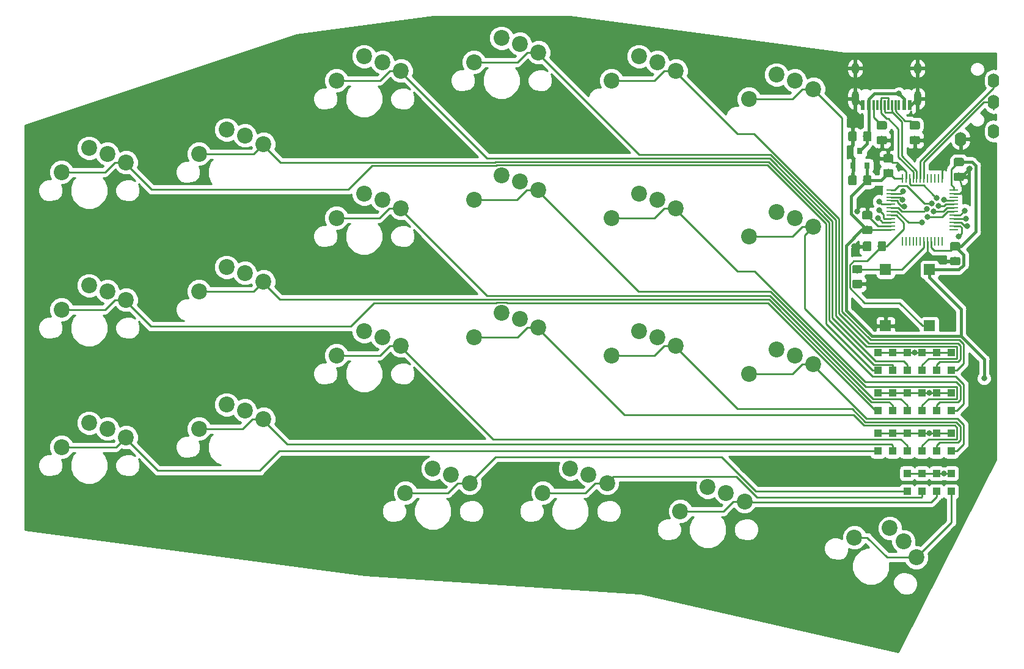
<source format=gtl>
G04 #@! TF.GenerationSoftware,KiCad,Pcbnew,5.0.2+dfsg1-1*
G04 #@! TF.CreationDate,2020-12-03T00:07:36+01:00*
G04 #@! TF.ProjectId,left,6c656674-2e6b-4696-9361-645f70636258,rev?*
G04 #@! TF.SameCoordinates,Original*
G04 #@! TF.FileFunction,Copper,L1,Top*
G04 #@! TF.FilePolarity,Positive*
%FSLAX46Y46*%
G04 Gerber Fmt 4.6, Leading zero omitted, Abs format (unit mm)*
G04 Created by KiCad (PCBNEW 5.0.2+dfsg1-1) date jeu. 03 déc. 2020 00:07:36 CET*
%MOMM*%
%LPD*%
G01*
G04 APERTURE LIST*
G04 #@! TA.AperFunction,ComponentPad*
%ADD10C,2.200000*%
G04 #@! TD*
G04 #@! TA.AperFunction,ComponentPad*
%ADD11O,1.600000X2.000000*%
G04 #@! TD*
G04 #@! TA.AperFunction,ComponentPad*
%ADD12O,1.000000X1.400000*%
G04 #@! TD*
G04 #@! TA.AperFunction,SMDPad,CuDef*
%ADD13R,1.500000X1.500000*%
G04 #@! TD*
G04 #@! TA.AperFunction,Conductor*
%ADD14C,0.100000*%
G04 #@! TD*
G04 #@! TA.AperFunction,SMDPad,CuDef*
%ADD15C,1.150000*%
G04 #@! TD*
G04 #@! TA.AperFunction,SMDPad,CuDef*
%ADD16R,1.000000X1.000000*%
G04 #@! TD*
G04 #@! TA.AperFunction,SMDPad,CuDef*
%ADD17R,1.300000X0.250000*%
G04 #@! TD*
G04 #@! TA.AperFunction,SMDPad,CuDef*
%ADD18R,0.250000X1.300000*%
G04 #@! TD*
G04 #@! TA.AperFunction,SMDPad,CuDef*
%ADD19R,0.800000X0.900000*%
G04 #@! TD*
G04 #@! TA.AperFunction,SMDPad,CuDef*
%ADD20R,0.600000X1.450000*%
G04 #@! TD*
G04 #@! TA.AperFunction,SMDPad,CuDef*
%ADD21R,0.300000X1.450000*%
G04 #@! TD*
G04 #@! TA.AperFunction,ComponentPad*
%ADD22O,1.000000X2.100000*%
G04 #@! TD*
G04 #@! TA.AperFunction,ComponentPad*
%ADD23O,1.000000X1.600000*%
G04 #@! TD*
G04 #@! TA.AperFunction,ViaPad*
%ADD24C,0.800000*%
G04 #@! TD*
G04 #@! TA.AperFunction,Conductor*
%ADD25C,0.250000*%
G04 #@! TD*
G04 #@! TA.AperFunction,Conductor*
%ADD26C,0.381000*%
G04 #@! TD*
G04 #@! TA.AperFunction,Conductor*
%ADD27C,0.254000*%
G04 #@! TD*
G04 APERTURE END LIST*
D10*
G04 #@! TO.P,SW15,1*
G04 #@! TO.N,Net-(D17-Pad2)*
X228935337Y-117530365D03*
G04 #@! TO.P,SW15,2*
G04 #@! TO.N,COL6*
X225263567Y-113464887D03*
X227170818Y-115332076D03*
G04 #@! TO.P,SW15,1*
G04 #@! TO.N,Net-(D17-Pad2)*
X220354643Y-114771853D03*
G04 #@! TD*
G04 #@! TO.P,SW4,1*
G04 #@! TO.N,Net-(D6-Pad2)*
X110490000Y-83185000D03*
G04 #@! TO.P,SW4,2*
G04 #@! TO.N,COL1*
X116840000Y-80645000D03*
X114300000Y-79825000D03*
G04 #@! TO.P,SW4,1*
G04 #@! TO.N,Net-(D6-Pad2)*
X119400000Y-81825000D03*
G04 #@! TD*
G04 #@! TO.P,SW5,1*
G04 #@! TO.N,Net-(D7-Pad2)*
X119400000Y-100875000D03*
G04 #@! TO.P,SW5,2*
G04 #@! TO.N,COL1*
X114300000Y-98875000D03*
X116840000Y-99695000D03*
G04 #@! TO.P,SW5,1*
G04 #@! TO.N,Net-(D7-Pad2)*
X110490000Y-102235000D03*
G04 #@! TD*
G04 #@! TO.P,SW7,1*
G04 #@! TO.N,Net-(D9-Pad2)*
X148590000Y-51435000D03*
G04 #@! TO.P,SW7,2*
G04 #@! TO.N,COL3*
X154940000Y-48895000D03*
X152400000Y-48075000D03*
G04 #@! TO.P,SW7,1*
G04 #@! TO.N,Net-(D9-Pad2)*
X157500000Y-50075000D03*
G04 #@! TD*
G04 #@! TO.P,SW13,1*
G04 #@! TO.N,Net-(D15-Pad2)*
X214650000Y-71665000D03*
G04 #@! TO.P,SW13,2*
G04 #@! TO.N,COL6*
X209550000Y-69665000D03*
X212090000Y-70485000D03*
G04 #@! TO.P,SW13,1*
G04 #@! TO.N,Net-(D15-Pad2)*
X205740000Y-73025000D03*
G04 #@! TD*
G04 #@! TO.P,SW8,1*
G04 #@! TO.N,Net-(D10-Pad2)*
X148590000Y-70485000D03*
G04 #@! TO.P,SW8,2*
G04 #@! TO.N,COL3*
X154940000Y-67945000D03*
X152400000Y-67125000D03*
G04 #@! TO.P,SW8,1*
G04 #@! TO.N,Net-(D10-Pad2)*
X157500000Y-69125000D03*
G04 #@! TD*
G04 #@! TO.P,SW9,1*
G04 #@! TO.N,Net-(D11-Pad2)*
X157500000Y-88175000D03*
G04 #@! TO.P,SW9,2*
G04 #@! TO.N,COL3*
X152400000Y-86175000D03*
X154940000Y-86995000D03*
G04 #@! TO.P,SW9,1*
G04 #@! TO.N,Net-(D11-Pad2)*
X148590000Y-89535000D03*
G04 #@! TD*
G04 #@! TO.P,SW10,1*
G04 #@! TO.N,Net-(D12-Pad2)*
X158115000Y-108585000D03*
G04 #@! TO.P,SW10,2*
G04 #@! TO.N,COL3*
X164465000Y-106045000D03*
X161925000Y-105225000D03*
G04 #@! TO.P,SW10,1*
G04 #@! TO.N,Net-(D12-Pad2)*
X167025000Y-107225000D03*
G04 #@! TD*
G04 #@! TO.P,SW12,1*
G04 #@! TO.N,Net-(D14-Pad2)*
X214650000Y-52615000D03*
G04 #@! TO.P,SW12,2*
G04 #@! TO.N,COL6*
X209550000Y-50615000D03*
X212090000Y-51435000D03*
G04 #@! TO.P,SW12,1*
G04 #@! TO.N,Net-(D14-Pad2)*
X205740000Y-53975000D03*
G04 #@! TD*
G04 #@! TO.P,SW14,1*
G04 #@! TO.N,Net-(D16-Pad2)*
X205740000Y-92075000D03*
G04 #@! TO.P,SW14,2*
G04 #@! TO.N,COL6*
X212090000Y-89535000D03*
X209550000Y-88715000D03*
G04 #@! TO.P,SW14,1*
G04 #@! TO.N,Net-(D16-Pad2)*
X214650000Y-90715000D03*
G04 #@! TD*
G04 #@! TO.P,SW17,1*
G04 #@! TO.N,Net-(D19-Pad2)*
X138450000Y-60235000D03*
G04 #@! TO.P,SW17,2*
G04 #@! TO.N,COL2*
X133350000Y-58235000D03*
X135890000Y-59055000D03*
G04 #@! TO.P,SW17,1*
G04 #@! TO.N,Net-(D19-Pad2)*
X129540000Y-61595000D03*
G04 #@! TD*
G04 #@! TO.P,SW18,1*
G04 #@! TO.N,Net-(D20-Pad2)*
X129540000Y-80645000D03*
G04 #@! TO.P,SW18,2*
G04 #@! TO.N,COL2*
X135890000Y-78105000D03*
X133350000Y-77285000D03*
G04 #@! TO.P,SW18,1*
G04 #@! TO.N,Net-(D20-Pad2)*
X138450000Y-79285000D03*
G04 #@! TD*
G04 #@! TO.P,SW19,1*
G04 #@! TO.N,Net-(D21-Pad2)*
X138450000Y-98335000D03*
G04 #@! TO.P,SW19,2*
G04 #@! TO.N,COL2*
X133350000Y-96335000D03*
X135890000Y-97155000D03*
G04 #@! TO.P,SW19,1*
G04 #@! TO.N,Net-(D21-Pad2)*
X129540000Y-99695000D03*
G04 #@! TD*
G04 #@! TO.P,SW21,1*
G04 #@! TO.N,Net-(D23-Pad2)*
X167640000Y-48895000D03*
G04 #@! TO.P,SW21,2*
G04 #@! TO.N,COL4*
X173990000Y-46355000D03*
X171450000Y-45535000D03*
G04 #@! TO.P,SW21,1*
G04 #@! TO.N,Net-(D23-Pad2)*
X176550000Y-47535000D03*
G04 #@! TD*
G04 #@! TO.P,SW22,1*
G04 #@! TO.N,Net-(D24-Pad2)*
X176550000Y-66585000D03*
G04 #@! TO.P,SW22,2*
G04 #@! TO.N,COL4*
X171450000Y-64585000D03*
X173990000Y-65405000D03*
G04 #@! TO.P,SW22,1*
G04 #@! TO.N,Net-(D24-Pad2)*
X167640000Y-67945000D03*
G04 #@! TD*
G04 #@! TO.P,SW23,1*
G04 #@! TO.N,Net-(D25-Pad2)*
X167640000Y-86995000D03*
G04 #@! TO.P,SW23,2*
G04 #@! TO.N,COL4*
X173990000Y-84455000D03*
X171450000Y-83635000D03*
G04 #@! TO.P,SW23,1*
G04 #@! TO.N,Net-(D25-Pad2)*
X176550000Y-85635000D03*
G04 #@! TD*
G04 #@! TO.P,SW31,1*
G04 #@! TO.N,Net-(D33-Pad2)*
X195600000Y-50075000D03*
G04 #@! TO.P,SW31,2*
G04 #@! TO.N,COL5*
X190500000Y-48075000D03*
X193040000Y-48895000D03*
G04 #@! TO.P,SW31,1*
G04 #@! TO.N,Net-(D33-Pad2)*
X186690000Y-51435000D03*
G04 #@! TD*
G04 #@! TO.P,SW32,1*
G04 #@! TO.N,Net-(D34-Pad2)*
X186690000Y-70485000D03*
G04 #@! TO.P,SW32,2*
G04 #@! TO.N,COL5*
X193040000Y-67945000D03*
X190500000Y-67125000D03*
G04 #@! TO.P,SW32,1*
G04 #@! TO.N,Net-(D34-Pad2)*
X195600000Y-69125000D03*
G04 #@! TD*
G04 #@! TO.P,SW33,1*
G04 #@! TO.N,Net-(D35-Pad2)*
X195600000Y-88175000D03*
G04 #@! TO.P,SW33,2*
G04 #@! TO.N,COL5*
X190500000Y-86175000D03*
X193040000Y-86995000D03*
G04 #@! TO.P,SW33,1*
G04 #@! TO.N,Net-(D35-Pad2)*
X186690000Y-89535000D03*
G04 #@! TD*
G04 #@! TO.P,SW34,1*
G04 #@! TO.N,Net-(D36-Pad2)*
X196215000Y-111125000D03*
G04 #@! TO.P,SW34,2*
G04 #@! TO.N,COL5*
X202565000Y-108585000D03*
X200025000Y-107765000D03*
G04 #@! TO.P,SW34,1*
G04 #@! TO.N,Net-(D36-Pad2)*
X205125000Y-109765000D03*
G04 #@! TD*
G04 #@! TO.P,SW24,1*
G04 #@! TO.N,Net-(D26-Pad2)*
X186075000Y-107225000D03*
G04 #@! TO.P,SW24,2*
G04 #@! TO.N,COL4*
X180975000Y-105225000D03*
X183515000Y-106045000D03*
G04 #@! TO.P,SW24,1*
G04 #@! TO.N,Net-(D26-Pad2)*
X177165000Y-108585000D03*
G04 #@! TD*
G04 #@! TO.P,SW3,1*
G04 #@! TO.N,Net-(D5-Pad2)*
X119400000Y-62775000D03*
G04 #@! TO.P,SW3,2*
G04 #@! TO.N,COL1*
X114300000Y-60775000D03*
X116840000Y-61595000D03*
G04 #@! TO.P,SW3,1*
G04 #@! TO.N,Net-(D5-Pad2)*
X110490000Y-64135000D03*
G04 #@! TD*
D11*
G04 #@! TO.P,J2,1*
G04 #@! TO.N,GND*
X235063000Y-59560000D03*
G04 #@! TO.P,J2,2*
G04 #@! TO.N,5V*
X239663000Y-58460000D03*
G04 #@! TO.P,J2,4*
G04 #@! TO.N,RX*
X239663000Y-51460000D03*
G04 #@! TO.P,J2,3*
G04 #@! TO.N,TX*
X239663000Y-54460000D03*
D12*
G04 #@! TO.P,J2,4*
G04 #@! TO.N,RX*
X239663000Y-51460000D03*
G04 #@! TO.P,J2,3*
G04 #@! TO.N,TX*
X239663000Y-54460000D03*
G04 #@! TO.P,J2,2*
G04 #@! TO.N,5V*
X239663000Y-58460000D03*
G04 #@! TO.P,J2,1*
G04 #@! TO.N,GND*
X235063000Y-59560000D03*
G04 #@! TD*
D13*
G04 #@! TO.P,SW1,2*
G04 #@! TO.N,3.3V*
X230759000Y-77634000D03*
G04 #@! TO.P,SW1,1*
G04 #@! TO.N,Net-(R1-Pad1)*
X230759000Y-85434000D03*
G04 #@! TD*
G04 #@! TO.P,SW2,2*
G04 #@! TO.N,Net-(C1-Pad2)*
X224663000Y-77634000D03*
G04 #@! TO.P,SW2,1*
G04 #@! TO.N,GND*
X224663000Y-85434000D03*
G04 #@! TD*
D14*
G04 #@! TO.N,5V*
G04 #@! TO.C,C7*
G36*
X222481505Y-58483204D02*
X222505773Y-58486804D01*
X222529572Y-58492765D01*
X222552671Y-58501030D01*
X222574850Y-58511520D01*
X222595893Y-58524132D01*
X222615599Y-58538747D01*
X222633777Y-58555223D01*
X222650253Y-58573401D01*
X222664868Y-58593107D01*
X222677480Y-58614150D01*
X222687970Y-58636329D01*
X222696235Y-58659428D01*
X222702196Y-58683227D01*
X222705796Y-58707495D01*
X222707000Y-58731999D01*
X222707000Y-59632001D01*
X222705796Y-59656505D01*
X222702196Y-59680773D01*
X222696235Y-59704572D01*
X222687970Y-59727671D01*
X222677480Y-59749850D01*
X222664868Y-59770893D01*
X222650253Y-59790599D01*
X222633777Y-59808777D01*
X222615599Y-59825253D01*
X222595893Y-59839868D01*
X222574850Y-59852480D01*
X222552671Y-59862970D01*
X222529572Y-59871235D01*
X222505773Y-59877196D01*
X222481505Y-59880796D01*
X222457001Y-59882000D01*
X221806999Y-59882000D01*
X221782495Y-59880796D01*
X221758227Y-59877196D01*
X221734428Y-59871235D01*
X221711329Y-59862970D01*
X221689150Y-59852480D01*
X221668107Y-59839868D01*
X221648401Y-59825253D01*
X221630223Y-59808777D01*
X221613747Y-59790599D01*
X221599132Y-59770893D01*
X221586520Y-59749850D01*
X221576030Y-59727671D01*
X221567765Y-59704572D01*
X221561804Y-59680773D01*
X221558204Y-59656505D01*
X221557000Y-59632001D01*
X221557000Y-58731999D01*
X221558204Y-58707495D01*
X221561804Y-58683227D01*
X221567765Y-58659428D01*
X221576030Y-58636329D01*
X221586520Y-58614150D01*
X221599132Y-58593107D01*
X221613747Y-58573401D01*
X221630223Y-58555223D01*
X221648401Y-58538747D01*
X221668107Y-58524132D01*
X221689150Y-58511520D01*
X221711329Y-58501030D01*
X221734428Y-58492765D01*
X221758227Y-58486804D01*
X221782495Y-58483204D01*
X221806999Y-58482000D01*
X222457001Y-58482000D01*
X222481505Y-58483204D01*
X222481505Y-58483204D01*
G37*
D15*
G04 #@! TD*
G04 #@! TO.P,C7,2*
G04 #@! TO.N,5V*
X222132000Y-59182000D03*
D14*
G04 #@! TO.N,GND*
G04 #@! TO.C,C7*
G36*
X220431505Y-58483204D02*
X220455773Y-58486804D01*
X220479572Y-58492765D01*
X220502671Y-58501030D01*
X220524850Y-58511520D01*
X220545893Y-58524132D01*
X220565599Y-58538747D01*
X220583777Y-58555223D01*
X220600253Y-58573401D01*
X220614868Y-58593107D01*
X220627480Y-58614150D01*
X220637970Y-58636329D01*
X220646235Y-58659428D01*
X220652196Y-58683227D01*
X220655796Y-58707495D01*
X220657000Y-58731999D01*
X220657000Y-59632001D01*
X220655796Y-59656505D01*
X220652196Y-59680773D01*
X220646235Y-59704572D01*
X220637970Y-59727671D01*
X220627480Y-59749850D01*
X220614868Y-59770893D01*
X220600253Y-59790599D01*
X220583777Y-59808777D01*
X220565599Y-59825253D01*
X220545893Y-59839868D01*
X220524850Y-59852480D01*
X220502671Y-59862970D01*
X220479572Y-59871235D01*
X220455773Y-59877196D01*
X220431505Y-59880796D01*
X220407001Y-59882000D01*
X219756999Y-59882000D01*
X219732495Y-59880796D01*
X219708227Y-59877196D01*
X219684428Y-59871235D01*
X219661329Y-59862970D01*
X219639150Y-59852480D01*
X219618107Y-59839868D01*
X219598401Y-59825253D01*
X219580223Y-59808777D01*
X219563747Y-59790599D01*
X219549132Y-59770893D01*
X219536520Y-59749850D01*
X219526030Y-59727671D01*
X219517765Y-59704572D01*
X219511804Y-59680773D01*
X219508204Y-59656505D01*
X219507000Y-59632001D01*
X219507000Y-58731999D01*
X219508204Y-58707495D01*
X219511804Y-58683227D01*
X219517765Y-58659428D01*
X219526030Y-58636329D01*
X219536520Y-58614150D01*
X219549132Y-58593107D01*
X219563747Y-58573401D01*
X219580223Y-58555223D01*
X219598401Y-58538747D01*
X219618107Y-58524132D01*
X219639150Y-58511520D01*
X219661329Y-58501030D01*
X219684428Y-58492765D01*
X219708227Y-58486804D01*
X219732495Y-58483204D01*
X219756999Y-58482000D01*
X220407001Y-58482000D01*
X220431505Y-58483204D01*
X220431505Y-58483204D01*
G37*
D15*
G04 #@! TD*
G04 #@! TO.P,C7,1*
G04 #@! TO.N,GND*
X220082000Y-59182000D03*
D14*
G04 #@! TO.N,3.3V*
G04 #@! TO.C,C5*
G36*
X225518505Y-63697204D02*
X225542773Y-63700804D01*
X225566572Y-63706765D01*
X225589671Y-63715030D01*
X225611850Y-63725520D01*
X225632893Y-63738132D01*
X225652599Y-63752747D01*
X225670777Y-63769223D01*
X225687253Y-63787401D01*
X225701868Y-63807107D01*
X225714480Y-63828150D01*
X225724970Y-63850329D01*
X225733235Y-63873428D01*
X225739196Y-63897227D01*
X225742796Y-63921495D01*
X225744000Y-63945999D01*
X225744000Y-64596001D01*
X225742796Y-64620505D01*
X225739196Y-64644773D01*
X225733235Y-64668572D01*
X225724970Y-64691671D01*
X225714480Y-64713850D01*
X225701868Y-64734893D01*
X225687253Y-64754599D01*
X225670777Y-64772777D01*
X225652599Y-64789253D01*
X225632893Y-64803868D01*
X225611850Y-64816480D01*
X225589671Y-64826970D01*
X225566572Y-64835235D01*
X225542773Y-64841196D01*
X225518505Y-64844796D01*
X225494001Y-64846000D01*
X224593999Y-64846000D01*
X224569495Y-64844796D01*
X224545227Y-64841196D01*
X224521428Y-64835235D01*
X224498329Y-64826970D01*
X224476150Y-64816480D01*
X224455107Y-64803868D01*
X224435401Y-64789253D01*
X224417223Y-64772777D01*
X224400747Y-64754599D01*
X224386132Y-64734893D01*
X224373520Y-64713850D01*
X224363030Y-64691671D01*
X224354765Y-64668572D01*
X224348804Y-64644773D01*
X224345204Y-64620505D01*
X224344000Y-64596001D01*
X224344000Y-63945999D01*
X224345204Y-63921495D01*
X224348804Y-63897227D01*
X224354765Y-63873428D01*
X224363030Y-63850329D01*
X224373520Y-63828150D01*
X224386132Y-63807107D01*
X224400747Y-63787401D01*
X224417223Y-63769223D01*
X224435401Y-63752747D01*
X224455107Y-63738132D01*
X224476150Y-63725520D01*
X224498329Y-63715030D01*
X224521428Y-63706765D01*
X224545227Y-63700804D01*
X224569495Y-63697204D01*
X224593999Y-63696000D01*
X225494001Y-63696000D01*
X225518505Y-63697204D01*
X225518505Y-63697204D01*
G37*
D15*
G04 #@! TD*
G04 #@! TO.P,C5,2*
G04 #@! TO.N,3.3V*
X225044000Y-64271000D03*
D14*
G04 #@! TO.N,GND*
G04 #@! TO.C,C5*
G36*
X225518505Y-61647204D02*
X225542773Y-61650804D01*
X225566572Y-61656765D01*
X225589671Y-61665030D01*
X225611850Y-61675520D01*
X225632893Y-61688132D01*
X225652599Y-61702747D01*
X225670777Y-61719223D01*
X225687253Y-61737401D01*
X225701868Y-61757107D01*
X225714480Y-61778150D01*
X225724970Y-61800329D01*
X225733235Y-61823428D01*
X225739196Y-61847227D01*
X225742796Y-61871495D01*
X225744000Y-61895999D01*
X225744000Y-62546001D01*
X225742796Y-62570505D01*
X225739196Y-62594773D01*
X225733235Y-62618572D01*
X225724970Y-62641671D01*
X225714480Y-62663850D01*
X225701868Y-62684893D01*
X225687253Y-62704599D01*
X225670777Y-62722777D01*
X225652599Y-62739253D01*
X225632893Y-62753868D01*
X225611850Y-62766480D01*
X225589671Y-62776970D01*
X225566572Y-62785235D01*
X225542773Y-62791196D01*
X225518505Y-62794796D01*
X225494001Y-62796000D01*
X224593999Y-62796000D01*
X224569495Y-62794796D01*
X224545227Y-62791196D01*
X224521428Y-62785235D01*
X224498329Y-62776970D01*
X224476150Y-62766480D01*
X224455107Y-62753868D01*
X224435401Y-62739253D01*
X224417223Y-62722777D01*
X224400747Y-62704599D01*
X224386132Y-62684893D01*
X224373520Y-62663850D01*
X224363030Y-62641671D01*
X224354765Y-62618572D01*
X224348804Y-62594773D01*
X224345204Y-62570505D01*
X224344000Y-62546001D01*
X224344000Y-61895999D01*
X224345204Y-61871495D01*
X224348804Y-61847227D01*
X224354765Y-61823428D01*
X224363030Y-61800329D01*
X224373520Y-61778150D01*
X224386132Y-61757107D01*
X224400747Y-61737401D01*
X224417223Y-61719223D01*
X224435401Y-61702747D01*
X224455107Y-61688132D01*
X224476150Y-61675520D01*
X224498329Y-61665030D01*
X224521428Y-61656765D01*
X224545227Y-61650804D01*
X224569495Y-61647204D01*
X224593999Y-61646000D01*
X225494001Y-61646000D01*
X225518505Y-61647204D01*
X225518505Y-61647204D01*
G37*
D15*
G04 #@! TD*
G04 #@! TO.P,C5,1*
G04 #@! TO.N,GND*
X225044000Y-62221000D03*
D14*
G04 #@! TO.N,3.3V*
G04 #@! TO.C,C4*
G36*
X222597505Y-71571204D02*
X222621773Y-71574804D01*
X222645572Y-71580765D01*
X222668671Y-71589030D01*
X222690850Y-71599520D01*
X222711893Y-71612132D01*
X222731599Y-71626747D01*
X222749777Y-71643223D01*
X222766253Y-71661401D01*
X222780868Y-71681107D01*
X222793480Y-71702150D01*
X222803970Y-71724329D01*
X222812235Y-71747428D01*
X222818196Y-71771227D01*
X222821796Y-71795495D01*
X222823000Y-71819999D01*
X222823000Y-72470001D01*
X222821796Y-72494505D01*
X222818196Y-72518773D01*
X222812235Y-72542572D01*
X222803970Y-72565671D01*
X222793480Y-72587850D01*
X222780868Y-72608893D01*
X222766253Y-72628599D01*
X222749777Y-72646777D01*
X222731599Y-72663253D01*
X222711893Y-72677868D01*
X222690850Y-72690480D01*
X222668671Y-72700970D01*
X222645572Y-72709235D01*
X222621773Y-72715196D01*
X222597505Y-72718796D01*
X222573001Y-72720000D01*
X221672999Y-72720000D01*
X221648495Y-72718796D01*
X221624227Y-72715196D01*
X221600428Y-72709235D01*
X221577329Y-72700970D01*
X221555150Y-72690480D01*
X221534107Y-72677868D01*
X221514401Y-72663253D01*
X221496223Y-72646777D01*
X221479747Y-72628599D01*
X221465132Y-72608893D01*
X221452520Y-72587850D01*
X221442030Y-72565671D01*
X221433765Y-72542572D01*
X221427804Y-72518773D01*
X221424204Y-72494505D01*
X221423000Y-72470001D01*
X221423000Y-71819999D01*
X221424204Y-71795495D01*
X221427804Y-71771227D01*
X221433765Y-71747428D01*
X221442030Y-71724329D01*
X221452520Y-71702150D01*
X221465132Y-71681107D01*
X221479747Y-71661401D01*
X221496223Y-71643223D01*
X221514401Y-71626747D01*
X221534107Y-71612132D01*
X221555150Y-71599520D01*
X221577329Y-71589030D01*
X221600428Y-71580765D01*
X221624227Y-71574804D01*
X221648495Y-71571204D01*
X221672999Y-71570000D01*
X222573001Y-71570000D01*
X222597505Y-71571204D01*
X222597505Y-71571204D01*
G37*
D15*
G04 #@! TD*
G04 #@! TO.P,C4,2*
G04 #@! TO.N,3.3V*
X222123000Y-72145000D03*
D14*
G04 #@! TO.N,GND*
G04 #@! TO.C,C4*
G36*
X222597505Y-69521204D02*
X222621773Y-69524804D01*
X222645572Y-69530765D01*
X222668671Y-69539030D01*
X222690850Y-69549520D01*
X222711893Y-69562132D01*
X222731599Y-69576747D01*
X222749777Y-69593223D01*
X222766253Y-69611401D01*
X222780868Y-69631107D01*
X222793480Y-69652150D01*
X222803970Y-69674329D01*
X222812235Y-69697428D01*
X222818196Y-69721227D01*
X222821796Y-69745495D01*
X222823000Y-69769999D01*
X222823000Y-70420001D01*
X222821796Y-70444505D01*
X222818196Y-70468773D01*
X222812235Y-70492572D01*
X222803970Y-70515671D01*
X222793480Y-70537850D01*
X222780868Y-70558893D01*
X222766253Y-70578599D01*
X222749777Y-70596777D01*
X222731599Y-70613253D01*
X222711893Y-70627868D01*
X222690850Y-70640480D01*
X222668671Y-70650970D01*
X222645572Y-70659235D01*
X222621773Y-70665196D01*
X222597505Y-70668796D01*
X222573001Y-70670000D01*
X221672999Y-70670000D01*
X221648495Y-70668796D01*
X221624227Y-70665196D01*
X221600428Y-70659235D01*
X221577329Y-70650970D01*
X221555150Y-70640480D01*
X221534107Y-70627868D01*
X221514401Y-70613253D01*
X221496223Y-70596777D01*
X221479747Y-70578599D01*
X221465132Y-70558893D01*
X221452520Y-70537850D01*
X221442030Y-70515671D01*
X221433765Y-70492572D01*
X221427804Y-70468773D01*
X221424204Y-70444505D01*
X221423000Y-70420001D01*
X221423000Y-69769999D01*
X221424204Y-69745495D01*
X221427804Y-69721227D01*
X221433765Y-69697428D01*
X221442030Y-69674329D01*
X221452520Y-69652150D01*
X221465132Y-69631107D01*
X221479747Y-69611401D01*
X221496223Y-69593223D01*
X221514401Y-69576747D01*
X221534107Y-69562132D01*
X221555150Y-69549520D01*
X221577329Y-69539030D01*
X221600428Y-69530765D01*
X221624227Y-69524804D01*
X221648495Y-69521204D01*
X221672999Y-69520000D01*
X222573001Y-69520000D01*
X222597505Y-69521204D01*
X222597505Y-69521204D01*
G37*
D15*
G04 #@! TD*
G04 #@! TO.P,C4,1*
G04 #@! TO.N,GND*
X222123000Y-70095000D03*
D14*
G04 #@! TO.N,3.3V*
G04 #@! TO.C,C3*
G36*
X234789505Y-73839204D02*
X234813773Y-73842804D01*
X234837572Y-73848765D01*
X234860671Y-73857030D01*
X234882850Y-73867520D01*
X234903893Y-73880132D01*
X234923599Y-73894747D01*
X234941777Y-73911223D01*
X234958253Y-73929401D01*
X234972868Y-73949107D01*
X234985480Y-73970150D01*
X234995970Y-73992329D01*
X235004235Y-74015428D01*
X235010196Y-74039227D01*
X235013796Y-74063495D01*
X235015000Y-74087999D01*
X235015000Y-74738001D01*
X235013796Y-74762505D01*
X235010196Y-74786773D01*
X235004235Y-74810572D01*
X234995970Y-74833671D01*
X234985480Y-74855850D01*
X234972868Y-74876893D01*
X234958253Y-74896599D01*
X234941777Y-74914777D01*
X234923599Y-74931253D01*
X234903893Y-74945868D01*
X234882850Y-74958480D01*
X234860671Y-74968970D01*
X234837572Y-74977235D01*
X234813773Y-74983196D01*
X234789505Y-74986796D01*
X234765001Y-74988000D01*
X233864999Y-74988000D01*
X233840495Y-74986796D01*
X233816227Y-74983196D01*
X233792428Y-74977235D01*
X233769329Y-74968970D01*
X233747150Y-74958480D01*
X233726107Y-74945868D01*
X233706401Y-74931253D01*
X233688223Y-74914777D01*
X233671747Y-74896599D01*
X233657132Y-74876893D01*
X233644520Y-74855850D01*
X233634030Y-74833671D01*
X233625765Y-74810572D01*
X233619804Y-74786773D01*
X233616204Y-74762505D01*
X233615000Y-74738001D01*
X233615000Y-74087999D01*
X233616204Y-74063495D01*
X233619804Y-74039227D01*
X233625765Y-74015428D01*
X233634030Y-73992329D01*
X233644520Y-73970150D01*
X233657132Y-73949107D01*
X233671747Y-73929401D01*
X233688223Y-73911223D01*
X233706401Y-73894747D01*
X233726107Y-73880132D01*
X233747150Y-73867520D01*
X233769329Y-73857030D01*
X233792428Y-73848765D01*
X233816227Y-73842804D01*
X233840495Y-73839204D01*
X233864999Y-73838000D01*
X234765001Y-73838000D01*
X234789505Y-73839204D01*
X234789505Y-73839204D01*
G37*
D15*
G04 #@! TD*
G04 #@! TO.P,C3,2*
G04 #@! TO.N,3.3V*
X234315000Y-74413000D03*
D14*
G04 #@! TO.N,GND*
G04 #@! TO.C,C3*
G36*
X234789505Y-75889204D02*
X234813773Y-75892804D01*
X234837572Y-75898765D01*
X234860671Y-75907030D01*
X234882850Y-75917520D01*
X234903893Y-75930132D01*
X234923599Y-75944747D01*
X234941777Y-75961223D01*
X234958253Y-75979401D01*
X234972868Y-75999107D01*
X234985480Y-76020150D01*
X234995970Y-76042329D01*
X235004235Y-76065428D01*
X235010196Y-76089227D01*
X235013796Y-76113495D01*
X235015000Y-76137999D01*
X235015000Y-76788001D01*
X235013796Y-76812505D01*
X235010196Y-76836773D01*
X235004235Y-76860572D01*
X234995970Y-76883671D01*
X234985480Y-76905850D01*
X234972868Y-76926893D01*
X234958253Y-76946599D01*
X234941777Y-76964777D01*
X234923599Y-76981253D01*
X234903893Y-76995868D01*
X234882850Y-77008480D01*
X234860671Y-77018970D01*
X234837572Y-77027235D01*
X234813773Y-77033196D01*
X234789505Y-77036796D01*
X234765001Y-77038000D01*
X233864999Y-77038000D01*
X233840495Y-77036796D01*
X233816227Y-77033196D01*
X233792428Y-77027235D01*
X233769329Y-77018970D01*
X233747150Y-77008480D01*
X233726107Y-76995868D01*
X233706401Y-76981253D01*
X233688223Y-76964777D01*
X233671747Y-76946599D01*
X233657132Y-76926893D01*
X233644520Y-76905850D01*
X233634030Y-76883671D01*
X233625765Y-76860572D01*
X233619804Y-76836773D01*
X233616204Y-76812505D01*
X233615000Y-76788001D01*
X233615000Y-76137999D01*
X233616204Y-76113495D01*
X233619804Y-76089227D01*
X233625765Y-76065428D01*
X233634030Y-76042329D01*
X233644520Y-76020150D01*
X233657132Y-75999107D01*
X233671747Y-75979401D01*
X233688223Y-75961223D01*
X233706401Y-75944747D01*
X233726107Y-75930132D01*
X233747150Y-75917520D01*
X233769329Y-75907030D01*
X233792428Y-75898765D01*
X233816227Y-75892804D01*
X233840495Y-75889204D01*
X233864999Y-75888000D01*
X234765001Y-75888000D01*
X234789505Y-75889204D01*
X234789505Y-75889204D01*
G37*
D15*
G04 #@! TD*
G04 #@! TO.P,C3,1*
G04 #@! TO.N,GND*
X234315000Y-76463000D03*
D14*
G04 #@! TO.N,3.3V*
G04 #@! TO.C,C6*
G36*
X222481505Y-64579204D02*
X222505773Y-64582804D01*
X222529572Y-64588765D01*
X222552671Y-64597030D01*
X222574850Y-64607520D01*
X222595893Y-64620132D01*
X222615599Y-64634747D01*
X222633777Y-64651223D01*
X222650253Y-64669401D01*
X222664868Y-64689107D01*
X222677480Y-64710150D01*
X222687970Y-64732329D01*
X222696235Y-64755428D01*
X222702196Y-64779227D01*
X222705796Y-64803495D01*
X222707000Y-64827999D01*
X222707000Y-65728001D01*
X222705796Y-65752505D01*
X222702196Y-65776773D01*
X222696235Y-65800572D01*
X222687970Y-65823671D01*
X222677480Y-65845850D01*
X222664868Y-65866893D01*
X222650253Y-65886599D01*
X222633777Y-65904777D01*
X222615599Y-65921253D01*
X222595893Y-65935868D01*
X222574850Y-65948480D01*
X222552671Y-65958970D01*
X222529572Y-65967235D01*
X222505773Y-65973196D01*
X222481505Y-65976796D01*
X222457001Y-65978000D01*
X221806999Y-65978000D01*
X221782495Y-65976796D01*
X221758227Y-65973196D01*
X221734428Y-65967235D01*
X221711329Y-65958970D01*
X221689150Y-65948480D01*
X221668107Y-65935868D01*
X221648401Y-65921253D01*
X221630223Y-65904777D01*
X221613747Y-65886599D01*
X221599132Y-65866893D01*
X221586520Y-65845850D01*
X221576030Y-65823671D01*
X221567765Y-65800572D01*
X221561804Y-65776773D01*
X221558204Y-65752505D01*
X221557000Y-65728001D01*
X221557000Y-64827999D01*
X221558204Y-64803495D01*
X221561804Y-64779227D01*
X221567765Y-64755428D01*
X221576030Y-64732329D01*
X221586520Y-64710150D01*
X221599132Y-64689107D01*
X221613747Y-64669401D01*
X221630223Y-64651223D01*
X221648401Y-64634747D01*
X221668107Y-64620132D01*
X221689150Y-64607520D01*
X221711329Y-64597030D01*
X221734428Y-64588765D01*
X221758227Y-64582804D01*
X221782495Y-64579204D01*
X221806999Y-64578000D01*
X222457001Y-64578000D01*
X222481505Y-64579204D01*
X222481505Y-64579204D01*
G37*
D15*
G04 #@! TD*
G04 #@! TO.P,C6,2*
G04 #@! TO.N,3.3V*
X222132000Y-65278000D03*
D14*
G04 #@! TO.N,GND*
G04 #@! TO.C,C6*
G36*
X220431505Y-64579204D02*
X220455773Y-64582804D01*
X220479572Y-64588765D01*
X220502671Y-64597030D01*
X220524850Y-64607520D01*
X220545893Y-64620132D01*
X220565599Y-64634747D01*
X220583777Y-64651223D01*
X220600253Y-64669401D01*
X220614868Y-64689107D01*
X220627480Y-64710150D01*
X220637970Y-64732329D01*
X220646235Y-64755428D01*
X220652196Y-64779227D01*
X220655796Y-64803495D01*
X220657000Y-64827999D01*
X220657000Y-65728001D01*
X220655796Y-65752505D01*
X220652196Y-65776773D01*
X220646235Y-65800572D01*
X220637970Y-65823671D01*
X220627480Y-65845850D01*
X220614868Y-65866893D01*
X220600253Y-65886599D01*
X220583777Y-65904777D01*
X220565599Y-65921253D01*
X220545893Y-65935868D01*
X220524850Y-65948480D01*
X220502671Y-65958970D01*
X220479572Y-65967235D01*
X220455773Y-65973196D01*
X220431505Y-65976796D01*
X220407001Y-65978000D01*
X219756999Y-65978000D01*
X219732495Y-65976796D01*
X219708227Y-65973196D01*
X219684428Y-65967235D01*
X219661329Y-65958970D01*
X219639150Y-65948480D01*
X219618107Y-65935868D01*
X219598401Y-65921253D01*
X219580223Y-65904777D01*
X219563747Y-65886599D01*
X219549132Y-65866893D01*
X219536520Y-65845850D01*
X219526030Y-65823671D01*
X219517765Y-65800572D01*
X219511804Y-65776773D01*
X219508204Y-65752505D01*
X219507000Y-65728001D01*
X219507000Y-64827999D01*
X219508204Y-64803495D01*
X219511804Y-64779227D01*
X219517765Y-64755428D01*
X219526030Y-64732329D01*
X219536520Y-64710150D01*
X219549132Y-64689107D01*
X219563747Y-64669401D01*
X219580223Y-64651223D01*
X219598401Y-64634747D01*
X219618107Y-64620132D01*
X219639150Y-64607520D01*
X219661329Y-64597030D01*
X219684428Y-64588765D01*
X219708227Y-64582804D01*
X219732495Y-64579204D01*
X219756999Y-64578000D01*
X220407001Y-64578000D01*
X220431505Y-64579204D01*
X220431505Y-64579204D01*
G37*
D15*
G04 #@! TD*
G04 #@! TO.P,C6,1*
G04 #@! TO.N,GND*
X220082000Y-65278000D03*
D14*
G04 #@! TO.N,Net-(C1-Pad2)*
G04 #@! TO.C,C1*
G36*
X221200505Y-77014204D02*
X221224773Y-77017804D01*
X221248572Y-77023765D01*
X221271671Y-77032030D01*
X221293850Y-77042520D01*
X221314893Y-77055132D01*
X221334599Y-77069747D01*
X221352777Y-77086223D01*
X221369253Y-77104401D01*
X221383868Y-77124107D01*
X221396480Y-77145150D01*
X221406970Y-77167329D01*
X221415235Y-77190428D01*
X221421196Y-77214227D01*
X221424796Y-77238495D01*
X221426000Y-77262999D01*
X221426000Y-77913001D01*
X221424796Y-77937505D01*
X221421196Y-77961773D01*
X221415235Y-77985572D01*
X221406970Y-78008671D01*
X221396480Y-78030850D01*
X221383868Y-78051893D01*
X221369253Y-78071599D01*
X221352777Y-78089777D01*
X221334599Y-78106253D01*
X221314893Y-78120868D01*
X221293850Y-78133480D01*
X221271671Y-78143970D01*
X221248572Y-78152235D01*
X221224773Y-78158196D01*
X221200505Y-78161796D01*
X221176001Y-78163000D01*
X220275999Y-78163000D01*
X220251495Y-78161796D01*
X220227227Y-78158196D01*
X220203428Y-78152235D01*
X220180329Y-78143970D01*
X220158150Y-78133480D01*
X220137107Y-78120868D01*
X220117401Y-78106253D01*
X220099223Y-78089777D01*
X220082747Y-78071599D01*
X220068132Y-78051893D01*
X220055520Y-78030850D01*
X220045030Y-78008671D01*
X220036765Y-77985572D01*
X220030804Y-77961773D01*
X220027204Y-77937505D01*
X220026000Y-77913001D01*
X220026000Y-77262999D01*
X220027204Y-77238495D01*
X220030804Y-77214227D01*
X220036765Y-77190428D01*
X220045030Y-77167329D01*
X220055520Y-77145150D01*
X220068132Y-77124107D01*
X220082747Y-77104401D01*
X220099223Y-77086223D01*
X220117401Y-77069747D01*
X220137107Y-77055132D01*
X220158150Y-77042520D01*
X220180329Y-77032030D01*
X220203428Y-77023765D01*
X220227227Y-77017804D01*
X220251495Y-77014204D01*
X220275999Y-77013000D01*
X221176001Y-77013000D01*
X221200505Y-77014204D01*
X221200505Y-77014204D01*
G37*
D15*
G04 #@! TD*
G04 #@! TO.P,C1,2*
G04 #@! TO.N,Net-(C1-Pad2)*
X220726000Y-77588000D03*
D14*
G04 #@! TO.N,GND*
G04 #@! TO.C,C1*
G36*
X221200505Y-79064204D02*
X221224773Y-79067804D01*
X221248572Y-79073765D01*
X221271671Y-79082030D01*
X221293850Y-79092520D01*
X221314893Y-79105132D01*
X221334599Y-79119747D01*
X221352777Y-79136223D01*
X221369253Y-79154401D01*
X221383868Y-79174107D01*
X221396480Y-79195150D01*
X221406970Y-79217329D01*
X221415235Y-79240428D01*
X221421196Y-79264227D01*
X221424796Y-79288495D01*
X221426000Y-79312999D01*
X221426000Y-79963001D01*
X221424796Y-79987505D01*
X221421196Y-80011773D01*
X221415235Y-80035572D01*
X221406970Y-80058671D01*
X221396480Y-80080850D01*
X221383868Y-80101893D01*
X221369253Y-80121599D01*
X221352777Y-80139777D01*
X221334599Y-80156253D01*
X221314893Y-80170868D01*
X221293850Y-80183480D01*
X221271671Y-80193970D01*
X221248572Y-80202235D01*
X221224773Y-80208196D01*
X221200505Y-80211796D01*
X221176001Y-80213000D01*
X220275999Y-80213000D01*
X220251495Y-80211796D01*
X220227227Y-80208196D01*
X220203428Y-80202235D01*
X220180329Y-80193970D01*
X220158150Y-80183480D01*
X220137107Y-80170868D01*
X220117401Y-80156253D01*
X220099223Y-80139777D01*
X220082747Y-80121599D01*
X220068132Y-80101893D01*
X220055520Y-80080850D01*
X220045030Y-80058671D01*
X220036765Y-80035572D01*
X220030804Y-80011773D01*
X220027204Y-79987505D01*
X220026000Y-79963001D01*
X220026000Y-79312999D01*
X220027204Y-79288495D01*
X220030804Y-79264227D01*
X220036765Y-79240428D01*
X220045030Y-79217329D01*
X220055520Y-79195150D01*
X220068132Y-79174107D01*
X220082747Y-79154401D01*
X220099223Y-79136223D01*
X220117401Y-79119747D01*
X220137107Y-79105132D01*
X220158150Y-79092520D01*
X220180329Y-79082030D01*
X220203428Y-79073765D01*
X220227227Y-79067804D01*
X220251495Y-79064204D01*
X220275999Y-79063000D01*
X221176001Y-79063000D01*
X221200505Y-79064204D01*
X221200505Y-79064204D01*
G37*
D15*
G04 #@! TD*
G04 #@! TO.P,C1,1*
G04 #@! TO.N,GND*
X220726000Y-79638000D03*
D14*
G04 #@! TO.N,3.3V*
G04 #@! TO.C,C2*
G36*
X235297505Y-62155204D02*
X235321773Y-62158804D01*
X235345572Y-62164765D01*
X235368671Y-62173030D01*
X235390850Y-62183520D01*
X235411893Y-62196132D01*
X235431599Y-62210747D01*
X235449777Y-62227223D01*
X235466253Y-62245401D01*
X235480868Y-62265107D01*
X235493480Y-62286150D01*
X235503970Y-62308329D01*
X235512235Y-62331428D01*
X235518196Y-62355227D01*
X235521796Y-62379495D01*
X235523000Y-62403999D01*
X235523000Y-63054001D01*
X235521796Y-63078505D01*
X235518196Y-63102773D01*
X235512235Y-63126572D01*
X235503970Y-63149671D01*
X235493480Y-63171850D01*
X235480868Y-63192893D01*
X235466253Y-63212599D01*
X235449777Y-63230777D01*
X235431599Y-63247253D01*
X235411893Y-63261868D01*
X235390850Y-63274480D01*
X235368671Y-63284970D01*
X235345572Y-63293235D01*
X235321773Y-63299196D01*
X235297505Y-63302796D01*
X235273001Y-63304000D01*
X234372999Y-63304000D01*
X234348495Y-63302796D01*
X234324227Y-63299196D01*
X234300428Y-63293235D01*
X234277329Y-63284970D01*
X234255150Y-63274480D01*
X234234107Y-63261868D01*
X234214401Y-63247253D01*
X234196223Y-63230777D01*
X234179747Y-63212599D01*
X234165132Y-63192893D01*
X234152520Y-63171850D01*
X234142030Y-63149671D01*
X234133765Y-63126572D01*
X234127804Y-63102773D01*
X234124204Y-63078505D01*
X234123000Y-63054001D01*
X234123000Y-62403999D01*
X234124204Y-62379495D01*
X234127804Y-62355227D01*
X234133765Y-62331428D01*
X234142030Y-62308329D01*
X234152520Y-62286150D01*
X234165132Y-62265107D01*
X234179747Y-62245401D01*
X234196223Y-62227223D01*
X234214401Y-62210747D01*
X234234107Y-62196132D01*
X234255150Y-62183520D01*
X234277329Y-62173030D01*
X234300428Y-62164765D01*
X234324227Y-62158804D01*
X234348495Y-62155204D01*
X234372999Y-62154000D01*
X235273001Y-62154000D01*
X235297505Y-62155204D01*
X235297505Y-62155204D01*
G37*
D15*
G04 #@! TD*
G04 #@! TO.P,C2,2*
G04 #@! TO.N,3.3V*
X234823000Y-62729000D03*
D14*
G04 #@! TO.N,GND*
G04 #@! TO.C,C2*
G36*
X235297505Y-64205204D02*
X235321773Y-64208804D01*
X235345572Y-64214765D01*
X235368671Y-64223030D01*
X235390850Y-64233520D01*
X235411893Y-64246132D01*
X235431599Y-64260747D01*
X235449777Y-64277223D01*
X235466253Y-64295401D01*
X235480868Y-64315107D01*
X235493480Y-64336150D01*
X235503970Y-64358329D01*
X235512235Y-64381428D01*
X235518196Y-64405227D01*
X235521796Y-64429495D01*
X235523000Y-64453999D01*
X235523000Y-65104001D01*
X235521796Y-65128505D01*
X235518196Y-65152773D01*
X235512235Y-65176572D01*
X235503970Y-65199671D01*
X235493480Y-65221850D01*
X235480868Y-65242893D01*
X235466253Y-65262599D01*
X235449777Y-65280777D01*
X235431599Y-65297253D01*
X235411893Y-65311868D01*
X235390850Y-65324480D01*
X235368671Y-65334970D01*
X235345572Y-65343235D01*
X235321773Y-65349196D01*
X235297505Y-65352796D01*
X235273001Y-65354000D01*
X234372999Y-65354000D01*
X234348495Y-65352796D01*
X234324227Y-65349196D01*
X234300428Y-65343235D01*
X234277329Y-65334970D01*
X234255150Y-65324480D01*
X234234107Y-65311868D01*
X234214401Y-65297253D01*
X234196223Y-65280777D01*
X234179747Y-65262599D01*
X234165132Y-65242893D01*
X234152520Y-65221850D01*
X234142030Y-65199671D01*
X234133765Y-65176572D01*
X234127804Y-65152773D01*
X234124204Y-65128505D01*
X234123000Y-65104001D01*
X234123000Y-64453999D01*
X234124204Y-64429495D01*
X234127804Y-64405227D01*
X234133765Y-64381428D01*
X234142030Y-64358329D01*
X234152520Y-64336150D01*
X234165132Y-64315107D01*
X234179747Y-64295401D01*
X234196223Y-64277223D01*
X234214401Y-64260747D01*
X234234107Y-64246132D01*
X234255150Y-64233520D01*
X234277329Y-64223030D01*
X234300428Y-64214765D01*
X234324227Y-64208804D01*
X234348495Y-64205204D01*
X234372999Y-64204000D01*
X235273001Y-64204000D01*
X235297505Y-64205204D01*
X235297505Y-64205204D01*
G37*
D15*
G04 #@! TD*
G04 #@! TO.P,C2,1*
G04 #@! TO.N,GND*
X234823000Y-64779000D03*
D16*
G04 #@! TO.P,D16,2*
G04 #@! TO.N,Net-(D16-Pad2)*
X233759440Y-102794927D03*
G04 #@! TO.P,D16,1*
G04 #@! TO.N,ROW3*
X233759440Y-100294927D03*
G04 #@! TD*
G04 #@! TO.P,D14,2*
G04 #@! TO.N,Net-(D14-Pad2)*
X233759440Y-91618927D03*
G04 #@! TO.P,D14,1*
G04 #@! TO.N,ROW1*
X233759440Y-89118927D03*
G04 #@! TD*
G04 #@! TO.P,D12,2*
G04 #@! TO.N,Net-(D12-Pad2)*
X227663440Y-108382927D03*
G04 #@! TO.P,D12,1*
G04 #@! TO.N,ROW4*
X227663440Y-105882927D03*
G04 #@! TD*
G04 #@! TO.P,D11,2*
G04 #@! TO.N,Net-(D11-Pad2)*
X227663440Y-102794927D03*
G04 #@! TO.P,D11,1*
G04 #@! TO.N,ROW3*
X227663440Y-100294927D03*
G04 #@! TD*
G04 #@! TO.P,D10,2*
G04 #@! TO.N,Net-(D10-Pad2)*
X227663440Y-97206927D03*
G04 #@! TO.P,D10,1*
G04 #@! TO.N,ROW2*
X227663440Y-94706927D03*
G04 #@! TD*
G04 #@! TO.P,D9,2*
G04 #@! TO.N,Net-(D9-Pad2)*
X227663440Y-91618927D03*
G04 #@! TO.P,D9,1*
G04 #@! TO.N,ROW1*
X227663440Y-89118927D03*
G04 #@! TD*
G04 #@! TO.P,D7,2*
G04 #@! TO.N,Net-(D7-Pad2)*
X223599440Y-102794927D03*
G04 #@! TO.P,D7,1*
G04 #@! TO.N,ROW3*
X223599440Y-100294927D03*
G04 #@! TD*
G04 #@! TO.P,D6,2*
G04 #@! TO.N,Net-(D6-Pad2)*
X223599440Y-97206927D03*
G04 #@! TO.P,D6,1*
G04 #@! TO.N,ROW2*
X223599440Y-94706927D03*
G04 #@! TD*
G04 #@! TO.P,D5,2*
G04 #@! TO.N,Net-(D5-Pad2)*
X223599440Y-91618927D03*
G04 #@! TO.P,D5,1*
G04 #@! TO.N,ROW1*
X223599440Y-89118927D03*
G04 #@! TD*
G04 #@! TO.P,D36,2*
G04 #@! TO.N,Net-(D36-Pad2)*
X231727440Y-108382927D03*
G04 #@! TO.P,D36,1*
G04 #@! TO.N,ROW4*
X231727440Y-105882927D03*
G04 #@! TD*
G04 #@! TO.P,D15,2*
G04 #@! TO.N,Net-(D15-Pad2)*
X233759440Y-97206927D03*
G04 #@! TO.P,D15,1*
G04 #@! TO.N,ROW2*
X233759440Y-94706927D03*
G04 #@! TD*
G04 #@! TO.P,D35,2*
G04 #@! TO.N,Net-(D35-Pad2)*
X231727440Y-102794927D03*
G04 #@! TO.P,D35,1*
G04 #@! TO.N,ROW3*
X231727440Y-100294927D03*
G04 #@! TD*
G04 #@! TO.P,D34,2*
G04 #@! TO.N,Net-(D34-Pad2)*
X231727440Y-97206927D03*
G04 #@! TO.P,D34,1*
G04 #@! TO.N,ROW2*
X231727440Y-94706927D03*
G04 #@! TD*
G04 #@! TO.P,D33,2*
G04 #@! TO.N,Net-(D33-Pad2)*
X231727440Y-91618927D03*
G04 #@! TO.P,D33,1*
G04 #@! TO.N,ROW1*
X231727440Y-89118927D03*
G04 #@! TD*
G04 #@! TO.P,D26,2*
G04 #@! TO.N,Net-(D26-Pad2)*
X229695440Y-108382927D03*
G04 #@! TO.P,D26,1*
G04 #@! TO.N,ROW4*
X229695440Y-105882927D03*
G04 #@! TD*
G04 #@! TO.P,D25,2*
G04 #@! TO.N,Net-(D25-Pad2)*
X229695440Y-102794927D03*
G04 #@! TO.P,D25,1*
G04 #@! TO.N,ROW3*
X229695440Y-100294927D03*
G04 #@! TD*
G04 #@! TO.P,D24,2*
G04 #@! TO.N,Net-(D24-Pad2)*
X229695440Y-97206927D03*
G04 #@! TO.P,D24,1*
G04 #@! TO.N,ROW2*
X229695440Y-94706927D03*
G04 #@! TD*
G04 #@! TO.P,D23,2*
G04 #@! TO.N,Net-(D23-Pad2)*
X229695440Y-91618927D03*
G04 #@! TO.P,D23,1*
G04 #@! TO.N,ROW1*
X229695440Y-89118927D03*
G04 #@! TD*
G04 #@! TO.P,D21,2*
G04 #@! TO.N,Net-(D21-Pad2)*
X225631440Y-102794927D03*
G04 #@! TO.P,D21,1*
G04 #@! TO.N,ROW3*
X225631440Y-100294927D03*
G04 #@! TD*
G04 #@! TO.P,D20,2*
G04 #@! TO.N,Net-(D20-Pad2)*
X225631440Y-97206927D03*
G04 #@! TO.P,D20,1*
G04 #@! TO.N,ROW2*
X225631440Y-94706927D03*
G04 #@! TD*
G04 #@! TO.P,D19,2*
G04 #@! TO.N,Net-(D19-Pad2)*
X225631440Y-91618927D03*
G04 #@! TO.P,D19,1*
G04 #@! TO.N,ROW1*
X225631440Y-89118927D03*
G04 #@! TD*
G04 #@! TO.P,D17,2*
G04 #@! TO.N,Net-(D17-Pad2)*
X233759440Y-108382927D03*
G04 #@! TO.P,D17,1*
G04 #@! TO.N,ROW4*
X233759440Y-105882927D03*
G04 #@! TD*
D17*
G04 #@! TO.P,U1,48*
G04 #@! TO.N,3.3V*
X225393000Y-72092000D03*
G04 #@! TO.P,U1,47*
G04 #@! TO.N,GND*
X225393000Y-71592000D03*
G04 #@! TO.P,U1,46*
G04 #@! TO.N,COL6*
X225393000Y-71092000D03*
G04 #@! TO.P,U1,45*
G04 #@! TO.N,COL5*
X225393000Y-70592000D03*
G04 #@! TO.P,U1,44*
G04 #@! TO.N,Net-(R1-Pad1)*
X225393000Y-70092000D03*
G04 #@! TO.P,U1,43*
G04 #@! TO.N,PB7*
X225393000Y-69592000D03*
G04 #@! TO.P,U1,42*
G04 #@! TO.N,PB6*
X225393000Y-69092000D03*
G04 #@! TO.P,U1,41*
G04 #@! TO.N,COL4*
X225393000Y-68592000D03*
G04 #@! TO.P,U1,40*
G04 #@! TO.N,COL3*
X225393000Y-68092000D03*
G04 #@! TO.P,U1,39*
G04 #@! TO.N,COL2*
X225393000Y-67592000D03*
G04 #@! TO.P,U1,38*
G04 #@! TO.N,COL1*
X225393000Y-67092000D03*
G04 #@! TO.P,U1,37*
G04 #@! TO.N,SWDCLK*
X225393000Y-66592000D03*
D18*
G04 #@! TO.P,U1,36*
G04 #@! TO.N,3.3V*
X226993000Y-64992000D03*
G04 #@! TO.P,U1,35*
G04 #@! TO.N,GND*
X227493000Y-64992000D03*
G04 #@! TO.P,U1,34*
G04 #@! TO.N,SWDIO*
X227993000Y-64992000D03*
G04 #@! TO.P,U1,33*
G04 #@! TO.N,D+*
X228493000Y-64992000D03*
G04 #@! TO.P,U1,32*
G04 #@! TO.N,D-*
X228993000Y-64992000D03*
G04 #@! TO.P,U1,31*
G04 #@! TO.N,RX*
X229493000Y-64992000D03*
G04 #@! TO.P,U1,30*
G04 #@! TO.N,TX*
X229993000Y-64992000D03*
G04 #@! TO.P,U1,29*
G04 #@! TO.N,Net-(U1-Pad29)*
X230493000Y-64992000D03*
G04 #@! TO.P,U1,28*
G04 #@! TO.N,Net-(U1-Pad28)*
X230993000Y-64992000D03*
G04 #@! TO.P,U1,27*
G04 #@! TO.N,Net-(U1-Pad27)*
X231493000Y-64992000D03*
G04 #@! TO.P,U1,26*
G04 #@! TO.N,Net-(U1-Pad26)*
X231993000Y-64992000D03*
G04 #@! TO.P,U1,25*
G04 #@! TO.N,GND*
X232493000Y-64992000D03*
D17*
G04 #@! TO.P,U1,24*
G04 #@! TO.N,3.3V*
X234093000Y-66592000D03*
G04 #@! TO.P,U1,23*
G04 #@! TO.N,GND*
X234093000Y-67092000D03*
G04 #@! TO.P,U1,22*
G04 #@! TO.N,Net-(U1-Pad22)*
X234093000Y-67592000D03*
G04 #@! TO.P,U1,21*
G04 #@! TO.N,ROW4*
X234093000Y-68092000D03*
G04 #@! TO.P,U1,20*
G04 #@! TO.N,ROW3*
X234093000Y-68592000D03*
G04 #@! TO.P,U1,19*
G04 #@! TO.N,ROW2*
X234093000Y-69092000D03*
G04 #@! TO.P,U1,18*
G04 #@! TO.N,ROW1*
X234093000Y-69592000D03*
G04 #@! TO.P,U1,17*
G04 #@! TO.N,PA7*
X234093000Y-70092000D03*
G04 #@! TO.P,U1,16*
G04 #@! TO.N,PA6*
X234093000Y-70592000D03*
G04 #@! TO.P,U1,15*
G04 #@! TO.N,PA5*
X234093000Y-71092000D03*
G04 #@! TO.P,U1,14*
G04 #@! TO.N,PA4*
X234093000Y-71592000D03*
G04 #@! TO.P,U1,13*
G04 #@! TO.N,Net-(U1-Pad13)*
X234093000Y-72092000D03*
D18*
G04 #@! TO.P,U1,12*
G04 #@! TO.N,Net-(U1-Pad12)*
X232493000Y-73692000D03*
G04 #@! TO.P,U1,11*
G04 #@! TO.N,Net-(U1-Pad11)*
X231993000Y-73692000D03*
G04 #@! TO.P,U1,10*
G04 #@! TO.N,Net-(U1-Pad10)*
X231493000Y-73692000D03*
G04 #@! TO.P,U1,9*
G04 #@! TO.N,3.3V*
X230993000Y-73692000D03*
G04 #@! TO.P,U1,8*
G04 #@! TO.N,GND*
X230493000Y-73692000D03*
G04 #@! TO.P,U1,7*
G04 #@! TO.N,Net-(C1-Pad2)*
X229993000Y-73692000D03*
G04 #@! TO.P,U1,6*
G04 #@! TO.N,Net-(U1-Pad6)*
X229493000Y-73692000D03*
G04 #@! TO.P,U1,5*
G04 #@! TO.N,Net-(U1-Pad5)*
X228993000Y-73692000D03*
G04 #@! TO.P,U1,4*
G04 #@! TO.N,Net-(U1-Pad4)*
X228493000Y-73692000D03*
G04 #@! TO.P,U1,3*
G04 #@! TO.N,Net-(U1-Pad3)*
X227993000Y-73692000D03*
G04 #@! TO.P,U1,2*
G04 #@! TO.N,Net-(U1-Pad2)*
X227493000Y-73692000D03*
G04 #@! TO.P,U1,1*
G04 #@! TO.N,VBAT*
X226993000Y-73692000D03*
G04 #@! TD*
D19*
G04 #@! TO.P,U2,3*
G04 #@! TO.N,5V*
X221107000Y-61230000D03*
G04 #@! TO.P,U2,2*
G04 #@! TO.N,3.3V*
X222057000Y-63230000D03*
G04 #@! TO.P,U2,1*
G04 #@! TO.N,GND*
X220157000Y-63230000D03*
G04 #@! TD*
D14*
G04 #@! TO.N,GND*
G04 #@! TO.C,R1*
G36*
X222454505Y-73723204D02*
X222478773Y-73726804D01*
X222502572Y-73732765D01*
X222525671Y-73741030D01*
X222547850Y-73751520D01*
X222568893Y-73764132D01*
X222588599Y-73778747D01*
X222606777Y-73795223D01*
X222623253Y-73813401D01*
X222637868Y-73833107D01*
X222650480Y-73854150D01*
X222660970Y-73876329D01*
X222669235Y-73899428D01*
X222675196Y-73923227D01*
X222678796Y-73947495D01*
X222680000Y-73971999D01*
X222680000Y-74872001D01*
X222678796Y-74896505D01*
X222675196Y-74920773D01*
X222669235Y-74944572D01*
X222660970Y-74967671D01*
X222650480Y-74989850D01*
X222637868Y-75010893D01*
X222623253Y-75030599D01*
X222606777Y-75048777D01*
X222588599Y-75065253D01*
X222568893Y-75079868D01*
X222547850Y-75092480D01*
X222525671Y-75102970D01*
X222502572Y-75111235D01*
X222478773Y-75117196D01*
X222454505Y-75120796D01*
X222430001Y-75122000D01*
X221779999Y-75122000D01*
X221755495Y-75120796D01*
X221731227Y-75117196D01*
X221707428Y-75111235D01*
X221684329Y-75102970D01*
X221662150Y-75092480D01*
X221641107Y-75079868D01*
X221621401Y-75065253D01*
X221603223Y-75048777D01*
X221586747Y-75030599D01*
X221572132Y-75010893D01*
X221559520Y-74989850D01*
X221549030Y-74967671D01*
X221540765Y-74944572D01*
X221534804Y-74920773D01*
X221531204Y-74896505D01*
X221530000Y-74872001D01*
X221530000Y-73971999D01*
X221531204Y-73947495D01*
X221534804Y-73923227D01*
X221540765Y-73899428D01*
X221549030Y-73876329D01*
X221559520Y-73854150D01*
X221572132Y-73833107D01*
X221586747Y-73813401D01*
X221603223Y-73795223D01*
X221621401Y-73778747D01*
X221641107Y-73764132D01*
X221662150Y-73751520D01*
X221684329Y-73741030D01*
X221707428Y-73732765D01*
X221731227Y-73726804D01*
X221755495Y-73723204D01*
X221779999Y-73722000D01*
X222430001Y-73722000D01*
X222454505Y-73723204D01*
X222454505Y-73723204D01*
G37*
D15*
G04 #@! TD*
G04 #@! TO.P,R1,2*
G04 #@! TO.N,GND*
X222105000Y-74422000D03*
D14*
G04 #@! TO.N,Net-(R1-Pad1)*
G04 #@! TO.C,R1*
G36*
X224504505Y-73723204D02*
X224528773Y-73726804D01*
X224552572Y-73732765D01*
X224575671Y-73741030D01*
X224597850Y-73751520D01*
X224618893Y-73764132D01*
X224638599Y-73778747D01*
X224656777Y-73795223D01*
X224673253Y-73813401D01*
X224687868Y-73833107D01*
X224700480Y-73854150D01*
X224710970Y-73876329D01*
X224719235Y-73899428D01*
X224725196Y-73923227D01*
X224728796Y-73947495D01*
X224730000Y-73971999D01*
X224730000Y-74872001D01*
X224728796Y-74896505D01*
X224725196Y-74920773D01*
X224719235Y-74944572D01*
X224710970Y-74967671D01*
X224700480Y-74989850D01*
X224687868Y-75010893D01*
X224673253Y-75030599D01*
X224656777Y-75048777D01*
X224638599Y-75065253D01*
X224618893Y-75079868D01*
X224597850Y-75092480D01*
X224575671Y-75102970D01*
X224552572Y-75111235D01*
X224528773Y-75117196D01*
X224504505Y-75120796D01*
X224480001Y-75122000D01*
X223829999Y-75122000D01*
X223805495Y-75120796D01*
X223781227Y-75117196D01*
X223757428Y-75111235D01*
X223734329Y-75102970D01*
X223712150Y-75092480D01*
X223691107Y-75079868D01*
X223671401Y-75065253D01*
X223653223Y-75048777D01*
X223636747Y-75030599D01*
X223622132Y-75010893D01*
X223609520Y-74989850D01*
X223599030Y-74967671D01*
X223590765Y-74944572D01*
X223584804Y-74920773D01*
X223581204Y-74896505D01*
X223580000Y-74872001D01*
X223580000Y-73971999D01*
X223581204Y-73947495D01*
X223584804Y-73923227D01*
X223590765Y-73899428D01*
X223599030Y-73876329D01*
X223609520Y-73854150D01*
X223622132Y-73833107D01*
X223636747Y-73813401D01*
X223653223Y-73795223D01*
X223671401Y-73778747D01*
X223691107Y-73764132D01*
X223712150Y-73751520D01*
X223734329Y-73741030D01*
X223757428Y-73732765D01*
X223781227Y-73726804D01*
X223805495Y-73723204D01*
X223829999Y-73722000D01*
X224480001Y-73722000D01*
X224504505Y-73723204D01*
X224504505Y-73723204D01*
G37*
D15*
G04 #@! TD*
G04 #@! TO.P,R1,1*
G04 #@! TO.N,Net-(R1-Pad1)*
X224155000Y-74422000D03*
D14*
G04 #@! TO.N,GND*
G04 #@! TO.C,R6*
G36*
X224629505Y-59125204D02*
X224653773Y-59128804D01*
X224677572Y-59134765D01*
X224700671Y-59143030D01*
X224722850Y-59153520D01*
X224743893Y-59166132D01*
X224763599Y-59180747D01*
X224781777Y-59197223D01*
X224798253Y-59215401D01*
X224812868Y-59235107D01*
X224825480Y-59256150D01*
X224835970Y-59278329D01*
X224844235Y-59301428D01*
X224850196Y-59325227D01*
X224853796Y-59349495D01*
X224855000Y-59373999D01*
X224855000Y-60024001D01*
X224853796Y-60048505D01*
X224850196Y-60072773D01*
X224844235Y-60096572D01*
X224835970Y-60119671D01*
X224825480Y-60141850D01*
X224812868Y-60162893D01*
X224798253Y-60182599D01*
X224781777Y-60200777D01*
X224763599Y-60217253D01*
X224743893Y-60231868D01*
X224722850Y-60244480D01*
X224700671Y-60254970D01*
X224677572Y-60263235D01*
X224653773Y-60269196D01*
X224629505Y-60272796D01*
X224605001Y-60274000D01*
X223704999Y-60274000D01*
X223680495Y-60272796D01*
X223656227Y-60269196D01*
X223632428Y-60263235D01*
X223609329Y-60254970D01*
X223587150Y-60244480D01*
X223566107Y-60231868D01*
X223546401Y-60217253D01*
X223528223Y-60200777D01*
X223511747Y-60182599D01*
X223497132Y-60162893D01*
X223484520Y-60141850D01*
X223474030Y-60119671D01*
X223465765Y-60096572D01*
X223459804Y-60072773D01*
X223456204Y-60048505D01*
X223455000Y-60024001D01*
X223455000Y-59373999D01*
X223456204Y-59349495D01*
X223459804Y-59325227D01*
X223465765Y-59301428D01*
X223474030Y-59278329D01*
X223484520Y-59256150D01*
X223497132Y-59235107D01*
X223511747Y-59215401D01*
X223528223Y-59197223D01*
X223546401Y-59180747D01*
X223566107Y-59166132D01*
X223587150Y-59153520D01*
X223609329Y-59143030D01*
X223632428Y-59134765D01*
X223656227Y-59128804D01*
X223680495Y-59125204D01*
X223704999Y-59124000D01*
X224605001Y-59124000D01*
X224629505Y-59125204D01*
X224629505Y-59125204D01*
G37*
D15*
G04 #@! TD*
G04 #@! TO.P,R6,2*
G04 #@! TO.N,GND*
X224155000Y-59699000D03*
D14*
G04 #@! TO.N,Net-(J1-PadB5)*
G04 #@! TO.C,R6*
G36*
X224629505Y-57075204D02*
X224653773Y-57078804D01*
X224677572Y-57084765D01*
X224700671Y-57093030D01*
X224722850Y-57103520D01*
X224743893Y-57116132D01*
X224763599Y-57130747D01*
X224781777Y-57147223D01*
X224798253Y-57165401D01*
X224812868Y-57185107D01*
X224825480Y-57206150D01*
X224835970Y-57228329D01*
X224844235Y-57251428D01*
X224850196Y-57275227D01*
X224853796Y-57299495D01*
X224855000Y-57323999D01*
X224855000Y-57974001D01*
X224853796Y-57998505D01*
X224850196Y-58022773D01*
X224844235Y-58046572D01*
X224835970Y-58069671D01*
X224825480Y-58091850D01*
X224812868Y-58112893D01*
X224798253Y-58132599D01*
X224781777Y-58150777D01*
X224763599Y-58167253D01*
X224743893Y-58181868D01*
X224722850Y-58194480D01*
X224700671Y-58204970D01*
X224677572Y-58213235D01*
X224653773Y-58219196D01*
X224629505Y-58222796D01*
X224605001Y-58224000D01*
X223704999Y-58224000D01*
X223680495Y-58222796D01*
X223656227Y-58219196D01*
X223632428Y-58213235D01*
X223609329Y-58204970D01*
X223587150Y-58194480D01*
X223566107Y-58181868D01*
X223546401Y-58167253D01*
X223528223Y-58150777D01*
X223511747Y-58132599D01*
X223497132Y-58112893D01*
X223484520Y-58091850D01*
X223474030Y-58069671D01*
X223465765Y-58046572D01*
X223459804Y-58022773D01*
X223456204Y-57998505D01*
X223455000Y-57974001D01*
X223455000Y-57323999D01*
X223456204Y-57299495D01*
X223459804Y-57275227D01*
X223465765Y-57251428D01*
X223474030Y-57228329D01*
X223484520Y-57206150D01*
X223497132Y-57185107D01*
X223511747Y-57165401D01*
X223528223Y-57147223D01*
X223546401Y-57130747D01*
X223566107Y-57116132D01*
X223587150Y-57103520D01*
X223609329Y-57093030D01*
X223632428Y-57084765D01*
X223656227Y-57078804D01*
X223680495Y-57075204D01*
X223704999Y-57074000D01*
X224605001Y-57074000D01*
X224629505Y-57075204D01*
X224629505Y-57075204D01*
G37*
D15*
G04 #@! TD*
G04 #@! TO.P,R6,1*
G04 #@! TO.N,Net-(J1-PadB5)*
X224155000Y-57649000D03*
D14*
G04 #@! TO.N,GND*
G04 #@! TO.C,R7*
G36*
X229201505Y-59125204D02*
X229225773Y-59128804D01*
X229249572Y-59134765D01*
X229272671Y-59143030D01*
X229294850Y-59153520D01*
X229315893Y-59166132D01*
X229335599Y-59180747D01*
X229353777Y-59197223D01*
X229370253Y-59215401D01*
X229384868Y-59235107D01*
X229397480Y-59256150D01*
X229407970Y-59278329D01*
X229416235Y-59301428D01*
X229422196Y-59325227D01*
X229425796Y-59349495D01*
X229427000Y-59373999D01*
X229427000Y-60024001D01*
X229425796Y-60048505D01*
X229422196Y-60072773D01*
X229416235Y-60096572D01*
X229407970Y-60119671D01*
X229397480Y-60141850D01*
X229384868Y-60162893D01*
X229370253Y-60182599D01*
X229353777Y-60200777D01*
X229335599Y-60217253D01*
X229315893Y-60231868D01*
X229294850Y-60244480D01*
X229272671Y-60254970D01*
X229249572Y-60263235D01*
X229225773Y-60269196D01*
X229201505Y-60272796D01*
X229177001Y-60274000D01*
X228276999Y-60274000D01*
X228252495Y-60272796D01*
X228228227Y-60269196D01*
X228204428Y-60263235D01*
X228181329Y-60254970D01*
X228159150Y-60244480D01*
X228138107Y-60231868D01*
X228118401Y-60217253D01*
X228100223Y-60200777D01*
X228083747Y-60182599D01*
X228069132Y-60162893D01*
X228056520Y-60141850D01*
X228046030Y-60119671D01*
X228037765Y-60096572D01*
X228031804Y-60072773D01*
X228028204Y-60048505D01*
X228027000Y-60024001D01*
X228027000Y-59373999D01*
X228028204Y-59349495D01*
X228031804Y-59325227D01*
X228037765Y-59301428D01*
X228046030Y-59278329D01*
X228056520Y-59256150D01*
X228069132Y-59235107D01*
X228083747Y-59215401D01*
X228100223Y-59197223D01*
X228118401Y-59180747D01*
X228138107Y-59166132D01*
X228159150Y-59153520D01*
X228181329Y-59143030D01*
X228204428Y-59134765D01*
X228228227Y-59128804D01*
X228252495Y-59125204D01*
X228276999Y-59124000D01*
X229177001Y-59124000D01*
X229201505Y-59125204D01*
X229201505Y-59125204D01*
G37*
D15*
G04 #@! TD*
G04 #@! TO.P,R7,2*
G04 #@! TO.N,GND*
X228727000Y-59699000D03*
D14*
G04 #@! TO.N,Net-(J1-PadA5)*
G04 #@! TO.C,R7*
G36*
X229201505Y-57075204D02*
X229225773Y-57078804D01*
X229249572Y-57084765D01*
X229272671Y-57093030D01*
X229294850Y-57103520D01*
X229315893Y-57116132D01*
X229335599Y-57130747D01*
X229353777Y-57147223D01*
X229370253Y-57165401D01*
X229384868Y-57185107D01*
X229397480Y-57206150D01*
X229407970Y-57228329D01*
X229416235Y-57251428D01*
X229422196Y-57275227D01*
X229425796Y-57299495D01*
X229427000Y-57323999D01*
X229427000Y-57974001D01*
X229425796Y-57998505D01*
X229422196Y-58022773D01*
X229416235Y-58046572D01*
X229407970Y-58069671D01*
X229397480Y-58091850D01*
X229384868Y-58112893D01*
X229370253Y-58132599D01*
X229353777Y-58150777D01*
X229335599Y-58167253D01*
X229315893Y-58181868D01*
X229294850Y-58194480D01*
X229272671Y-58204970D01*
X229249572Y-58213235D01*
X229225773Y-58219196D01*
X229201505Y-58222796D01*
X229177001Y-58224000D01*
X228276999Y-58224000D01*
X228252495Y-58222796D01*
X228228227Y-58219196D01*
X228204428Y-58213235D01*
X228181329Y-58204970D01*
X228159150Y-58194480D01*
X228138107Y-58181868D01*
X228118401Y-58167253D01*
X228100223Y-58150777D01*
X228083747Y-58132599D01*
X228069132Y-58112893D01*
X228056520Y-58091850D01*
X228046030Y-58069671D01*
X228037765Y-58046572D01*
X228031804Y-58022773D01*
X228028204Y-57998505D01*
X228027000Y-57974001D01*
X228027000Y-57323999D01*
X228028204Y-57299495D01*
X228031804Y-57275227D01*
X228037765Y-57251428D01*
X228046030Y-57228329D01*
X228056520Y-57206150D01*
X228069132Y-57185107D01*
X228083747Y-57165401D01*
X228100223Y-57147223D01*
X228118401Y-57130747D01*
X228138107Y-57116132D01*
X228159150Y-57103520D01*
X228181329Y-57093030D01*
X228204428Y-57084765D01*
X228228227Y-57078804D01*
X228252495Y-57075204D01*
X228276999Y-57074000D01*
X229177001Y-57074000D01*
X229201505Y-57075204D01*
X229201505Y-57075204D01*
G37*
D15*
G04 #@! TD*
G04 #@! TO.P,R7,1*
G04 #@! TO.N,Net-(J1-PadA5)*
X228727000Y-57649000D03*
D20*
G04 #@! TO.P,J1,B1*
G04 #@! TO.N,GND*
X221540000Y-54845000D03*
G04 #@! TO.P,J1,A9*
G04 #@! TO.N,5V*
X222340000Y-54845000D03*
G04 #@! TO.P,J1,B9*
X227240000Y-54845000D03*
G04 #@! TO.P,J1,B12*
G04 #@! TO.N,GND*
X228040000Y-54845000D03*
G04 #@! TO.P,J1,A1*
X228040000Y-54845000D03*
G04 #@! TO.P,J1,A4*
G04 #@! TO.N,5V*
X227240000Y-54845000D03*
G04 #@! TO.P,J1,B4*
X222340000Y-54845000D03*
G04 #@! TO.P,J1,A12*
G04 #@! TO.N,GND*
X221540000Y-54845000D03*
D21*
G04 #@! TO.P,J1,B8*
G04 #@! TO.N,Net-(J1-PadB8)*
X226540000Y-54845000D03*
G04 #@! TO.P,J1,A5*
G04 #@! TO.N,Net-(J1-PadA5)*
X226040000Y-54845000D03*
G04 #@! TO.P,J1,B7*
G04 #@! TO.N,D-*
X225540000Y-54845000D03*
G04 #@! TO.P,J1,A7*
X224540000Y-54845000D03*
G04 #@! TO.P,J1,B6*
G04 #@! TO.N,D+*
X224040000Y-54845000D03*
G04 #@! TO.P,J1,A8*
G04 #@! TO.N,Net-(J1-PadA8)*
X223540000Y-54845000D03*
G04 #@! TO.P,J1,B5*
G04 #@! TO.N,Net-(J1-PadB5)*
X223040000Y-54845000D03*
G04 #@! TO.P,J1,A6*
G04 #@! TO.N,D+*
X225040000Y-54845000D03*
D22*
G04 #@! TO.P,J1,S1*
G04 #@! TO.N,GND*
X220470000Y-53930000D03*
X229110000Y-53930000D03*
D23*
X229110000Y-49750000D03*
X220470000Y-49750000D03*
G04 #@! TD*
D24*
G04 #@! TO.N,GND*
X220345000Y-74422000D03*
X221996000Y-83947000D03*
X227965000Y-80137000D03*
X235712000Y-81280000D03*
X238252000Y-71755000D03*
X236347000Y-63627000D03*
X220726000Y-69596000D03*
X223520000Y-61214000D03*
X230505000Y-59690000D03*
G04 #@! TO.N,5V*
X226507489Y-53279489D03*
G04 #@! TO.N,3.3V*
X238315000Y-92710000D03*
G04 #@! TO.N,PA4*
X234823000Y-73025000D03*
G04 #@! TO.N,PA5*
X235966000Y-71628000D03*
G04 #@! TO.N,PA6*
X235819000Y-70592000D03*
G04 #@! TO.N,PA7*
X235616000Y-69469000D03*
G04 #@! TO.N,ROW1*
X230505000Y-70358000D03*
X228727000Y-89118927D03*
G04 #@! TO.N,ROW2*
X230759000Y-94706927D03*
X231295661Y-69612394D03*
G04 #@! TO.N,ROW3*
X230759000Y-100294927D03*
X232035892Y-68843108D03*
G04 #@! TO.N,ROW4*
X232791000Y-105882927D03*
X232727096Y-67934685D03*
G04 #@! TO.N,SWDIO*
X231733288Y-67744851D03*
G04 #@! TO.N,SWDCLK*
X231039426Y-68464974D03*
G04 #@! TO.N,COL1*
X227075996Y-66802000D03*
G04 #@! TO.N,COL2*
X227035097Y-67928177D03*
G04 #@! TO.N,COL3*
X227296223Y-68893494D03*
G04 #@! TO.N,COL4*
X223773988Y-68199000D03*
G04 #@! TO.N,PB6*
X230377996Y-69215000D03*
G04 #@! TO.N,PB7*
X229743000Y-71120000D03*
G04 #@! TO.N,COL5*
X223830091Y-69450510D03*
G04 #@! TO.N,COL6*
X223647000Y-70484902D03*
G04 #@! TD*
D25*
G04 #@! TO.N,GND*
X227913000Y-54972000D02*
X228068000Y-54972000D01*
X230493000Y-73692000D02*
X230493000Y-75426000D01*
X235331000Y-66714002D02*
X235331000Y-66302999D01*
X234093000Y-67092000D02*
X234953002Y-67092000D01*
X234953002Y-67092000D02*
X235331000Y-66714002D01*
X235331000Y-66302999D02*
X234823000Y-64779000D01*
X223620000Y-71592000D02*
X223529000Y-71501000D01*
X225393000Y-71592000D02*
X223620000Y-71592000D01*
X223529000Y-71501000D02*
X222123000Y-70095000D01*
X234823000Y-64779000D02*
X234823000Y-64779000D01*
X226245372Y-62844372D02*
X225667372Y-62844372D01*
X225667372Y-62844372D02*
X225044000Y-62221000D01*
X227493000Y-64092000D02*
X226245372Y-62844372D01*
X227493000Y-64992000D02*
X227493000Y-64092000D01*
X232493000Y-64992000D02*
X232493000Y-63583000D01*
D26*
X221385000Y-54845000D02*
X220470000Y-53930000D01*
X221540000Y-54845000D02*
X221385000Y-54845000D01*
X235195000Y-64779000D02*
X236347000Y-63627000D01*
X234823000Y-64779000D02*
X235195000Y-64779000D01*
X228195000Y-54845000D02*
X229110000Y-53930000D01*
X228040000Y-54845000D02*
X228195000Y-54845000D01*
G04 #@! TO.N,5V*
X227240000Y-54012000D02*
X227240000Y-54845000D01*
X226507489Y-53279489D02*
X226507489Y-53279489D01*
X223079453Y-53279489D02*
X226507489Y-53279489D01*
X222340000Y-54018942D02*
X223079453Y-53279489D01*
X222340000Y-54845000D02*
X222340000Y-54018942D01*
X226507489Y-53279489D02*
X227240000Y-54012000D01*
X222340000Y-54845000D02*
X222340000Y-58974000D01*
X222132000Y-60205000D02*
X221107000Y-61230000D01*
X222132000Y-59182000D02*
X222132000Y-60205000D01*
D25*
G04 #@! TO.N,Net-(J1-PadA5)*
X226060000Y-54904000D02*
X226060000Y-55703590D01*
X226040000Y-54845000D02*
X226040000Y-54884000D01*
X226040000Y-54884000D02*
X226060000Y-54904000D01*
X228103628Y-57025628D02*
X228727000Y-57649000D01*
X227382038Y-57025628D02*
X228103628Y-57025628D01*
X226060000Y-55703590D02*
X227382038Y-57025628D01*
G04 #@! TO.N,D-*
X225464999Y-55895001D02*
X225540000Y-55820000D01*
X224615001Y-55895001D02*
X225464999Y-55895001D01*
X224540000Y-55820000D02*
X224615001Y-55895001D01*
X225540000Y-55820000D02*
X225540000Y-54845000D01*
X224540000Y-54845000D02*
X224540000Y-55820000D01*
X228993000Y-64092000D02*
X228993000Y-64992000D01*
X228993000Y-63955590D02*
X228993000Y-64092000D01*
X226891010Y-61853600D02*
X228993000Y-63955590D01*
X226891010Y-57171010D02*
X226891010Y-61853600D01*
X225540000Y-55820000D02*
X226891010Y-57171010D01*
G04 #@! TO.N,D+*
X225040000Y-53870000D02*
X225040000Y-54845000D01*
X224964999Y-53794999D02*
X225040000Y-53870000D01*
X224115001Y-53794999D02*
X224964999Y-53794999D01*
X224040000Y-53870000D02*
X224115001Y-53794999D01*
X224040000Y-54845000D02*
X224040000Y-53870000D01*
X228493000Y-64092000D02*
X228493000Y-64992000D01*
X224040000Y-55956410D02*
X224832580Y-56748990D01*
X224040000Y-54845000D02*
X224040000Y-55956410D01*
X224832580Y-56748990D02*
X225023990Y-56748990D01*
X225023990Y-56748990D02*
X226441000Y-58166000D01*
X226441000Y-58166000D02*
X226441000Y-62040000D01*
X226441000Y-62040000D02*
X228493000Y-64092000D01*
G04 #@! TO.N,Net-(J1-PadB5)*
X223040000Y-56534000D02*
X224155000Y-57649000D01*
X223040000Y-54845000D02*
X223040000Y-56534000D01*
G04 #@! TO.N,Net-(R1-Pad1)*
X229759000Y-85434000D02*
X230759000Y-85434000D01*
X226621000Y-82296000D02*
X229759000Y-85434000D01*
X222123000Y-76454000D02*
X220271810Y-76454000D01*
X224155000Y-74422000D02*
X222123000Y-76454000D01*
X220271810Y-76454000D02*
X219700990Y-77024820D01*
X219700990Y-77024820D02*
X219700990Y-80201180D01*
X219700990Y-80201180D02*
X221795810Y-82296000D01*
X221795810Y-82296000D02*
X226621000Y-82296000D01*
X224830000Y-74422000D02*
X224155000Y-74422000D01*
X227203000Y-71146094D02*
X227203000Y-72049000D01*
X226148906Y-70092000D02*
X227203000Y-71146094D01*
X227203000Y-72049000D02*
X224830000Y-74422000D01*
X225393000Y-70092000D02*
X226148906Y-70092000D01*
G04 #@! TO.N,3.3V*
X225892000Y-64992000D02*
X225171000Y-64271000D01*
X226993000Y-64992000D02*
X225892000Y-64992000D01*
X230993000Y-74592000D02*
X231437372Y-75036372D01*
X233691628Y-75036372D02*
X234315000Y-74413000D01*
X231437372Y-75036372D02*
X233691628Y-75036372D01*
X230993000Y-73692000D02*
X230993000Y-74592000D01*
X222176000Y-72092000D02*
X222123000Y-72145000D01*
X225393000Y-72092000D02*
X222176000Y-72092000D01*
X234199628Y-63352372D02*
X234823000Y-62729000D01*
X233797990Y-63754010D02*
X234199628Y-63352372D01*
X233797990Y-65921990D02*
X233797990Y-63754010D01*
X234093000Y-66217000D02*
X233797990Y-65921990D01*
X234093000Y-66592000D02*
X234093000Y-66217000D01*
X225171000Y-64271000D02*
X225053000Y-64389000D01*
D26*
X224037000Y-65278000D02*
X225044000Y-64271000D01*
X222132000Y-65278000D02*
X224037000Y-65278000D01*
X221499628Y-71521628D02*
X222123000Y-72145000D01*
X219935499Y-67474501D02*
X219935499Y-69957499D01*
X219935499Y-69957499D02*
X221499628Y-71521628D01*
X222132000Y-65278000D02*
X219935499Y-67474501D01*
X238315000Y-90087622D02*
X238315000Y-92144315D01*
X235105772Y-86878394D02*
X238315000Y-90087622D01*
X238315000Y-92144315D02*
X238315000Y-92710000D01*
X222786423Y-86878394D02*
X235105772Y-86878394D01*
X219185480Y-83277451D02*
X222786423Y-86878394D01*
X219185480Y-74282520D02*
X219185480Y-83277451D01*
X221323000Y-72145000D02*
X219185480Y-74282520D01*
X222123000Y-72145000D02*
X221323000Y-72145000D01*
X235105772Y-83111772D02*
X235105772Y-86878394D01*
X230759000Y-78765000D02*
X235105772Y-83111772D01*
X230759000Y-77634000D02*
X230759000Y-78765000D01*
X231890000Y-77634000D02*
X230759000Y-77634000D01*
X234824820Y-77634000D02*
X231890000Y-77634000D01*
X235458000Y-77000820D02*
X234824820Y-77634000D01*
X235458000Y-75556000D02*
X235458000Y-77000820D01*
X234315000Y-74413000D02*
X235458000Y-75556000D01*
X237137501Y-63247559D02*
X236618942Y-62729000D01*
X236618942Y-62729000D02*
X235623000Y-62729000D01*
X237137501Y-72390499D02*
X237137501Y-63247559D01*
X235623000Y-62729000D02*
X234823000Y-62729000D01*
X235115000Y-74413000D02*
X237137501Y-72390499D01*
X234315000Y-74413000D02*
X235115000Y-74413000D01*
X222057000Y-65203000D02*
X222132000Y-65278000D01*
X222057000Y-63230000D02*
X222057000Y-65203000D01*
D25*
G04 #@! TO.N,Net-(C1-Pad2)*
X225663000Y-77634000D02*
X224663000Y-77634000D01*
X226911002Y-77634000D02*
X225663000Y-77634000D01*
X229993000Y-74552002D02*
X226911002Y-77634000D01*
X229993000Y-73692000D02*
X229993000Y-74552002D01*
X220772000Y-77634000D02*
X220726000Y-77588000D01*
X224663000Y-77634000D02*
X220772000Y-77634000D01*
G04 #@! TO.N,PA4*
X235222999Y-72625001D02*
X234823000Y-73025000D01*
X235222999Y-71821999D02*
X235222999Y-72625001D01*
X234993000Y-71592000D02*
X235222999Y-71821999D01*
X234093000Y-71592000D02*
X234993000Y-71592000D01*
G04 #@! TO.N,PA5*
X235711998Y-71628000D02*
X235966000Y-71628000D01*
X235665410Y-71628000D02*
X235966000Y-71628000D01*
X235129410Y-71092000D02*
X235665410Y-71628000D01*
X234093000Y-71092000D02*
X235129410Y-71092000D01*
G04 #@! TO.N,PA6*
X234093000Y-70592000D02*
X235819000Y-70592000D01*
X235819000Y-70592000D02*
X235819000Y-70592000D01*
G04 #@! TO.N,PA7*
X234993000Y-70092000D02*
X235616000Y-69469000D01*
X234093000Y-70092000D02*
X234993000Y-70092000D01*
X235616000Y-69469000D02*
X235616000Y-69469000D01*
G04 #@! TO.N,ROW1*
X223599440Y-89118927D02*
X228727000Y-89118927D01*
X230759000Y-89118927D02*
X233759440Y-89118927D01*
X233305820Y-69592000D02*
X232539820Y-70358000D01*
X234093000Y-69592000D02*
X233305820Y-69592000D01*
X232539820Y-70358000D02*
X230505000Y-70358000D01*
X230505000Y-70358000D02*
X230505000Y-70358000D01*
X228727000Y-89118927D02*
X230759000Y-89118927D01*
G04 #@! TO.N,ROW2*
X223599440Y-94706927D02*
X230759000Y-94706927D01*
X230759000Y-94706927D02*
X233759440Y-94706927D01*
X234089000Y-69088000D02*
X234093000Y-69092000D01*
X231267000Y-69596000D02*
X231267000Y-69596000D01*
X232649016Y-69612394D02*
X231861346Y-69612394D01*
X233169410Y-69092000D02*
X232649016Y-69612394D01*
X231861346Y-69612394D02*
X231295661Y-69612394D01*
X234093000Y-69092000D02*
X233169410Y-69092000D01*
G04 #@! TO.N,ROW3*
X223599440Y-100294927D02*
X230759000Y-100294927D01*
X232029000Y-68834000D02*
X232029000Y-68834000D01*
X230759000Y-100294927D02*
X233759440Y-100294927D01*
X232781892Y-68843108D02*
X232601577Y-68843108D01*
X232601577Y-68843108D02*
X232035892Y-68843108D01*
X233033000Y-68592000D02*
X232781892Y-68843108D01*
X234093000Y-68592000D02*
X233033000Y-68592000D01*
G04 #@! TO.N,ROW4*
X227663440Y-105882927D02*
X232791000Y-105882927D01*
X232791000Y-105882927D02*
X233759440Y-105882927D01*
X234093000Y-68092000D02*
X232884411Y-68092000D01*
X232884411Y-68092000D02*
X232727096Y-67934685D01*
G04 #@! TO.N,SWDIO*
X228204415Y-65967001D02*
X229955438Y-65967001D01*
X227993000Y-65755585D02*
X228204415Y-65967001D01*
X227993000Y-64992000D02*
X227993000Y-65755585D01*
X231333289Y-67344852D02*
X231733288Y-67744851D01*
X229955438Y-65967001D02*
X231333289Y-67344852D01*
G04 #@! TO.N,SWDCLK*
X230065981Y-68464974D02*
X230473741Y-68464974D01*
X227641007Y-66040000D02*
X230065981Y-68464974D01*
X225393000Y-66592000D02*
X225918000Y-66592000D01*
X230473741Y-68464974D02*
X231039426Y-68464974D01*
X226470000Y-66040000D02*
X227641007Y-66040000D01*
X225918000Y-66592000D02*
X226470000Y-66040000D01*
G04 #@! TO.N,COL1*
X226785996Y-67092000D02*
X227075996Y-66802000D01*
X225393000Y-67092000D02*
X226785996Y-67092000D01*
G04 #@! TO.N,COL2*
X225393000Y-67592000D02*
X226698920Y-67592000D01*
X226698920Y-67592000D02*
X227035097Y-67928177D01*
G04 #@! TO.N,COL3*
X226310096Y-68276178D02*
X226927412Y-68893494D01*
X226927412Y-68893494D02*
X227296223Y-68893494D01*
X226310096Y-68109096D02*
X226310096Y-68276178D01*
X226293000Y-68092000D02*
X226310096Y-68109096D01*
X225393000Y-68092000D02*
X226293000Y-68092000D01*
G04 #@! TO.N,COL4*
X224166988Y-68592000D02*
X223773988Y-68199000D01*
X225393000Y-68592000D02*
X224166988Y-68592000D01*
G04 #@! TO.N,PB6*
X229974501Y-69618495D02*
X229977997Y-69614999D01*
X229977997Y-69614999D02*
X230377996Y-69215000D01*
X225393000Y-69092000D02*
X226421727Y-69092000D01*
X226421727Y-69092000D02*
X226948222Y-69618495D01*
X226948222Y-69618495D02*
X229974501Y-69618495D01*
G04 #@! TO.N,PB7*
X227813316Y-71120000D02*
X229177315Y-71120000D01*
X229177315Y-71120000D02*
X229743000Y-71120000D01*
X225393000Y-69592000D02*
X226285316Y-69592000D01*
X226285316Y-69592000D02*
X227813316Y-71120000D01*
G04 #@! TO.N,COL5*
X224493000Y-70592000D02*
X224417999Y-70516999D01*
X224230090Y-69850509D02*
X223830091Y-69450510D01*
X224417999Y-70516999D02*
X224417999Y-70038418D01*
X224417999Y-70038418D02*
X224230090Y-69850509D01*
X225393000Y-70592000D02*
X224493000Y-70592000D01*
X193299999Y-49175001D02*
X193000000Y-49475000D01*
G04 #@! TO.N,COL6*
X224046999Y-70884901D02*
X223647000Y-70484902D01*
X225393000Y-71092000D02*
X224254098Y-71092000D01*
X224254098Y-71092000D02*
X224046999Y-70884901D01*
G04 #@! TO.N,TX*
X239663000Y-55410000D02*
X239663000Y-54460000D01*
X238275000Y-54460000D02*
X238913000Y-54460000D01*
X238913000Y-54460000D02*
X239663000Y-54460000D01*
X229993000Y-64992000D02*
X229993000Y-62742000D01*
X229993000Y-62742000D02*
X238275000Y-54460000D01*
G04 #@! TO.N,RX*
X239663000Y-52410000D02*
X239663000Y-51460000D01*
X239663000Y-52435590D02*
X239663000Y-52410000D01*
X229493000Y-62605590D02*
X239663000Y-52435590D01*
X229493000Y-64992000D02*
X229493000Y-62605590D01*
G04 #@! TO.N,Net-(D26-Pad2)*
X178720634Y-108585000D02*
X177165000Y-108585000D01*
X183084002Y-108585000D02*
X178720634Y-108585000D01*
X184444002Y-107225000D02*
X183084002Y-108585000D01*
X186075000Y-107225000D02*
X184444002Y-107225000D01*
X229620439Y-109207928D02*
X206870928Y-109207928D01*
X203988001Y-106325001D02*
X186974999Y-106325001D01*
X206870928Y-109207928D02*
X203988001Y-106325001D01*
X229695440Y-109132927D02*
X229620439Y-109207928D01*
X186974999Y-106325001D02*
X185975000Y-107325000D01*
X229695440Y-108382927D02*
X229695440Y-109132927D01*
G04 #@! TO.N,Net-(D36-Pad2)*
X206439213Y-109865000D02*
X205025000Y-109865000D01*
X230995367Y-109865000D02*
X206439213Y-109865000D01*
X231727440Y-109132927D02*
X230995367Y-109865000D01*
X231727440Y-108382927D02*
X231727440Y-109132927D01*
X202209366Y-111125000D02*
X197770634Y-111125000D01*
X197770634Y-111125000D02*
X196215000Y-111125000D01*
X203569366Y-109765000D02*
X202209366Y-111125000D01*
X205125000Y-109765000D02*
X203569366Y-109765000D01*
G04 #@! TO.N,Net-(D35-Pad2)*
X188245634Y-89535000D02*
X186690000Y-89535000D01*
X193969002Y-88175000D02*
X192609002Y-89535000D01*
X192609002Y-89535000D02*
X188245634Y-89535000D01*
X195600000Y-88175000D02*
X193969002Y-88175000D01*
X231727440Y-102044927D02*
X232202428Y-101569939D01*
X196499999Y-89274999D02*
X195500000Y-88275000D01*
X235034452Y-101241329D02*
X235034452Y-99348526D01*
X234433936Y-98748010D02*
X221846599Y-98748009D01*
X235034452Y-99348526D02*
X234433936Y-98748010D01*
X220038591Y-96940001D02*
X204165001Y-96940001D01*
X231727440Y-102794927D02*
X231727440Y-102044927D01*
X204165001Y-96940001D02*
X196499999Y-89274999D01*
X234705839Y-101569939D02*
X235034452Y-101241329D01*
X232202428Y-101569939D02*
X234705839Y-101569939D01*
X221846599Y-98748009D02*
X220038591Y-96940001D01*
G04 #@! TO.N,Net-(D34-Pad2)*
X188245634Y-70485000D02*
X186690000Y-70485000D01*
X192609002Y-70485000D02*
X188245634Y-70485000D01*
X193969002Y-69125000D02*
X192609002Y-70485000D01*
X195600000Y-69125000D02*
X193969002Y-69125000D01*
X221874640Y-93218000D02*
X206507640Y-77851000D01*
X206507640Y-77851000D02*
X204126000Y-77851000D01*
X234705841Y-95981939D02*
X235034452Y-95653328D01*
X204126000Y-77851000D02*
X196499999Y-70224999D01*
X235034452Y-95653328D02*
X235034452Y-93760526D01*
X235034452Y-93760526D02*
X234491925Y-93218000D01*
X232202428Y-95981939D02*
X234705841Y-95981939D01*
X196499999Y-70224999D02*
X195500000Y-69225000D01*
X234491925Y-93218000D02*
X221874640Y-93218000D01*
X231727440Y-97206927D02*
X231727440Y-96456927D01*
X231727440Y-96456927D02*
X232202428Y-95981939D01*
G04 #@! TO.N,Net-(D33-Pad2)*
X188245634Y-51435000D02*
X186690000Y-51435000D01*
X193969002Y-50075000D02*
X192609002Y-51435000D01*
X192609002Y-51435000D02*
X188245634Y-51435000D01*
X195600000Y-50075000D02*
X193969002Y-50075000D01*
X235034452Y-90065328D02*
X235034452Y-88172526D01*
X222336915Y-87843915D02*
X218208044Y-83715044D01*
X234705841Y-87843915D02*
X222336915Y-87843915D01*
X218208044Y-70568398D02*
X206440646Y-58801000D01*
X204126000Y-58801000D02*
X196499999Y-51174999D01*
X206440646Y-58801000D02*
X204126000Y-58801000D01*
X218208044Y-83715044D02*
X218208044Y-70568398D01*
X196499999Y-51174999D02*
X195500000Y-50175000D01*
X235034452Y-88172526D02*
X234705841Y-87843915D01*
X234705841Y-90393939D02*
X235034452Y-90065328D01*
X232202428Y-90393939D02*
X234705841Y-90393939D01*
X231727440Y-91618927D02*
X231727440Y-90868927D01*
X231727440Y-90868927D02*
X232202428Y-90393939D01*
G04 #@! TO.N,Net-(D25-Pad2)*
X173634366Y-86995000D02*
X169195634Y-86995000D01*
X174994366Y-85635000D02*
X173634366Y-86995000D01*
X169195634Y-86995000D02*
X167640000Y-86995000D01*
X176550000Y-85635000D02*
X174994366Y-85635000D01*
X177449999Y-86734999D02*
X176450000Y-85735000D01*
X220252180Y-97790000D02*
X188505000Y-97790000D01*
X221660198Y-99198018D02*
X220252180Y-97790000D01*
X188505000Y-97790000D02*
X177449999Y-86734999D01*
X229695440Y-102044927D02*
X230620439Y-101119928D01*
X234584441Y-99534926D02*
X234247535Y-99198020D01*
X230620439Y-101119928D02*
X234519440Y-101119928D01*
X229695440Y-102794927D02*
X229695440Y-102044927D01*
X234519440Y-101119928D02*
X234584441Y-101054928D01*
X234247535Y-99198020D02*
X221660198Y-99198018D01*
X234584441Y-101054928D02*
X234584441Y-99534926D01*
G04 #@! TO.N,Net-(D24-Pad2)*
X173559002Y-67945000D02*
X169195634Y-67945000D01*
X169195634Y-67945000D02*
X167640000Y-67945000D01*
X174919002Y-66585000D02*
X173559002Y-67945000D01*
X176550000Y-66585000D02*
X174919002Y-66585000D01*
X234519441Y-93881926D02*
X221902156Y-93881926D01*
X234584441Y-93946926D02*
X234519441Y-93881926D01*
X229695440Y-97206927D02*
X229695440Y-96456927D01*
X230620439Y-95531928D02*
X234519441Y-95531928D01*
X229695440Y-96456927D02*
X230620439Y-95531928D01*
X177449999Y-67684999D02*
X176450000Y-66685000D01*
X221902156Y-93881926D02*
X208710231Y-80690001D01*
X208710231Y-80690001D02*
X190455001Y-80690001D01*
X234584441Y-95466928D02*
X234584441Y-93946926D01*
X190455001Y-80690001D02*
X177449999Y-67684999D01*
X234519441Y-95531928D02*
X234584441Y-95466928D01*
G04 #@! TO.N,Net-(D23-Pad2)*
X173634366Y-48895000D02*
X169195634Y-48895000D01*
X169195634Y-48895000D02*
X167640000Y-48895000D01*
X174994366Y-47535000D02*
X173634366Y-48895000D01*
X176550000Y-47535000D02*
X174994366Y-47535000D01*
X217758033Y-84027033D02*
X217758033Y-70754798D01*
X177449999Y-48634999D02*
X176450000Y-47635000D01*
X234584441Y-89878928D02*
X234584441Y-88358926D01*
X234584441Y-88358926D02*
X234519441Y-88293926D01*
X190537000Y-61722000D02*
X177449999Y-48634999D01*
X208725235Y-61722000D02*
X190537000Y-61722000D01*
X234519441Y-88293926D02*
X222024926Y-88293926D01*
X229695440Y-91618927D02*
X229695440Y-90868927D01*
X217758033Y-70754798D02*
X208725235Y-61722000D01*
X222024926Y-88293926D02*
X217758033Y-84027033D01*
X234519441Y-89943928D02*
X234584441Y-89878928D01*
X229695440Y-90868927D02*
X230620439Y-89943928D01*
X230620439Y-89943928D02*
X234519441Y-89943928D01*
G04 #@! TO.N,Net-(D21-Pad2)*
X139349999Y-99434999D02*
X138350000Y-98435000D01*
X141769000Y-101854000D02*
X139349999Y-99434999D01*
X225440513Y-101854000D02*
X141769000Y-101854000D01*
X225631440Y-102794927D02*
X225631440Y-102044927D01*
X225631440Y-102044927D02*
X225440513Y-101854000D01*
X131095634Y-99695000D02*
X129540000Y-99695000D01*
X135534366Y-99695000D02*
X131095634Y-99695000D01*
X136894366Y-98335000D02*
X135534366Y-99695000D01*
X138450000Y-98335000D02*
X136894366Y-98335000D01*
G04 #@! TO.N,Net-(D20-Pad2)*
X137090000Y-80645000D02*
X129540000Y-80645000D01*
X138450000Y-79285000D02*
X137090000Y-80645000D01*
X225631440Y-96456927D02*
X225156452Y-95981939D01*
X225156452Y-95981939D02*
X222729349Y-95981939D01*
X208507398Y-81759988D02*
X140724988Y-81759988D01*
X140724988Y-81759988D02*
X138350000Y-79385000D01*
X222729349Y-95981939D02*
X208507398Y-81759988D01*
X225631440Y-97206927D02*
X225631440Y-96456927D01*
G04 #@! TO.N,Net-(D19-Pad2)*
X137090000Y-61595000D02*
X129540000Y-61595000D01*
X138450000Y-60235000D02*
X137090000Y-61595000D01*
X216858011Y-84651011D02*
X223000926Y-90793926D01*
X216858011Y-71127598D02*
X216858011Y-84651011D01*
X225631440Y-90868927D02*
X225631440Y-91618927D01*
X140810990Y-62795990D02*
X170493597Y-62795990D01*
X170579599Y-62709988D02*
X208440401Y-62709988D01*
X225556439Y-90793926D02*
X225631440Y-90868927D01*
X170493597Y-62795990D02*
X170579599Y-62709988D01*
X223000926Y-90793926D02*
X225556439Y-90793926D01*
X208440401Y-62709988D02*
X216858011Y-71127598D01*
X138350000Y-60335000D02*
X140810990Y-62795990D01*
G04 #@! TO.N,Net-(D16-Pad2)*
X234509440Y-102794927D02*
X235484460Y-101819907D01*
X233759440Y-102794927D02*
X234509440Y-102794927D01*
X235484459Y-99162124D02*
X234620335Y-98298000D01*
X234620335Y-98298000D02*
X222033000Y-98298000D01*
X235484460Y-101819907D02*
X235484459Y-99162124D01*
X215549999Y-91814999D02*
X214550000Y-90815000D01*
X222033000Y-98298000D02*
X215549999Y-91814999D01*
X207295634Y-92075000D02*
X205740000Y-92075000D01*
X211734366Y-92075000D02*
X207295634Y-92075000D01*
X213094366Y-90715000D02*
X211734366Y-92075000D01*
X214650000Y-90715000D02*
X213094366Y-90715000D01*
G04 #@! TO.N,Net-(D14-Pad2)*
X211734366Y-53975000D02*
X207295634Y-53975000D01*
X213094366Y-52615000D02*
X211734366Y-53975000D01*
X207295634Y-53975000D02*
X205740000Y-53975000D01*
X214650000Y-52615000D02*
X213094366Y-52615000D01*
X218658055Y-56623055D02*
X214650000Y-52615000D01*
X234509440Y-91618927D02*
X235484463Y-90643904D01*
X235484463Y-87986126D02*
X234892241Y-87393904D01*
X234892241Y-87393904D02*
X222572893Y-87393904D01*
X218658055Y-83479066D02*
X218658055Y-56623055D01*
X235484463Y-90643904D02*
X235484463Y-87986126D01*
X233759440Y-91618927D02*
X234509440Y-91618927D01*
X222572893Y-87393904D02*
X218658055Y-83479066D01*
G04 #@! TO.N,Net-(D12-Pad2)*
X159670634Y-108585000D02*
X158115000Y-108585000D01*
X164034002Y-108585000D02*
X159670634Y-108585000D01*
X165394002Y-107225000D02*
X164034002Y-108585000D01*
X167025000Y-107225000D02*
X165394002Y-107225000D01*
X201931410Y-103632000D02*
X170618000Y-103632000D01*
X206682337Y-108382927D02*
X201931410Y-103632000D01*
X170618000Y-103632000D02*
X167924999Y-106325001D01*
X167924999Y-106325001D02*
X166925000Y-107325000D01*
X227663440Y-108382927D02*
X206682337Y-108382927D01*
G04 #@! TO.N,Net-(D11-Pad2)*
X158399999Y-89274999D02*
X157400000Y-88275000D01*
X170244928Y-101119928D02*
X158399999Y-89274999D01*
X227663440Y-102044927D02*
X226738441Y-101119928D01*
X226738441Y-101119928D02*
X170244928Y-101119928D01*
X227663440Y-102794927D02*
X227663440Y-102044927D01*
X150145634Y-89535000D02*
X148590000Y-89535000D01*
X155944366Y-88175000D02*
X154584366Y-89535000D01*
X154584366Y-89535000D02*
X150145634Y-89535000D01*
X157500000Y-88175000D02*
X155944366Y-88175000D01*
G04 #@! TO.N,Net-(D10-Pad2)*
X150145634Y-70485000D02*
X148590000Y-70485000D01*
X154509002Y-70485000D02*
X150145634Y-70485000D01*
X155869002Y-69125000D02*
X154509002Y-70485000D01*
X157500000Y-69125000D02*
X155869002Y-69125000D01*
X169455000Y-81280000D02*
X157400000Y-69225000D01*
X227663440Y-97206927D02*
X227663440Y-96456927D01*
X222915748Y-95531928D02*
X208663820Y-81280000D01*
X208663820Y-81280000D02*
X169455000Y-81280000D01*
X227663440Y-96456927D02*
X226738441Y-95531928D01*
X226738441Y-95531928D02*
X222915748Y-95531928D01*
G04 #@! TO.N,Net-(D15-Pad2)*
X233759440Y-97206927D02*
X234509440Y-97206927D01*
X234509440Y-97206927D02*
X235484459Y-96231908D01*
X235484459Y-93574124D02*
X234354263Y-92443928D01*
X235484459Y-96231908D02*
X235484459Y-93574124D01*
X234354263Y-92443928D02*
X222839439Y-92443928D01*
X213454999Y-72860001D02*
X213454999Y-83059488D01*
X213454999Y-83059488D02*
X222839439Y-92443928D01*
X214650000Y-71665000D02*
X213454999Y-72860001D01*
X207295634Y-73025000D02*
X205740000Y-73025000D01*
X211734366Y-73025000D02*
X207295634Y-73025000D01*
X213094366Y-71665000D02*
X211734366Y-73025000D01*
X214650000Y-71665000D02*
X213094366Y-71665000D01*
G04 #@! TO.N,Net-(D9-Pad2)*
X150145634Y-51435000D02*
X148590000Y-51435000D01*
X154584366Y-51435000D02*
X150145634Y-51435000D01*
X155944366Y-50075000D02*
X154584366Y-51435000D01*
X157500000Y-50075000D02*
X155944366Y-50075000D01*
X217308022Y-70941198D02*
X208596824Y-62230000D01*
X208596824Y-62230000D02*
X169455000Y-62230000D01*
X169455000Y-62230000D02*
X158399999Y-51174999D01*
X227138428Y-90343915D02*
X223312915Y-90343915D01*
X217308022Y-84339022D02*
X217308022Y-70941198D01*
X227663440Y-90868927D02*
X227138428Y-90343915D01*
X227663440Y-91618927D02*
X227663440Y-90868927D01*
X158399999Y-51174999D02*
X157400000Y-50175000D01*
X223312915Y-90343915D02*
X217308022Y-84339022D01*
G04 #@! TO.N,Net-(D7-Pad2)*
X118040000Y-102235000D02*
X110490000Y-102235000D01*
X119400000Y-100875000D02*
X118040000Y-102235000D01*
X120299999Y-101974999D02*
X119300000Y-100975000D01*
X123834999Y-105509999D02*
X120299999Y-101974999D01*
X137949001Y-105509999D02*
X123834999Y-105509999D01*
X223599440Y-102794927D02*
X140664073Y-102794927D01*
X140664073Y-102794927D02*
X137949001Y-105509999D01*
G04 #@! TO.N,Net-(D6-Pad2)*
X112045634Y-83185000D02*
X110490000Y-83185000D01*
X116484366Y-83185000D02*
X112045634Y-83185000D01*
X117844366Y-81825000D02*
X116484366Y-83185000D01*
X119400000Y-81825000D02*
X117844366Y-81825000D01*
X132227899Y-85503901D02*
X122878901Y-85503901D01*
X132233999Y-85510001D02*
X132227899Y-85503901D01*
X134466001Y-85510001D02*
X132233999Y-85510001D01*
X134472101Y-85503901D02*
X134466001Y-85510001D01*
X150589099Y-85503901D02*
X134472101Y-85503901D01*
X153783001Y-82309999D02*
X150589099Y-85503901D01*
X170665999Y-82309999D02*
X153783001Y-82309999D01*
X120299999Y-82924999D02*
X119300000Y-81925000D01*
X170765999Y-82209999D02*
X170665999Y-82309999D01*
X172134001Y-82209999D02*
X170765999Y-82209999D01*
X208420999Y-82309999D02*
X172234001Y-82309999D01*
X122878901Y-85503901D02*
X120299999Y-82924999D01*
X223599440Y-97206927D02*
X223317927Y-97206927D01*
X223317927Y-97206927D02*
X208420999Y-82309999D01*
X172234001Y-82309999D02*
X172134001Y-82209999D01*
G04 #@! TO.N,Net-(D5-Pad2)*
X112045634Y-64135000D02*
X110490000Y-64135000D01*
X116484366Y-64135000D02*
X112045634Y-64135000D01*
X117844366Y-62775000D02*
X116484366Y-64135000D01*
X119400000Y-62775000D02*
X117844366Y-62775000D01*
X170765999Y-63159999D02*
X170679997Y-63246001D01*
X153542999Y-63246001D02*
X150241000Y-66548000D01*
X150241000Y-66548000D02*
X122973000Y-66548000D01*
X222849440Y-91618927D02*
X216408000Y-85177487D01*
X208254001Y-63159999D02*
X170765999Y-63159999D01*
X216408000Y-85177487D02*
X216408000Y-71313998D01*
X120299999Y-63874999D02*
X119300000Y-62875000D01*
X216408000Y-71313998D02*
X208254001Y-63159999D01*
X223599440Y-91618927D02*
X222849440Y-91618927D01*
X122973000Y-66548000D02*
X120299999Y-63874999D01*
X170679997Y-63246001D02*
X153542999Y-63246001D01*
G04 #@! TO.N,Net-(D17-Pad2)*
X233759440Y-112706262D02*
X228935337Y-117530365D01*
X233759440Y-108382927D02*
X233759440Y-112706262D01*
X221910277Y-114771853D02*
X220354643Y-114771853D01*
X222098855Y-114771853D02*
X221910277Y-114771853D01*
X224857367Y-117530365D02*
X222098855Y-114771853D01*
X228935337Y-117530365D02*
X224857367Y-117530365D01*
G04 #@! TD*
D27*
G04 #@! TO.N,GND*
G36*
X218962814Y-47666104D02*
X219007538Y-47675000D01*
X219029535Y-47675000D01*
X219051338Y-47677907D01*
X219096840Y-47675000D01*
X239980000Y-47675000D01*
X239980000Y-49859942D01*
X239663000Y-49796887D01*
X239103091Y-49908260D01*
X238628423Y-50225424D01*
X238311260Y-50700092D01*
X238228000Y-51118668D01*
X238228000Y-51801333D01*
X238311260Y-52219909D01*
X238508576Y-52515212D01*
X229008528Y-62015261D01*
X228945072Y-62057661D01*
X228902672Y-62121117D01*
X228902671Y-62121118D01*
X228777097Y-62309053D01*
X228718112Y-62605590D01*
X228718189Y-62605977D01*
X227651010Y-61538799D01*
X227651010Y-60796036D01*
X227667301Y-60812327D01*
X227900690Y-60909000D01*
X228441250Y-60909000D01*
X228600000Y-60750250D01*
X228600000Y-59826000D01*
X228854000Y-59826000D01*
X228854000Y-60750250D01*
X229012750Y-60909000D01*
X229553310Y-60909000D01*
X229786699Y-60812327D01*
X229965327Y-60633698D01*
X230062000Y-60400309D01*
X230062000Y-59984750D01*
X229903250Y-59826000D01*
X228854000Y-59826000D01*
X228600000Y-59826000D01*
X228580000Y-59826000D01*
X228580000Y-59572000D01*
X228600000Y-59572000D01*
X228600000Y-59552000D01*
X228854000Y-59552000D01*
X228854000Y-59572000D01*
X229903250Y-59572000D01*
X230062000Y-59413250D01*
X230062000Y-58997691D01*
X229965327Y-58764302D01*
X229810403Y-58609377D01*
X229811586Y-58608586D01*
X230006127Y-58317436D01*
X230074440Y-57974001D01*
X230074440Y-57323999D01*
X230006127Y-56980564D01*
X229811586Y-56689414D01*
X229520436Y-56494873D01*
X229177001Y-56426560D01*
X228575022Y-56426560D01*
X228400165Y-56309724D01*
X228178480Y-56265628D01*
X228178475Y-56265628D01*
X228103628Y-56250740D01*
X228028781Y-56265628D01*
X227696840Y-56265628D01*
X227636212Y-56205000D01*
X227754250Y-56205000D01*
X227797795Y-56161455D01*
X227997809Y-56027809D01*
X228138157Y-55817765D01*
X228167000Y-55672760D01*
X228167000Y-56046250D01*
X228325750Y-56205000D01*
X228466309Y-56205000D01*
X228699698Y-56108327D01*
X228878327Y-55929699D01*
X228975000Y-55696310D01*
X228975000Y-55453726D01*
X228983000Y-55447954D01*
X228983000Y-54057000D01*
X229237000Y-54057000D01*
X229237000Y-55447954D01*
X229411874Y-55574119D01*
X229822763Y-55372368D01*
X230110002Y-55031678D01*
X230245000Y-54607000D01*
X230245000Y-54057000D01*
X229237000Y-54057000D01*
X228983000Y-54057000D01*
X228975000Y-54057000D01*
X228975000Y-53993690D01*
X228963000Y-53964719D01*
X228963000Y-53803000D01*
X228983000Y-53803000D01*
X228983000Y-52412046D01*
X229237000Y-52412046D01*
X229237000Y-53803000D01*
X230245000Y-53803000D01*
X230245000Y-53253000D01*
X230110002Y-52828322D01*
X229822763Y-52487632D01*
X229411874Y-52285881D01*
X229237000Y-52412046D01*
X228983000Y-52412046D01*
X228808126Y-52285881D01*
X228397237Y-52487632D01*
X228272832Y-52635186D01*
X228223797Y-52586151D01*
X227870956Y-52440000D01*
X227489044Y-52440000D01*
X227236371Y-52544660D01*
X227093769Y-52402058D01*
X226713363Y-52244489D01*
X226301615Y-52244489D01*
X225921209Y-52402058D01*
X225869278Y-52453989D01*
X223160750Y-52453989D01*
X223079452Y-52437818D01*
X222998154Y-52453989D01*
X222998150Y-52453989D01*
X222757359Y-52501885D01*
X222744553Y-52510442D01*
X222553225Y-52638283D01*
X222553224Y-52638284D01*
X222518879Y-52661233D01*
X222443797Y-52586151D01*
X222090956Y-52440000D01*
X221709044Y-52440000D01*
X221356203Y-52586151D01*
X221307168Y-52635186D01*
X221182763Y-52487632D01*
X220771874Y-52285881D01*
X220597000Y-52412046D01*
X220597000Y-53803000D01*
X220617000Y-53803000D01*
X220617000Y-53964719D01*
X220605000Y-53993690D01*
X220605000Y-54057000D01*
X220597000Y-54057000D01*
X220597000Y-55447954D01*
X220605000Y-55453726D01*
X220605000Y-55696310D01*
X220701673Y-55929699D01*
X220880302Y-56108327D01*
X221113691Y-56205000D01*
X221254250Y-56205000D01*
X221412998Y-56046252D01*
X221412998Y-56205000D01*
X221514500Y-56205000D01*
X221514501Y-57892741D01*
X221463564Y-57902873D01*
X221172414Y-58097414D01*
X221171623Y-58098597D01*
X221016698Y-57943673D01*
X220783309Y-57847000D01*
X220367750Y-57847000D01*
X220209000Y-58005750D01*
X220209000Y-59055000D01*
X220229000Y-59055000D01*
X220229000Y-59309000D01*
X220209000Y-59309000D01*
X220209000Y-60358250D01*
X220218649Y-60367899D01*
X220108843Y-60532235D01*
X220059560Y-60780000D01*
X220059560Y-61680000D01*
X220108843Y-61927765D01*
X220249191Y-62137809D01*
X220369531Y-62218219D01*
X220284000Y-62303750D01*
X220284000Y-63103000D01*
X220304000Y-63103000D01*
X220304000Y-63357000D01*
X220284000Y-63357000D01*
X220284000Y-64026750D01*
X220209000Y-64101750D01*
X220209000Y-65151000D01*
X220229000Y-65151000D01*
X220229000Y-65405000D01*
X220209000Y-65405000D01*
X220209000Y-65425000D01*
X219955000Y-65425000D01*
X219955000Y-65405000D01*
X219935000Y-65405000D01*
X219935000Y-65151000D01*
X219955000Y-65151000D01*
X219955000Y-64231250D01*
X220030000Y-64156250D01*
X220030000Y-63357000D01*
X220010000Y-63357000D01*
X220010000Y-63103000D01*
X220030000Y-63103000D01*
X220030000Y-62303750D01*
X219871250Y-62145000D01*
X219630690Y-62145000D01*
X219418055Y-62233076D01*
X219418055Y-60517000D01*
X219796250Y-60517000D01*
X219955000Y-60358250D01*
X219955000Y-59309000D01*
X219935000Y-59309000D01*
X219935000Y-59055000D01*
X219955000Y-59055000D01*
X219955000Y-58005750D01*
X219796250Y-57847000D01*
X219418055Y-57847000D01*
X219418055Y-56697903D01*
X219432943Y-56623055D01*
X219418055Y-56548207D01*
X219418055Y-56548203D01*
X219373959Y-56326518D01*
X219373959Y-56326517D01*
X219248384Y-56138582D01*
X219205984Y-56075126D01*
X219142528Y-56032726D01*
X217166802Y-54057000D01*
X219335000Y-54057000D01*
X219335000Y-54607000D01*
X219469998Y-55031678D01*
X219757237Y-55372368D01*
X220168126Y-55574119D01*
X220343000Y-55447954D01*
X220343000Y-54057000D01*
X219335000Y-54057000D01*
X217166802Y-54057000D01*
X216362802Y-53253000D01*
X219335000Y-53253000D01*
X219335000Y-53803000D01*
X220343000Y-53803000D01*
X220343000Y-52412046D01*
X220168126Y-52285881D01*
X219757237Y-52487632D01*
X219469998Y-52828322D01*
X219335000Y-53253000D01*
X216362802Y-53253000D01*
X216292714Y-53182912D01*
X216385000Y-52960113D01*
X216385000Y-52269887D01*
X216120862Y-51632201D01*
X215632799Y-51144138D01*
X214995113Y-50880000D01*
X214304887Y-50880000D01*
X213821072Y-51080403D01*
X213560862Y-50452201D01*
X213072799Y-49964138D01*
X212862430Y-49877000D01*
X219335000Y-49877000D01*
X219335000Y-50177000D01*
X219469998Y-50601678D01*
X219757237Y-50942368D01*
X220168126Y-51144119D01*
X220343000Y-51017954D01*
X220343000Y-49877000D01*
X220597000Y-49877000D01*
X220597000Y-51017954D01*
X220771874Y-51144119D01*
X221182763Y-50942368D01*
X221470002Y-50601678D01*
X221605000Y-50177000D01*
X221605000Y-49877000D01*
X227975000Y-49877000D01*
X227975000Y-50177000D01*
X228109998Y-50601678D01*
X228397237Y-50942368D01*
X228808126Y-51144119D01*
X228983000Y-51017954D01*
X228983000Y-49877000D01*
X229237000Y-49877000D01*
X229237000Y-51017954D01*
X229411874Y-51144119D01*
X229822763Y-50942368D01*
X230110002Y-50601678D01*
X230245000Y-50177000D01*
X230245000Y-49877000D01*
X229237000Y-49877000D01*
X228983000Y-49877000D01*
X227975000Y-49877000D01*
X221605000Y-49877000D01*
X220597000Y-49877000D01*
X220343000Y-49877000D01*
X219335000Y-49877000D01*
X212862430Y-49877000D01*
X212435113Y-49700000D01*
X211744887Y-49700000D01*
X211150863Y-49946052D01*
X211029944Y-49654126D01*
X236328000Y-49654126D01*
X236328000Y-50065874D01*
X236485569Y-50446280D01*
X236776720Y-50737431D01*
X237157126Y-50895000D01*
X237568874Y-50895000D01*
X237949280Y-50737431D01*
X238240431Y-50446280D01*
X238398000Y-50065874D01*
X238398000Y-49654126D01*
X238240431Y-49273720D01*
X237949280Y-48982569D01*
X237568874Y-48825000D01*
X237157126Y-48825000D01*
X236776720Y-48982569D01*
X236485569Y-49273720D01*
X236328000Y-49654126D01*
X211029944Y-49654126D01*
X211020862Y-49632201D01*
X210711661Y-49323000D01*
X219335000Y-49323000D01*
X219335000Y-49623000D01*
X220343000Y-49623000D01*
X220343000Y-48482046D01*
X220597000Y-48482046D01*
X220597000Y-49623000D01*
X221605000Y-49623000D01*
X221605000Y-49323000D01*
X227975000Y-49323000D01*
X227975000Y-49623000D01*
X228983000Y-49623000D01*
X228983000Y-48482046D01*
X229237000Y-48482046D01*
X229237000Y-49623000D01*
X230245000Y-49623000D01*
X230245000Y-49323000D01*
X230110002Y-48898322D01*
X229822763Y-48557632D01*
X229411874Y-48355881D01*
X229237000Y-48482046D01*
X228983000Y-48482046D01*
X228808126Y-48355881D01*
X228397237Y-48557632D01*
X228109998Y-48898322D01*
X227975000Y-49323000D01*
X221605000Y-49323000D01*
X221470002Y-48898322D01*
X221182763Y-48557632D01*
X220771874Y-48355881D01*
X220597000Y-48482046D01*
X220343000Y-48482046D01*
X220168126Y-48355881D01*
X219757237Y-48557632D01*
X219469998Y-48898322D01*
X219335000Y-49323000D01*
X210711661Y-49323000D01*
X210532799Y-49144138D01*
X209895113Y-48880000D01*
X209204887Y-48880000D01*
X208567201Y-49144138D01*
X208079138Y-49632201D01*
X207815000Y-50269887D01*
X207815000Y-50960113D01*
X208079138Y-51597799D01*
X208567201Y-52085862D01*
X209204887Y-52350000D01*
X209895113Y-52350000D01*
X210489137Y-52103948D01*
X210619138Y-52417799D01*
X211107201Y-52905862D01*
X211546669Y-53087895D01*
X211419565Y-53215000D01*
X207303148Y-53215000D01*
X207210862Y-52992201D01*
X206722799Y-52504138D01*
X206085113Y-52240000D01*
X205394887Y-52240000D01*
X204757201Y-52504138D01*
X204269138Y-52992201D01*
X204005000Y-53629887D01*
X204005000Y-54320113D01*
X204257623Y-54930000D01*
X203734724Y-54930000D01*
X203152170Y-55171302D01*
X202706302Y-55617170D01*
X202504402Y-56104600D01*
X197184135Y-50784334D01*
X197335000Y-50420113D01*
X197335000Y-49729887D01*
X197070862Y-49092201D01*
X196582799Y-48604138D01*
X195945113Y-48340000D01*
X195254887Y-48340000D01*
X194771072Y-48540403D01*
X194510862Y-47912201D01*
X194022799Y-47424138D01*
X193385113Y-47160000D01*
X192694887Y-47160000D01*
X192100863Y-47406052D01*
X191970862Y-47092201D01*
X191482799Y-46604138D01*
X190845113Y-46340000D01*
X190154887Y-46340000D01*
X189517201Y-46604138D01*
X189029138Y-47092201D01*
X188765000Y-47729887D01*
X188765000Y-48420113D01*
X189029138Y-49057799D01*
X189517201Y-49545862D01*
X190154887Y-49810000D01*
X190845113Y-49810000D01*
X191439137Y-49563948D01*
X191569138Y-49877799D01*
X192057201Y-50365862D01*
X192443379Y-50525822D01*
X192294201Y-50675000D01*
X188253148Y-50675000D01*
X188160862Y-50452201D01*
X187672799Y-49964138D01*
X187035113Y-49700000D01*
X186344887Y-49700000D01*
X185707201Y-49964138D01*
X185219138Y-50452201D01*
X184955000Y-51089887D01*
X184955000Y-51780113D01*
X185207623Y-52390000D01*
X184684724Y-52390000D01*
X184102170Y-52631302D01*
X183656302Y-53077170D01*
X183454402Y-53564600D01*
X178134135Y-48244334D01*
X178285000Y-47880113D01*
X178285000Y-47189887D01*
X178020862Y-46552201D01*
X177532799Y-46064138D01*
X176895113Y-45800000D01*
X176204887Y-45800000D01*
X175721072Y-46000403D01*
X175460862Y-45372201D01*
X174972799Y-44884138D01*
X174335113Y-44620000D01*
X173644887Y-44620000D01*
X173050863Y-44866052D01*
X172920862Y-44552201D01*
X172432799Y-44064138D01*
X171795113Y-43800000D01*
X171104887Y-43800000D01*
X170467201Y-44064138D01*
X169979138Y-44552201D01*
X169715000Y-45189887D01*
X169715000Y-45880113D01*
X169979138Y-46517799D01*
X170467201Y-47005862D01*
X171104887Y-47270000D01*
X171795113Y-47270000D01*
X172389137Y-47023948D01*
X172519138Y-47337799D01*
X173007201Y-47825862D01*
X173446669Y-48007895D01*
X173319565Y-48135000D01*
X169203148Y-48135000D01*
X169110862Y-47912201D01*
X168622799Y-47424138D01*
X167985113Y-47160000D01*
X167294887Y-47160000D01*
X166657201Y-47424138D01*
X166169138Y-47912201D01*
X165905000Y-48549887D01*
X165905000Y-49240113D01*
X166157623Y-49850000D01*
X165634724Y-49850000D01*
X165052170Y-50091302D01*
X164606302Y-50537170D01*
X164365000Y-51119724D01*
X164365000Y-51750276D01*
X164606302Y-52332830D01*
X165052170Y-52778698D01*
X165634724Y-53020000D01*
X166265276Y-53020000D01*
X166506697Y-52920000D01*
X166665385Y-52920000D01*
X167211185Y-52693922D01*
X167628922Y-52276185D01*
X167855000Y-51730385D01*
X167855000Y-51139615D01*
X167643910Y-50630000D01*
X167985113Y-50630000D01*
X168622799Y-50365862D01*
X169110862Y-49877799D01*
X169203148Y-49655000D01*
X169503547Y-49655000D01*
X169216155Y-49942392D01*
X168815000Y-50910866D01*
X168815000Y-51959134D01*
X169216155Y-52927608D01*
X169957392Y-53668845D01*
X170925866Y-54070000D01*
X171974134Y-54070000D01*
X172942608Y-53668845D01*
X173683845Y-52927608D01*
X174085000Y-51959134D01*
X174085000Y-50910866D01*
X173683845Y-49942392D01*
X173396453Y-49655000D01*
X173559519Y-49655000D01*
X173634366Y-49669888D01*
X173709213Y-49655000D01*
X173709218Y-49655000D01*
X173930903Y-49610904D01*
X174182295Y-49442929D01*
X174224697Y-49379470D01*
X175082754Y-48521415D01*
X175567201Y-49005862D01*
X176204887Y-49270000D01*
X176895113Y-49270000D01*
X176976491Y-49236292D01*
X177819954Y-50079756D01*
X177265276Y-49850000D01*
X176634724Y-49850000D01*
X176393303Y-49950000D01*
X176234615Y-49950000D01*
X175688815Y-50176078D01*
X175271078Y-50593815D01*
X175045000Y-51139615D01*
X175045000Y-51730385D01*
X175271078Y-52276185D01*
X175688815Y-52693922D01*
X176234615Y-52920000D01*
X176393303Y-52920000D01*
X176634724Y-53020000D01*
X177265276Y-53020000D01*
X177847830Y-52778698D01*
X178293698Y-52332830D01*
X178535000Y-51750276D01*
X178535000Y-51119724D01*
X178305245Y-50565046D01*
X189210197Y-61470000D01*
X169769803Y-61470000D01*
X159084135Y-50784334D01*
X159235000Y-50420113D01*
X159235000Y-49729887D01*
X158970862Y-49092201D01*
X158482799Y-48604138D01*
X157845113Y-48340000D01*
X157154887Y-48340000D01*
X156671072Y-48540403D01*
X156410862Y-47912201D01*
X155922799Y-47424138D01*
X155285113Y-47160000D01*
X154594887Y-47160000D01*
X154000863Y-47406052D01*
X153870862Y-47092201D01*
X153382799Y-46604138D01*
X152745113Y-46340000D01*
X152054887Y-46340000D01*
X151417201Y-46604138D01*
X150929138Y-47092201D01*
X150665000Y-47729887D01*
X150665000Y-48420113D01*
X150929138Y-49057799D01*
X151417201Y-49545862D01*
X152054887Y-49810000D01*
X152745113Y-49810000D01*
X153339137Y-49563948D01*
X153469138Y-49877799D01*
X153957201Y-50365862D01*
X154396669Y-50547895D01*
X154269565Y-50675000D01*
X150153148Y-50675000D01*
X150060862Y-50452201D01*
X149572799Y-49964138D01*
X148935113Y-49700000D01*
X148244887Y-49700000D01*
X147607201Y-49964138D01*
X147119138Y-50452201D01*
X146855000Y-51089887D01*
X146855000Y-51780113D01*
X147107623Y-52390000D01*
X146584724Y-52390000D01*
X146002170Y-52631302D01*
X145556302Y-53077170D01*
X145315000Y-53659724D01*
X145315000Y-54290276D01*
X145556302Y-54872830D01*
X146002170Y-55318698D01*
X146584724Y-55560000D01*
X147215276Y-55560000D01*
X147456697Y-55460000D01*
X147615385Y-55460000D01*
X148161185Y-55233922D01*
X148578922Y-54816185D01*
X148805000Y-54270385D01*
X148805000Y-53679615D01*
X148593910Y-53170000D01*
X148935113Y-53170000D01*
X149572799Y-52905862D01*
X150060862Y-52417799D01*
X150153148Y-52195000D01*
X150453547Y-52195000D01*
X150166155Y-52482392D01*
X149765000Y-53450866D01*
X149765000Y-54499134D01*
X150166155Y-55467608D01*
X150907392Y-56208845D01*
X151875866Y-56610000D01*
X152924134Y-56610000D01*
X153892608Y-56208845D01*
X154633845Y-55467608D01*
X155035000Y-54499134D01*
X155035000Y-53450866D01*
X154633845Y-52482392D01*
X154346453Y-52195000D01*
X154509519Y-52195000D01*
X154584366Y-52209888D01*
X154659213Y-52195000D01*
X154659218Y-52195000D01*
X154880903Y-52150904D01*
X155132295Y-51982929D01*
X155174697Y-51919470D01*
X156032754Y-51061415D01*
X156517201Y-51545862D01*
X157154887Y-51810000D01*
X157845113Y-51810000D01*
X157926491Y-51776292D01*
X158769954Y-52619756D01*
X158215276Y-52390000D01*
X157584724Y-52390000D01*
X157343303Y-52490000D01*
X157184615Y-52490000D01*
X156638815Y-52716078D01*
X156221078Y-53133815D01*
X155995000Y-53679615D01*
X155995000Y-54270385D01*
X156221078Y-54816185D01*
X156638815Y-55233922D01*
X157184615Y-55460000D01*
X157343303Y-55460000D01*
X157584724Y-55560000D01*
X158215276Y-55560000D01*
X158797830Y-55318698D01*
X159243698Y-54872830D01*
X159485000Y-54290276D01*
X159485000Y-53659724D01*
X159255245Y-53105046D01*
X168186187Y-62035990D01*
X141125793Y-62035990D01*
X140034135Y-60944333D01*
X140185000Y-60580113D01*
X140185000Y-59889887D01*
X139920862Y-59252201D01*
X139432799Y-58764138D01*
X138795113Y-58500000D01*
X138104887Y-58500000D01*
X137621072Y-58700403D01*
X137360862Y-58072201D01*
X136872799Y-57584138D01*
X136235113Y-57320000D01*
X135544887Y-57320000D01*
X134950863Y-57566052D01*
X134820862Y-57252201D01*
X134332799Y-56764138D01*
X133695113Y-56500000D01*
X133004887Y-56500000D01*
X132367201Y-56764138D01*
X131879138Y-57252201D01*
X131615000Y-57889887D01*
X131615000Y-58580113D01*
X131879138Y-59217799D01*
X132367201Y-59705862D01*
X133004887Y-59970000D01*
X133695113Y-59970000D01*
X134289137Y-59723948D01*
X134419138Y-60037799D01*
X134907201Y-60525862D01*
X135544887Y-60790000D01*
X136235113Y-60790000D01*
X136718928Y-60589597D01*
X136807286Y-60802912D01*
X136775199Y-60835000D01*
X131103148Y-60835000D01*
X131010862Y-60612201D01*
X130522799Y-60124138D01*
X129885113Y-59860000D01*
X129194887Y-59860000D01*
X128557201Y-60124138D01*
X128069138Y-60612201D01*
X127805000Y-61249887D01*
X127805000Y-61940113D01*
X128057623Y-62550000D01*
X127534724Y-62550000D01*
X126952170Y-62791302D01*
X126506302Y-63237170D01*
X126265000Y-63819724D01*
X126265000Y-64450276D01*
X126506302Y-65032830D01*
X126952170Y-65478698D01*
X127534724Y-65720000D01*
X128165276Y-65720000D01*
X128406697Y-65620000D01*
X128565385Y-65620000D01*
X129111185Y-65393922D01*
X129528922Y-64976185D01*
X129755000Y-64430385D01*
X129755000Y-63839615D01*
X129543910Y-63330000D01*
X129885113Y-63330000D01*
X130522799Y-63065862D01*
X131010862Y-62577799D01*
X131103148Y-62355000D01*
X131403547Y-62355000D01*
X131116155Y-62642392D01*
X130715000Y-63610866D01*
X130715000Y-64659134D01*
X131116155Y-65627608D01*
X131276547Y-65788000D01*
X123287802Y-65788000D01*
X120984135Y-63484334D01*
X121135000Y-63120113D01*
X121135000Y-62429887D01*
X120870862Y-61792201D01*
X120382799Y-61304138D01*
X119745113Y-61040000D01*
X119054887Y-61040000D01*
X118571072Y-61240403D01*
X118310862Y-60612201D01*
X117822799Y-60124138D01*
X117185113Y-59860000D01*
X116494887Y-59860000D01*
X115900863Y-60106052D01*
X115770862Y-59792201D01*
X115282799Y-59304138D01*
X114645113Y-59040000D01*
X113954887Y-59040000D01*
X113317201Y-59304138D01*
X112829138Y-59792201D01*
X112565000Y-60429887D01*
X112565000Y-61120113D01*
X112829138Y-61757799D01*
X113317201Y-62245862D01*
X113954887Y-62510000D01*
X114645113Y-62510000D01*
X115239137Y-62263948D01*
X115369138Y-62577799D01*
X115857201Y-63065862D01*
X116296669Y-63247895D01*
X116169565Y-63375000D01*
X112053148Y-63375000D01*
X111960862Y-63152201D01*
X111472799Y-62664138D01*
X110835113Y-62400000D01*
X110144887Y-62400000D01*
X109507201Y-62664138D01*
X109019138Y-63152201D01*
X108755000Y-63789887D01*
X108755000Y-64480113D01*
X109007623Y-65090000D01*
X108484724Y-65090000D01*
X107902170Y-65331302D01*
X107456302Y-65777170D01*
X107215000Y-66359724D01*
X107215000Y-66990276D01*
X107456302Y-67572830D01*
X107902170Y-68018698D01*
X108484724Y-68260000D01*
X109115276Y-68260000D01*
X109356697Y-68160000D01*
X109515385Y-68160000D01*
X110061185Y-67933922D01*
X110478922Y-67516185D01*
X110705000Y-66970385D01*
X110705000Y-66379615D01*
X110493910Y-65870000D01*
X110835113Y-65870000D01*
X111472799Y-65605862D01*
X111960862Y-65117799D01*
X112053148Y-64895000D01*
X112353547Y-64895000D01*
X112066155Y-65182392D01*
X111665000Y-66150866D01*
X111665000Y-67199134D01*
X112066155Y-68167608D01*
X112807392Y-68908845D01*
X113775866Y-69310000D01*
X114824134Y-69310000D01*
X115792608Y-68908845D01*
X116533845Y-68167608D01*
X116935000Y-67199134D01*
X116935000Y-66150866D01*
X116533845Y-65182392D01*
X116246453Y-64895000D01*
X116409519Y-64895000D01*
X116484366Y-64909888D01*
X116559213Y-64895000D01*
X116559218Y-64895000D01*
X116780903Y-64850904D01*
X117032295Y-64682929D01*
X117074697Y-64619470D01*
X117932754Y-63761415D01*
X118417201Y-64245862D01*
X119054887Y-64510000D01*
X119745113Y-64510000D01*
X119826491Y-64476292D01*
X120669954Y-65319755D01*
X120115276Y-65090000D01*
X119484724Y-65090000D01*
X119243303Y-65190000D01*
X119084615Y-65190000D01*
X118538815Y-65416078D01*
X118121078Y-65833815D01*
X117895000Y-66379615D01*
X117895000Y-66970385D01*
X118121078Y-67516185D01*
X118538815Y-67933922D01*
X119084615Y-68160000D01*
X119243303Y-68160000D01*
X119484724Y-68260000D01*
X120115276Y-68260000D01*
X120697830Y-68018698D01*
X121143698Y-67572830D01*
X121385000Y-66990276D01*
X121385000Y-66359724D01*
X121155245Y-65805046D01*
X122382671Y-67032473D01*
X122425071Y-67095929D01*
X122676463Y-67263904D01*
X122898148Y-67308000D01*
X122898152Y-67308000D01*
X122972999Y-67322888D01*
X123047846Y-67308000D01*
X150166153Y-67308000D01*
X150241000Y-67322888D01*
X150315847Y-67308000D01*
X150315852Y-67308000D01*
X150537537Y-67263904D01*
X150665000Y-67178736D01*
X150665000Y-67470113D01*
X150929138Y-68107799D01*
X151417201Y-68595862D01*
X152054887Y-68860000D01*
X152745113Y-68860000D01*
X153339137Y-68613948D01*
X153469138Y-68927799D01*
X153957201Y-69415862D01*
X154343379Y-69575822D01*
X154194201Y-69725000D01*
X150153148Y-69725000D01*
X150060862Y-69502201D01*
X149572799Y-69014138D01*
X148935113Y-68750000D01*
X148244887Y-68750000D01*
X147607201Y-69014138D01*
X147119138Y-69502201D01*
X146855000Y-70139887D01*
X146855000Y-70830113D01*
X147107623Y-71440000D01*
X146584724Y-71440000D01*
X146002170Y-71681302D01*
X145556302Y-72127170D01*
X145315000Y-72709724D01*
X145315000Y-73340276D01*
X145556302Y-73922830D01*
X146002170Y-74368698D01*
X146584724Y-74610000D01*
X147215276Y-74610000D01*
X147456697Y-74510000D01*
X147615385Y-74510000D01*
X148161185Y-74283922D01*
X148578922Y-73866185D01*
X148805000Y-73320385D01*
X148805000Y-72729615D01*
X148593910Y-72220000D01*
X148935113Y-72220000D01*
X149572799Y-71955862D01*
X150060862Y-71467799D01*
X150153148Y-71245000D01*
X150453547Y-71245000D01*
X150166155Y-71532392D01*
X149765000Y-72500866D01*
X149765000Y-73549134D01*
X150166155Y-74517608D01*
X150907392Y-75258845D01*
X151875866Y-75660000D01*
X152924134Y-75660000D01*
X153892608Y-75258845D01*
X154633845Y-74517608D01*
X155035000Y-73549134D01*
X155035000Y-72500866D01*
X154633845Y-71532392D01*
X154346453Y-71245000D01*
X154434155Y-71245000D01*
X154509002Y-71259888D01*
X154583849Y-71245000D01*
X154583854Y-71245000D01*
X154805539Y-71200904D01*
X155056931Y-71032929D01*
X155099333Y-70969470D01*
X156009182Y-70059622D01*
X156029138Y-70107799D01*
X156517201Y-70595862D01*
X157154887Y-70860000D01*
X157845113Y-70860000D01*
X157926491Y-70826292D01*
X158769954Y-71669755D01*
X158215276Y-71440000D01*
X157584724Y-71440000D01*
X157343303Y-71540000D01*
X157184615Y-71540000D01*
X156638815Y-71766078D01*
X156221078Y-72183815D01*
X155995000Y-72729615D01*
X155995000Y-73320385D01*
X156221078Y-73866185D01*
X156638815Y-74283922D01*
X157184615Y-74510000D01*
X157343303Y-74510000D01*
X157584724Y-74610000D01*
X158215276Y-74610000D01*
X158797830Y-74368698D01*
X159243698Y-73922830D01*
X159485000Y-73340276D01*
X159485000Y-72709724D01*
X159255245Y-72155046D01*
X168100185Y-80999988D01*
X141039790Y-80999988D01*
X140034135Y-79994334D01*
X140185000Y-79630113D01*
X140185000Y-78939887D01*
X139920862Y-78302201D01*
X139432799Y-77814138D01*
X138795113Y-77550000D01*
X138104887Y-77550000D01*
X137621072Y-77750403D01*
X137360862Y-77122201D01*
X136872799Y-76634138D01*
X136235113Y-76370000D01*
X135544887Y-76370000D01*
X134950863Y-76616052D01*
X134820862Y-76302201D01*
X134332799Y-75814138D01*
X133695113Y-75550000D01*
X133004887Y-75550000D01*
X132367201Y-75814138D01*
X131879138Y-76302201D01*
X131615000Y-76939887D01*
X131615000Y-77630113D01*
X131879138Y-78267799D01*
X132367201Y-78755862D01*
X133004887Y-79020000D01*
X133695113Y-79020000D01*
X134289137Y-78773948D01*
X134419138Y-79087799D01*
X134907201Y-79575862D01*
X135544887Y-79840000D01*
X136235113Y-79840000D01*
X136718928Y-79639597D01*
X136807286Y-79852912D01*
X136775199Y-79885000D01*
X131103148Y-79885000D01*
X131010862Y-79662201D01*
X130522799Y-79174138D01*
X129885113Y-78910000D01*
X129194887Y-78910000D01*
X128557201Y-79174138D01*
X128069138Y-79662201D01*
X127805000Y-80299887D01*
X127805000Y-80990113D01*
X128057623Y-81600000D01*
X127534724Y-81600000D01*
X126952170Y-81841302D01*
X126506302Y-82287170D01*
X126265000Y-82869724D01*
X126265000Y-83500276D01*
X126506302Y-84082830D01*
X126952170Y-84528698D01*
X127471716Y-84743901D01*
X123193703Y-84743901D01*
X120984135Y-82534334D01*
X121135000Y-82170113D01*
X121135000Y-81479887D01*
X120870862Y-80842201D01*
X120382799Y-80354138D01*
X119745113Y-80090000D01*
X119054887Y-80090000D01*
X118571072Y-80290403D01*
X118310862Y-79662201D01*
X117822799Y-79174138D01*
X117185113Y-78910000D01*
X116494887Y-78910000D01*
X115900863Y-79156052D01*
X115770862Y-78842201D01*
X115282799Y-78354138D01*
X114645113Y-78090000D01*
X113954887Y-78090000D01*
X113317201Y-78354138D01*
X112829138Y-78842201D01*
X112565000Y-79479887D01*
X112565000Y-80170113D01*
X112829138Y-80807799D01*
X113317201Y-81295862D01*
X113954887Y-81560000D01*
X114645113Y-81560000D01*
X115239137Y-81313948D01*
X115369138Y-81627799D01*
X115857201Y-82115862D01*
X116296669Y-82297895D01*
X116169565Y-82425000D01*
X112053148Y-82425000D01*
X111960862Y-82202201D01*
X111472799Y-81714138D01*
X110835113Y-81450000D01*
X110144887Y-81450000D01*
X109507201Y-81714138D01*
X109019138Y-82202201D01*
X108755000Y-82839887D01*
X108755000Y-83530113D01*
X109007623Y-84140000D01*
X108484724Y-84140000D01*
X107902170Y-84381302D01*
X107456302Y-84827170D01*
X107215000Y-85409724D01*
X107215000Y-86040276D01*
X107456302Y-86622830D01*
X107902170Y-87068698D01*
X108484724Y-87310000D01*
X109115276Y-87310000D01*
X109356697Y-87210000D01*
X109515385Y-87210000D01*
X110061185Y-86983922D01*
X110478922Y-86566185D01*
X110705000Y-86020385D01*
X110705000Y-85429615D01*
X110493910Y-84920000D01*
X110835113Y-84920000D01*
X111472799Y-84655862D01*
X111960862Y-84167799D01*
X112053148Y-83945000D01*
X112353547Y-83945000D01*
X112066155Y-84232392D01*
X111665000Y-85200866D01*
X111665000Y-86249134D01*
X112066155Y-87217608D01*
X112807392Y-87958845D01*
X113775866Y-88360000D01*
X114824134Y-88360000D01*
X115792608Y-87958845D01*
X116533845Y-87217608D01*
X116935000Y-86249134D01*
X116935000Y-85200866D01*
X116533845Y-84232392D01*
X116246453Y-83945000D01*
X116409519Y-83945000D01*
X116484366Y-83959888D01*
X116559213Y-83945000D01*
X116559218Y-83945000D01*
X116780903Y-83900904D01*
X117032295Y-83732929D01*
X117074697Y-83669470D01*
X117932754Y-82811415D01*
X118417201Y-83295862D01*
X119054887Y-83560000D01*
X119745113Y-83560000D01*
X119826491Y-83526292D01*
X120669954Y-84369755D01*
X120115276Y-84140000D01*
X119484724Y-84140000D01*
X119243303Y-84240000D01*
X119084615Y-84240000D01*
X118538815Y-84466078D01*
X118121078Y-84883815D01*
X117895000Y-85429615D01*
X117895000Y-86020385D01*
X118121078Y-86566185D01*
X118538815Y-86983922D01*
X119084615Y-87210000D01*
X119243303Y-87210000D01*
X119484724Y-87310000D01*
X120115276Y-87310000D01*
X120697830Y-87068698D01*
X121143698Y-86622830D01*
X121385000Y-86040276D01*
X121385000Y-85409724D01*
X121155245Y-84855046D01*
X122288571Y-85988373D01*
X122330972Y-86051830D01*
X122582364Y-86219805D01*
X122804049Y-86263901D01*
X122804053Y-86263901D01*
X122878900Y-86278789D01*
X122953747Y-86263901D01*
X132128480Y-86263901D01*
X132159147Y-86270001D01*
X132159151Y-86270001D01*
X132233999Y-86284889D01*
X132308847Y-86270001D01*
X134391154Y-86270001D01*
X134466001Y-86284889D01*
X134540848Y-86270001D01*
X134540853Y-86270001D01*
X134571520Y-86263901D01*
X150514252Y-86263901D01*
X150589099Y-86278789D01*
X150663946Y-86263901D01*
X150663951Y-86263901D01*
X150665000Y-86263692D01*
X150665000Y-86520113D01*
X150929138Y-87157799D01*
X151417201Y-87645862D01*
X152054887Y-87910000D01*
X152745113Y-87910000D01*
X153339137Y-87663948D01*
X153469138Y-87977799D01*
X153957201Y-88465862D01*
X154396669Y-88647895D01*
X154269565Y-88775000D01*
X150153148Y-88775000D01*
X150060862Y-88552201D01*
X149572799Y-88064138D01*
X148935113Y-87800000D01*
X148244887Y-87800000D01*
X147607201Y-88064138D01*
X147119138Y-88552201D01*
X146855000Y-89189887D01*
X146855000Y-89880113D01*
X147107623Y-90490000D01*
X146584724Y-90490000D01*
X146002170Y-90731302D01*
X145556302Y-91177170D01*
X145315000Y-91759724D01*
X145315000Y-92390276D01*
X145556302Y-92972830D01*
X146002170Y-93418698D01*
X146584724Y-93660000D01*
X147215276Y-93660000D01*
X147456697Y-93560000D01*
X147615385Y-93560000D01*
X148161185Y-93333922D01*
X148578922Y-92916185D01*
X148805000Y-92370385D01*
X148805000Y-91779615D01*
X148593910Y-91270000D01*
X148935113Y-91270000D01*
X149572799Y-91005862D01*
X150060862Y-90517799D01*
X150153148Y-90295000D01*
X150453547Y-90295000D01*
X150166155Y-90582392D01*
X149765000Y-91550866D01*
X149765000Y-92599134D01*
X150166155Y-93567608D01*
X150907392Y-94308845D01*
X151875866Y-94710000D01*
X152924134Y-94710000D01*
X153892608Y-94308845D01*
X154633845Y-93567608D01*
X155035000Y-92599134D01*
X155035000Y-91550866D01*
X154633845Y-90582392D01*
X154346453Y-90295000D01*
X154509519Y-90295000D01*
X154584366Y-90309888D01*
X154659213Y-90295000D01*
X154659218Y-90295000D01*
X154880903Y-90250904D01*
X155132295Y-90082929D01*
X155174697Y-90019470D01*
X156032754Y-89161415D01*
X156517201Y-89645862D01*
X157154887Y-89910000D01*
X157845113Y-89910000D01*
X157926491Y-89876292D01*
X158769954Y-90719756D01*
X158215276Y-90490000D01*
X157584724Y-90490000D01*
X157343303Y-90590000D01*
X157184615Y-90590000D01*
X156638815Y-90816078D01*
X156221078Y-91233815D01*
X155995000Y-91779615D01*
X155995000Y-92370385D01*
X156221078Y-92916185D01*
X156638815Y-93333922D01*
X157184615Y-93560000D01*
X157343303Y-93560000D01*
X157584724Y-93660000D01*
X158215276Y-93660000D01*
X158797830Y-93418698D01*
X159243698Y-92972830D01*
X159485000Y-92390276D01*
X159485000Y-91759724D01*
X159255244Y-91205046D01*
X169144198Y-101094000D01*
X142083802Y-101094000D01*
X140034135Y-99044334D01*
X140185000Y-98680113D01*
X140185000Y-97989887D01*
X139920862Y-97352201D01*
X139432799Y-96864138D01*
X138795113Y-96600000D01*
X138104887Y-96600000D01*
X137621072Y-96800403D01*
X137360862Y-96172201D01*
X136872799Y-95684138D01*
X136235113Y-95420000D01*
X135544887Y-95420000D01*
X134950863Y-95666052D01*
X134820862Y-95352201D01*
X134332799Y-94864138D01*
X133695113Y-94600000D01*
X133004887Y-94600000D01*
X132367201Y-94864138D01*
X131879138Y-95352201D01*
X131615000Y-95989887D01*
X131615000Y-96680113D01*
X131879138Y-97317799D01*
X132367201Y-97805862D01*
X133004887Y-98070000D01*
X133695113Y-98070000D01*
X134289137Y-97823948D01*
X134419138Y-98137799D01*
X134907201Y-98625862D01*
X135346669Y-98807895D01*
X135219565Y-98935000D01*
X131103148Y-98935000D01*
X131010862Y-98712201D01*
X130522799Y-98224138D01*
X129885113Y-97960000D01*
X129194887Y-97960000D01*
X128557201Y-98224138D01*
X128069138Y-98712201D01*
X127805000Y-99349887D01*
X127805000Y-100040113D01*
X128057623Y-100650000D01*
X127534724Y-100650000D01*
X126952170Y-100891302D01*
X126506302Y-101337170D01*
X126265000Y-101919724D01*
X126265000Y-102550276D01*
X126506302Y-103132830D01*
X126952170Y-103578698D01*
X127534724Y-103820000D01*
X128165276Y-103820000D01*
X128406697Y-103720000D01*
X128565385Y-103720000D01*
X129111185Y-103493922D01*
X129528922Y-103076185D01*
X129755000Y-102530385D01*
X129755000Y-101939615D01*
X129543910Y-101430000D01*
X129885113Y-101430000D01*
X130522799Y-101165862D01*
X131010862Y-100677799D01*
X131103148Y-100455000D01*
X131403547Y-100455000D01*
X131116155Y-100742392D01*
X130715000Y-101710866D01*
X130715000Y-102759134D01*
X131116155Y-103727608D01*
X131857392Y-104468845D01*
X132536158Y-104749999D01*
X124149801Y-104749999D01*
X120984135Y-101584334D01*
X121135000Y-101220113D01*
X121135000Y-100529887D01*
X120870862Y-99892201D01*
X120382799Y-99404138D01*
X119745113Y-99140000D01*
X119054887Y-99140000D01*
X118571072Y-99340403D01*
X118310862Y-98712201D01*
X117822799Y-98224138D01*
X117185113Y-97960000D01*
X116494887Y-97960000D01*
X115900863Y-98206052D01*
X115770862Y-97892201D01*
X115282799Y-97404138D01*
X114645113Y-97140000D01*
X113954887Y-97140000D01*
X113317201Y-97404138D01*
X112829138Y-97892201D01*
X112565000Y-98529887D01*
X112565000Y-99220113D01*
X112829138Y-99857799D01*
X113317201Y-100345862D01*
X113954887Y-100610000D01*
X114645113Y-100610000D01*
X115239137Y-100363948D01*
X115369138Y-100677799D01*
X115857201Y-101165862D01*
X116494887Y-101430000D01*
X117185113Y-101430000D01*
X117668928Y-101229597D01*
X117757286Y-101442912D01*
X117725199Y-101475000D01*
X112053148Y-101475000D01*
X111960862Y-101252201D01*
X111472799Y-100764138D01*
X110835113Y-100500000D01*
X110144887Y-100500000D01*
X109507201Y-100764138D01*
X109019138Y-101252201D01*
X108755000Y-101889887D01*
X108755000Y-102580113D01*
X109007623Y-103190000D01*
X108484724Y-103190000D01*
X107902170Y-103431302D01*
X107456302Y-103877170D01*
X107215000Y-104459724D01*
X107215000Y-105090276D01*
X107456302Y-105672830D01*
X107902170Y-106118698D01*
X108484724Y-106360000D01*
X109115276Y-106360000D01*
X109356697Y-106260000D01*
X109515385Y-106260000D01*
X110061185Y-106033922D01*
X110478922Y-105616185D01*
X110705000Y-105070385D01*
X110705000Y-104479615D01*
X110493910Y-103970000D01*
X110835113Y-103970000D01*
X111472799Y-103705862D01*
X111960862Y-103217799D01*
X112053148Y-102995000D01*
X112353547Y-102995000D01*
X112066155Y-103282392D01*
X111665000Y-104250866D01*
X111665000Y-105299134D01*
X112066155Y-106267608D01*
X112807392Y-107008845D01*
X113775866Y-107410000D01*
X114824134Y-107410000D01*
X115792608Y-107008845D01*
X116533845Y-106267608D01*
X116935000Y-105299134D01*
X116935000Y-104250866D01*
X116533845Y-103282392D01*
X116246453Y-102995000D01*
X117965153Y-102995000D01*
X118040000Y-103009888D01*
X118114847Y-102995000D01*
X118114852Y-102995000D01*
X118336537Y-102950904D01*
X118587929Y-102782929D01*
X118630331Y-102719470D01*
X118832088Y-102517714D01*
X119054887Y-102610000D01*
X119745113Y-102610000D01*
X119826491Y-102576292D01*
X120669954Y-103419755D01*
X120115276Y-103190000D01*
X119484724Y-103190000D01*
X119243303Y-103290000D01*
X119084615Y-103290000D01*
X118538815Y-103516078D01*
X118121078Y-103933815D01*
X117895000Y-104479615D01*
X117895000Y-105070385D01*
X118121078Y-105616185D01*
X118538815Y-106033922D01*
X119084615Y-106260000D01*
X119243303Y-106260000D01*
X119484724Y-106360000D01*
X120115276Y-106360000D01*
X120697830Y-106118698D01*
X121143698Y-105672830D01*
X121385000Y-105090276D01*
X121385000Y-104459724D01*
X121155245Y-103905046D01*
X123244670Y-105994472D01*
X123287070Y-106057928D01*
X123538462Y-106225903D01*
X123760147Y-106269999D01*
X123760152Y-106269999D01*
X123834999Y-106284887D01*
X123909846Y-106269999D01*
X137874154Y-106269999D01*
X137949001Y-106284887D01*
X138023848Y-106269999D01*
X138023853Y-106269999D01*
X138245538Y-106225903D01*
X138496930Y-106057928D01*
X138539332Y-105994469D01*
X140978875Y-103554927D01*
X161423139Y-103554927D01*
X160942201Y-103754138D01*
X160454138Y-104242201D01*
X160190000Y-104879887D01*
X160190000Y-105570113D01*
X160454138Y-106207799D01*
X160942201Y-106695862D01*
X161579887Y-106960000D01*
X162270113Y-106960000D01*
X162864137Y-106713948D01*
X162994138Y-107027799D01*
X163482201Y-107515862D01*
X163868379Y-107675822D01*
X163719201Y-107825000D01*
X159678148Y-107825000D01*
X159585862Y-107602201D01*
X159097799Y-107114138D01*
X158460113Y-106850000D01*
X157769887Y-106850000D01*
X157132201Y-107114138D01*
X156644138Y-107602201D01*
X156380000Y-108239887D01*
X156380000Y-108930113D01*
X156632623Y-109540000D01*
X156109724Y-109540000D01*
X155527170Y-109781302D01*
X155081302Y-110227170D01*
X154840000Y-110809724D01*
X154840000Y-111440276D01*
X155081302Y-112022830D01*
X155527170Y-112468698D01*
X156109724Y-112710000D01*
X156740276Y-112710000D01*
X156981697Y-112610000D01*
X157140385Y-112610000D01*
X157686185Y-112383922D01*
X158103922Y-111966185D01*
X158330000Y-111420385D01*
X158330000Y-110829615D01*
X158118910Y-110320000D01*
X158460113Y-110320000D01*
X159097799Y-110055862D01*
X159585862Y-109567799D01*
X159678148Y-109345000D01*
X159978547Y-109345000D01*
X159691155Y-109632392D01*
X159290000Y-110600866D01*
X159290000Y-111649134D01*
X159691155Y-112617608D01*
X160432392Y-113358845D01*
X161400866Y-113760000D01*
X162449134Y-113760000D01*
X163417608Y-113358845D01*
X164158845Y-112617608D01*
X164560000Y-111649134D01*
X164560000Y-110829615D01*
X165520000Y-110829615D01*
X165520000Y-111420385D01*
X165746078Y-111966185D01*
X166163815Y-112383922D01*
X166709615Y-112610000D01*
X166868303Y-112610000D01*
X167109724Y-112710000D01*
X167740276Y-112710000D01*
X168322830Y-112468698D01*
X168768698Y-112022830D01*
X169010000Y-111440276D01*
X169010000Y-110809724D01*
X168768698Y-110227170D01*
X168322830Y-109781302D01*
X167740276Y-109540000D01*
X167109724Y-109540000D01*
X166868303Y-109640000D01*
X166709615Y-109640000D01*
X166163815Y-109866078D01*
X165746078Y-110283815D01*
X165520000Y-110829615D01*
X164560000Y-110829615D01*
X164560000Y-110600866D01*
X164158845Y-109632392D01*
X163871453Y-109345000D01*
X163959155Y-109345000D01*
X164034002Y-109359888D01*
X164108849Y-109345000D01*
X164108854Y-109345000D01*
X164330539Y-109300904D01*
X164581931Y-109132929D01*
X164624333Y-109069470D01*
X165534182Y-108159622D01*
X165554138Y-108207799D01*
X166042201Y-108695862D01*
X166679887Y-108960000D01*
X167370113Y-108960000D01*
X168007799Y-108695862D01*
X168495862Y-108207799D01*
X168760000Y-107570113D01*
X168760000Y-106879887D01*
X168667714Y-106657088D01*
X170932802Y-104392000D01*
X179442089Y-104392000D01*
X179240000Y-104879887D01*
X179240000Y-105570113D01*
X179504138Y-106207799D01*
X179992201Y-106695862D01*
X180629887Y-106960000D01*
X181320113Y-106960000D01*
X181914137Y-106713948D01*
X182044138Y-107027799D01*
X182532201Y-107515862D01*
X182918379Y-107675822D01*
X182769201Y-107825000D01*
X178728148Y-107825000D01*
X178635862Y-107602201D01*
X178147799Y-107114138D01*
X177510113Y-106850000D01*
X176819887Y-106850000D01*
X176182201Y-107114138D01*
X175694138Y-107602201D01*
X175430000Y-108239887D01*
X175430000Y-108930113D01*
X175682623Y-109540000D01*
X175159724Y-109540000D01*
X174577170Y-109781302D01*
X174131302Y-110227170D01*
X173890000Y-110809724D01*
X173890000Y-111440276D01*
X174131302Y-112022830D01*
X174577170Y-112468698D01*
X175159724Y-112710000D01*
X175790276Y-112710000D01*
X176031697Y-112610000D01*
X176190385Y-112610000D01*
X176736185Y-112383922D01*
X177153922Y-111966185D01*
X177380000Y-111420385D01*
X177380000Y-110829615D01*
X177168910Y-110320000D01*
X177510113Y-110320000D01*
X178147799Y-110055862D01*
X178635862Y-109567799D01*
X178728148Y-109345000D01*
X179028547Y-109345000D01*
X178741155Y-109632392D01*
X178340000Y-110600866D01*
X178340000Y-111649134D01*
X178741155Y-112617608D01*
X179482392Y-113358845D01*
X180450866Y-113760000D01*
X181499134Y-113760000D01*
X182467608Y-113358845D01*
X183208845Y-112617608D01*
X183610000Y-111649134D01*
X183610000Y-110829615D01*
X184570000Y-110829615D01*
X184570000Y-111420385D01*
X184796078Y-111966185D01*
X185213815Y-112383922D01*
X185759615Y-112610000D01*
X185918303Y-112610000D01*
X186159724Y-112710000D01*
X186790276Y-112710000D01*
X187372830Y-112468698D01*
X187818698Y-112022830D01*
X188060000Y-111440276D01*
X188060000Y-110809724D01*
X187818698Y-110227170D01*
X187372830Y-109781302D01*
X186790276Y-109540000D01*
X186159724Y-109540000D01*
X185918303Y-109640000D01*
X185759615Y-109640000D01*
X185213815Y-109866078D01*
X184796078Y-110283815D01*
X184570000Y-110829615D01*
X183610000Y-110829615D01*
X183610000Y-110600866D01*
X183208845Y-109632392D01*
X182921453Y-109345000D01*
X183009155Y-109345000D01*
X183084002Y-109359888D01*
X183158849Y-109345000D01*
X183158854Y-109345000D01*
X183380539Y-109300904D01*
X183631931Y-109132929D01*
X183674333Y-109069470D01*
X184584182Y-108159622D01*
X184604138Y-108207799D01*
X185092201Y-108695862D01*
X185729887Y-108960000D01*
X186420113Y-108960000D01*
X187057799Y-108695862D01*
X187545862Y-108207799D01*
X187810000Y-107570113D01*
X187810000Y-107085001D01*
X198428714Y-107085001D01*
X198290000Y-107419887D01*
X198290000Y-108110113D01*
X198554138Y-108747799D01*
X199042201Y-109235862D01*
X199679887Y-109500000D01*
X200370113Y-109500000D01*
X200964137Y-109253948D01*
X201094138Y-109567799D01*
X201582201Y-110055862D01*
X202021669Y-110237895D01*
X201894565Y-110365000D01*
X197778148Y-110365000D01*
X197685862Y-110142201D01*
X197197799Y-109654138D01*
X196560113Y-109390000D01*
X195869887Y-109390000D01*
X195232201Y-109654138D01*
X194744138Y-110142201D01*
X194480000Y-110779887D01*
X194480000Y-111470113D01*
X194732623Y-112080000D01*
X194209724Y-112080000D01*
X193627170Y-112321302D01*
X193181302Y-112767170D01*
X192940000Y-113349724D01*
X192940000Y-113980276D01*
X193181302Y-114562830D01*
X193627170Y-115008698D01*
X194209724Y-115250000D01*
X194840276Y-115250000D01*
X195081697Y-115150000D01*
X195240385Y-115150000D01*
X195786185Y-114923922D01*
X196203922Y-114506185D01*
X196430000Y-113960385D01*
X196430000Y-113369615D01*
X196218910Y-112860000D01*
X196560113Y-112860000D01*
X197197799Y-112595862D01*
X197685862Y-112107799D01*
X197778148Y-111885000D01*
X198078547Y-111885000D01*
X197791155Y-112172392D01*
X197390000Y-113140866D01*
X197390000Y-114189134D01*
X197791155Y-115157608D01*
X198532392Y-115898845D01*
X199500866Y-116300000D01*
X200549134Y-116300000D01*
X201517608Y-115898845D01*
X202258845Y-115157608D01*
X202660000Y-114189134D01*
X202660000Y-113369615D01*
X203620000Y-113369615D01*
X203620000Y-113960385D01*
X203846078Y-114506185D01*
X204263815Y-114923922D01*
X204809615Y-115150000D01*
X204968303Y-115150000D01*
X205209724Y-115250000D01*
X205840276Y-115250000D01*
X206422830Y-115008698D01*
X206868698Y-114562830D01*
X207110000Y-113980276D01*
X207110000Y-113349724D01*
X206868698Y-112767170D01*
X206422830Y-112321302D01*
X205840276Y-112080000D01*
X205209724Y-112080000D01*
X204968303Y-112180000D01*
X204809615Y-112180000D01*
X204263815Y-112406078D01*
X203846078Y-112823815D01*
X203620000Y-113369615D01*
X202660000Y-113369615D01*
X202660000Y-113140866D01*
X202258845Y-112172392D01*
X201971453Y-111885000D01*
X202134519Y-111885000D01*
X202209366Y-111899888D01*
X202284213Y-111885000D01*
X202284218Y-111885000D01*
X202505903Y-111840904D01*
X202757295Y-111672929D01*
X202799697Y-111609470D01*
X203657754Y-110751415D01*
X204142201Y-111235862D01*
X204779887Y-111500000D01*
X205470113Y-111500000D01*
X206107799Y-111235862D01*
X206595862Y-110747799D01*
X206646727Y-110625000D01*
X230920520Y-110625000D01*
X230995367Y-110639888D01*
X231070214Y-110625000D01*
X231070219Y-110625000D01*
X231291904Y-110580904D01*
X231543296Y-110412929D01*
X231585698Y-110349470D01*
X232211913Y-109723256D01*
X232275369Y-109680856D01*
X232398682Y-109496305D01*
X232475205Y-109481084D01*
X232685249Y-109340736D01*
X232743440Y-109253648D01*
X232801631Y-109340736D01*
X232999440Y-109472909D01*
X232999441Y-112391459D01*
X229503249Y-115887651D01*
X229280450Y-115795365D01*
X228856868Y-115795365D01*
X228905818Y-115677189D01*
X228905818Y-114986963D01*
X228641680Y-114349277D01*
X228153617Y-113861214D01*
X227515931Y-113597076D01*
X226998567Y-113597076D01*
X226998567Y-113119774D01*
X226734429Y-112482088D01*
X226246366Y-111994025D01*
X225608680Y-111729887D01*
X224918454Y-111729887D01*
X224280768Y-111994025D01*
X223792705Y-112482088D01*
X223528567Y-113119774D01*
X223528567Y-113810000D01*
X223792705Y-114447686D01*
X224280768Y-114935749D01*
X224918454Y-115199887D01*
X225435818Y-115199887D01*
X225435818Y-115677189D01*
X225699956Y-116314875D01*
X226155446Y-116770365D01*
X225172169Y-116770365D01*
X222689186Y-114287383D01*
X222646784Y-114223924D01*
X222395392Y-114055949D01*
X222173707Y-114011853D01*
X222173702Y-114011853D01*
X222098855Y-113996965D01*
X222024008Y-114011853D01*
X221917791Y-114011853D01*
X221825505Y-113789054D01*
X221337442Y-113300991D01*
X220699756Y-113036853D01*
X220009530Y-113036853D01*
X219371844Y-113300991D01*
X218883781Y-113789054D01*
X218619643Y-114426740D01*
X218619643Y-114960166D01*
X218606691Y-114947214D01*
X218024137Y-114705912D01*
X217393585Y-114705912D01*
X216811031Y-114947214D01*
X216365163Y-115393082D01*
X216123861Y-115975636D01*
X216123861Y-116606188D01*
X216365163Y-117188742D01*
X216811031Y-117634610D01*
X217393585Y-117875912D01*
X217578339Y-117875912D01*
X217789348Y-117963315D01*
X218380118Y-117963315D01*
X218925918Y-117737237D01*
X219343655Y-117319500D01*
X219569733Y-116773700D01*
X219569733Y-116324683D01*
X220009530Y-116506853D01*
X220699756Y-116506853D01*
X221337442Y-116242715D01*
X221825505Y-115754652D01*
X221878621Y-115626420D01*
X222362201Y-116110000D01*
X222106866Y-116110000D01*
X221138392Y-116511155D01*
X220397155Y-117252392D01*
X219996000Y-118220866D01*
X219996000Y-119269134D01*
X220397155Y-120237608D01*
X221138392Y-120978845D01*
X222106866Y-121380000D01*
X223155134Y-121380000D01*
X224123608Y-120978845D01*
X224386153Y-120716300D01*
X225692267Y-120716300D01*
X225692267Y-121307070D01*
X225918345Y-121852870D01*
X226336082Y-122270607D01*
X226416398Y-122303875D01*
X226655309Y-122542786D01*
X227237863Y-122784088D01*
X227868415Y-122784088D01*
X228450969Y-122542786D01*
X228896837Y-122096918D01*
X229138139Y-121514364D01*
X229138139Y-120883812D01*
X228896837Y-120301258D01*
X228450969Y-119855390D01*
X227868415Y-119614088D01*
X227683661Y-119614088D01*
X227472652Y-119526685D01*
X226881882Y-119526685D01*
X226336082Y-119752763D01*
X225918345Y-120170500D01*
X225692267Y-120716300D01*
X224386153Y-120716300D01*
X224864845Y-120237608D01*
X225266000Y-119269134D01*
X225266000Y-118290365D01*
X227372189Y-118290365D01*
X227464475Y-118513164D01*
X227952538Y-119001227D01*
X228590224Y-119265365D01*
X229280450Y-119265365D01*
X229918136Y-119001227D01*
X230406199Y-118513164D01*
X230670337Y-117875478D01*
X230670337Y-117185252D01*
X230578051Y-116962453D01*
X234243913Y-113296591D01*
X234307369Y-113254191D01*
X234475344Y-113002799D01*
X234519440Y-112781114D01*
X234519440Y-112781109D01*
X234534328Y-112706262D01*
X234519440Y-112631415D01*
X234519440Y-109472909D01*
X234717249Y-109340736D01*
X234857597Y-109130692D01*
X234906880Y-108882927D01*
X234906880Y-107882927D01*
X234857597Y-107635162D01*
X234717249Y-107425118D01*
X234507205Y-107284770D01*
X234259440Y-107235487D01*
X233259440Y-107235487D01*
X233011675Y-107284770D01*
X232801631Y-107425118D01*
X232743440Y-107512206D01*
X232685249Y-107425118D01*
X232475205Y-107284770D01*
X232227440Y-107235487D01*
X231227440Y-107235487D01*
X230979675Y-107284770D01*
X230769631Y-107425118D01*
X230711440Y-107512206D01*
X230653249Y-107425118D01*
X230443205Y-107284770D01*
X230195440Y-107235487D01*
X229195440Y-107235487D01*
X228947675Y-107284770D01*
X228737631Y-107425118D01*
X228679440Y-107512206D01*
X228621249Y-107425118D01*
X228411205Y-107284770D01*
X228163440Y-107235487D01*
X227163440Y-107235487D01*
X226915675Y-107284770D01*
X226705631Y-107425118D01*
X226573458Y-107622927D01*
X206997140Y-107622927D01*
X204757139Y-105382927D01*
X226516000Y-105382927D01*
X226516000Y-106382927D01*
X226565283Y-106630692D01*
X226705631Y-106840736D01*
X226915675Y-106981084D01*
X227163440Y-107030367D01*
X228163440Y-107030367D01*
X228411205Y-106981084D01*
X228621249Y-106840736D01*
X228679440Y-106753648D01*
X228737631Y-106840736D01*
X228947675Y-106981084D01*
X229195440Y-107030367D01*
X230195440Y-107030367D01*
X230443205Y-106981084D01*
X230653249Y-106840736D01*
X230711440Y-106753648D01*
X230769631Y-106840736D01*
X230979675Y-106981084D01*
X231227440Y-107030367D01*
X232227440Y-107030367D01*
X232475205Y-106981084D01*
X232575619Y-106913989D01*
X232585126Y-106917927D01*
X232917155Y-106917927D01*
X233011675Y-106981084D01*
X233259440Y-107030367D01*
X234259440Y-107030367D01*
X234507205Y-106981084D01*
X234717249Y-106840736D01*
X234857597Y-106630692D01*
X234906880Y-106382927D01*
X234906880Y-105382927D01*
X234857597Y-105135162D01*
X234717249Y-104925118D01*
X234507205Y-104784770D01*
X234259440Y-104735487D01*
X233259440Y-104735487D01*
X233011675Y-104784770D01*
X232917155Y-104847927D01*
X232585126Y-104847927D01*
X232575619Y-104851865D01*
X232475205Y-104784770D01*
X232227440Y-104735487D01*
X231227440Y-104735487D01*
X230979675Y-104784770D01*
X230769631Y-104925118D01*
X230711440Y-105012206D01*
X230653249Y-104925118D01*
X230443205Y-104784770D01*
X230195440Y-104735487D01*
X229195440Y-104735487D01*
X228947675Y-104784770D01*
X228737631Y-104925118D01*
X228679440Y-105012206D01*
X228621249Y-104925118D01*
X228411205Y-104784770D01*
X228163440Y-104735487D01*
X227163440Y-104735487D01*
X226915675Y-104784770D01*
X226705631Y-104925118D01*
X226565283Y-105135162D01*
X226516000Y-105382927D01*
X204757139Y-105382927D01*
X202929138Y-103554927D01*
X222509458Y-103554927D01*
X222641631Y-103752736D01*
X222851675Y-103893084D01*
X223099440Y-103942367D01*
X224099440Y-103942367D01*
X224347205Y-103893084D01*
X224557249Y-103752736D01*
X224615440Y-103665648D01*
X224673631Y-103752736D01*
X224883675Y-103893084D01*
X225131440Y-103942367D01*
X226131440Y-103942367D01*
X226379205Y-103893084D01*
X226589249Y-103752736D01*
X226647440Y-103665648D01*
X226705631Y-103752736D01*
X226915675Y-103893084D01*
X227163440Y-103942367D01*
X228163440Y-103942367D01*
X228411205Y-103893084D01*
X228621249Y-103752736D01*
X228679440Y-103665648D01*
X228737631Y-103752736D01*
X228947675Y-103893084D01*
X229195440Y-103942367D01*
X230195440Y-103942367D01*
X230443205Y-103893084D01*
X230653249Y-103752736D01*
X230711440Y-103665648D01*
X230769631Y-103752736D01*
X230979675Y-103893084D01*
X231227440Y-103942367D01*
X232227440Y-103942367D01*
X232475205Y-103893084D01*
X232685249Y-103752736D01*
X232743440Y-103665648D01*
X232801631Y-103752736D01*
X233011675Y-103893084D01*
X233259440Y-103942367D01*
X234259440Y-103942367D01*
X234507205Y-103893084D01*
X234717249Y-103752736D01*
X234857597Y-103542692D01*
X234872818Y-103466169D01*
X235057369Y-103342856D01*
X235099771Y-103279397D01*
X235968936Y-102410233D01*
X236032389Y-102367835D01*
X236074787Y-102304382D01*
X236074789Y-102304380D01*
X236200364Y-102116444D01*
X236214590Y-102044926D01*
X236244460Y-101894758D01*
X236244460Y-101894755D01*
X236259348Y-101819907D01*
X236244460Y-101745058D01*
X236244458Y-99236975D01*
X236259347Y-99162124D01*
X236200362Y-98865586D01*
X236074788Y-98677651D01*
X236074785Y-98677648D01*
X236032387Y-98614195D01*
X235968934Y-98571797D01*
X235210666Y-97813530D01*
X235168264Y-97750071D01*
X235093808Y-97700321D01*
X235099771Y-97691397D01*
X235968932Y-96822237D01*
X236032388Y-96779837D01*
X236200363Y-96528445D01*
X236244459Y-96306760D01*
X236244459Y-96306756D01*
X236259347Y-96231909D01*
X236244459Y-96157062D01*
X236244459Y-93648972D01*
X236259347Y-93574124D01*
X236244459Y-93499276D01*
X236244459Y-93499272D01*
X236200363Y-93277587D01*
X236032388Y-93026195D01*
X235968932Y-92983795D01*
X235095270Y-92110134D01*
X235099771Y-92103397D01*
X235968936Y-91234233D01*
X236032392Y-91191833D01*
X236100125Y-91090463D01*
X236200367Y-90940442D01*
X236225319Y-90815000D01*
X236244463Y-90718756D01*
X236244463Y-90718752D01*
X236259351Y-90643904D01*
X236244463Y-90569056D01*
X236244463Y-89184518D01*
X237489500Y-90429555D01*
X237489501Y-92063008D01*
X237489500Y-92063013D01*
X237489500Y-92071789D01*
X237437569Y-92123720D01*
X237280000Y-92504126D01*
X237280000Y-92915874D01*
X237437569Y-93296280D01*
X237728720Y-93587431D01*
X238109126Y-93745000D01*
X238520874Y-93745000D01*
X238901280Y-93587431D01*
X239192431Y-93296280D01*
X239350000Y-92915874D01*
X239350000Y-92504126D01*
X239192431Y-92123720D01*
X239140500Y-92071789D01*
X239140500Y-90168925D01*
X239156672Y-90087622D01*
X239092604Y-89765527D01*
X239001586Y-89629311D01*
X238910152Y-89492470D01*
X238841226Y-89446415D01*
X235931272Y-86536462D01*
X235931272Y-83193073D01*
X235947444Y-83111772D01*
X235930364Y-83025903D01*
X235883376Y-82789678D01*
X235700924Y-82516620D01*
X235631998Y-82470565D01*
X231981402Y-78819970D01*
X232107157Y-78631765D01*
X232141422Y-78459500D01*
X234743519Y-78459500D01*
X234824820Y-78475672D01*
X234906121Y-78459500D01*
X234906123Y-78459500D01*
X235146914Y-78411604D01*
X235419972Y-78229152D01*
X235466029Y-78160223D01*
X235984226Y-77642027D01*
X236053152Y-77595972D01*
X236225883Y-77337463D01*
X236235604Y-77322915D01*
X236299672Y-77000820D01*
X236283500Y-76919517D01*
X236283500Y-75637297D01*
X236299671Y-75555999D01*
X236283500Y-75474701D01*
X236283500Y-75474697D01*
X236235604Y-75233906D01*
X236053152Y-74960848D01*
X235984226Y-74914793D01*
X235882432Y-74813000D01*
X237663727Y-73031706D01*
X237732653Y-72985651D01*
X237915105Y-72712593D01*
X237963001Y-72471802D01*
X237963001Y-72471798D01*
X237979172Y-72390500D01*
X237963001Y-72309202D01*
X237963001Y-63328856D01*
X237979172Y-63247558D01*
X237963001Y-63166260D01*
X237963001Y-63166256D01*
X237915105Y-62925465D01*
X237732653Y-62652407D01*
X237663724Y-62606350D01*
X237260151Y-62202777D01*
X237214094Y-62133848D01*
X236941036Y-61951396D01*
X236700245Y-61903500D01*
X236700243Y-61903500D01*
X236618942Y-61887328D01*
X236537641Y-61903500D01*
X235997180Y-61903500D01*
X235907586Y-61769414D01*
X235616436Y-61574873D01*
X235273001Y-61506560D01*
X234372999Y-61506560D01*
X234029564Y-61574873D01*
X233738414Y-61769414D01*
X233543873Y-62060564D01*
X233475560Y-62403999D01*
X233475560Y-63001639D01*
X233313518Y-63163681D01*
X233250062Y-63206081D01*
X233207662Y-63269537D01*
X233207661Y-63269538D01*
X233082087Y-63457473D01*
X233023102Y-63754010D01*
X233037991Y-63828862D01*
X233037991Y-63863965D01*
X232977699Y-63803673D01*
X232744310Y-63707000D01*
X232714250Y-63707000D01*
X232555500Y-63865750D01*
X232555500Y-63870621D01*
X232365765Y-63743843D01*
X232294397Y-63729647D01*
X232271750Y-63707000D01*
X232241690Y-63707000D01*
X232221852Y-63715217D01*
X232118000Y-63694560D01*
X231868000Y-63694560D01*
X231743000Y-63719424D01*
X231618000Y-63694560D01*
X231368000Y-63694560D01*
X231243000Y-63719424D01*
X231118000Y-63694560D01*
X230868000Y-63694560D01*
X230753000Y-63717435D01*
X230753000Y-63056801D01*
X233694335Y-60115467D01*
X233798572Y-60449226D01*
X234158576Y-60880637D01*
X234656270Y-61141442D01*
X234713961Y-61151904D01*
X234936000Y-61029915D01*
X234936000Y-59687000D01*
X235190000Y-59687000D01*
X235190000Y-61029915D01*
X235412039Y-61151904D01*
X235469730Y-61141442D01*
X235967424Y-60880637D01*
X236327428Y-60449226D01*
X236494934Y-59912886D01*
X236342471Y-59687000D01*
X235190000Y-59687000D01*
X234936000Y-59687000D01*
X234916000Y-59687000D01*
X234916000Y-59433000D01*
X234936000Y-59433000D01*
X234936000Y-59413000D01*
X235190000Y-59413000D01*
X235190000Y-59433000D01*
X236342471Y-59433000D01*
X236494934Y-59207114D01*
X236327428Y-58670774D01*
X235967424Y-58239363D01*
X235706939Y-58102862D01*
X236449822Y-57359979D01*
X236485569Y-57446280D01*
X236776720Y-57737431D01*
X237157126Y-57895000D01*
X237568874Y-57895000D01*
X237949280Y-57737431D01*
X238240431Y-57446280D01*
X238398000Y-57065874D01*
X238398000Y-56654126D01*
X238240431Y-56273720D01*
X237949280Y-55982569D01*
X237862980Y-55946822D01*
X238422865Y-55386937D01*
X238628424Y-55694577D01*
X239103092Y-56011740D01*
X239234819Y-56037942D01*
X239366463Y-56125904D01*
X239663000Y-56184889D01*
X239959536Y-56125904D01*
X239980000Y-56112230D01*
X239980000Y-56859942D01*
X239663000Y-56796887D01*
X239103091Y-56908260D01*
X238628423Y-57225424D01*
X238311260Y-57700092D01*
X238228000Y-58118668D01*
X238228000Y-58801333D01*
X238311260Y-59219909D01*
X238628424Y-59694577D01*
X239103092Y-60011740D01*
X239663000Y-60123113D01*
X239980000Y-60060058D01*
X239980001Y-103976276D01*
X226452686Y-130658597D01*
X190664978Y-122525027D01*
X190612878Y-122511004D01*
X190599294Y-122510098D01*
X190586026Y-122507083D01*
X190532130Y-122505621D01*
X152468139Y-119968022D01*
X105460000Y-113700272D01*
X105460000Y-57643719D01*
X143029958Y-45120401D01*
X161970472Y-42595000D01*
X180929535Y-42595000D01*
X218962814Y-47666104D01*
X218962814Y-47666104D01*
G37*
X218962814Y-47666104D02*
X219007538Y-47675000D01*
X219029535Y-47675000D01*
X219051338Y-47677907D01*
X219096840Y-47675000D01*
X239980000Y-47675000D01*
X239980000Y-49859942D01*
X239663000Y-49796887D01*
X239103091Y-49908260D01*
X238628423Y-50225424D01*
X238311260Y-50700092D01*
X238228000Y-51118668D01*
X238228000Y-51801333D01*
X238311260Y-52219909D01*
X238508576Y-52515212D01*
X229008528Y-62015261D01*
X228945072Y-62057661D01*
X228902672Y-62121117D01*
X228902671Y-62121118D01*
X228777097Y-62309053D01*
X228718112Y-62605590D01*
X228718189Y-62605977D01*
X227651010Y-61538799D01*
X227651010Y-60796036D01*
X227667301Y-60812327D01*
X227900690Y-60909000D01*
X228441250Y-60909000D01*
X228600000Y-60750250D01*
X228600000Y-59826000D01*
X228854000Y-59826000D01*
X228854000Y-60750250D01*
X229012750Y-60909000D01*
X229553310Y-60909000D01*
X229786699Y-60812327D01*
X229965327Y-60633698D01*
X230062000Y-60400309D01*
X230062000Y-59984750D01*
X229903250Y-59826000D01*
X228854000Y-59826000D01*
X228600000Y-59826000D01*
X228580000Y-59826000D01*
X228580000Y-59572000D01*
X228600000Y-59572000D01*
X228600000Y-59552000D01*
X228854000Y-59552000D01*
X228854000Y-59572000D01*
X229903250Y-59572000D01*
X230062000Y-59413250D01*
X230062000Y-58997691D01*
X229965327Y-58764302D01*
X229810403Y-58609377D01*
X229811586Y-58608586D01*
X230006127Y-58317436D01*
X230074440Y-57974001D01*
X230074440Y-57323999D01*
X230006127Y-56980564D01*
X229811586Y-56689414D01*
X229520436Y-56494873D01*
X229177001Y-56426560D01*
X228575022Y-56426560D01*
X228400165Y-56309724D01*
X228178480Y-56265628D01*
X228178475Y-56265628D01*
X228103628Y-56250740D01*
X228028781Y-56265628D01*
X227696840Y-56265628D01*
X227636212Y-56205000D01*
X227754250Y-56205000D01*
X227797795Y-56161455D01*
X227997809Y-56027809D01*
X228138157Y-55817765D01*
X228167000Y-55672760D01*
X228167000Y-56046250D01*
X228325750Y-56205000D01*
X228466309Y-56205000D01*
X228699698Y-56108327D01*
X228878327Y-55929699D01*
X228975000Y-55696310D01*
X228975000Y-55453726D01*
X228983000Y-55447954D01*
X228983000Y-54057000D01*
X229237000Y-54057000D01*
X229237000Y-55447954D01*
X229411874Y-55574119D01*
X229822763Y-55372368D01*
X230110002Y-55031678D01*
X230245000Y-54607000D01*
X230245000Y-54057000D01*
X229237000Y-54057000D01*
X228983000Y-54057000D01*
X228975000Y-54057000D01*
X228975000Y-53993690D01*
X228963000Y-53964719D01*
X228963000Y-53803000D01*
X228983000Y-53803000D01*
X228983000Y-52412046D01*
X229237000Y-52412046D01*
X229237000Y-53803000D01*
X230245000Y-53803000D01*
X230245000Y-53253000D01*
X230110002Y-52828322D01*
X229822763Y-52487632D01*
X229411874Y-52285881D01*
X229237000Y-52412046D01*
X228983000Y-52412046D01*
X228808126Y-52285881D01*
X228397237Y-52487632D01*
X228272832Y-52635186D01*
X228223797Y-52586151D01*
X227870956Y-52440000D01*
X227489044Y-52440000D01*
X227236371Y-52544660D01*
X227093769Y-52402058D01*
X226713363Y-52244489D01*
X226301615Y-52244489D01*
X225921209Y-52402058D01*
X225869278Y-52453989D01*
X223160750Y-52453989D01*
X223079452Y-52437818D01*
X222998154Y-52453989D01*
X222998150Y-52453989D01*
X222757359Y-52501885D01*
X222744553Y-52510442D01*
X222553225Y-52638283D01*
X222553224Y-52638284D01*
X222518879Y-52661233D01*
X222443797Y-52586151D01*
X222090956Y-52440000D01*
X221709044Y-52440000D01*
X221356203Y-52586151D01*
X221307168Y-52635186D01*
X221182763Y-52487632D01*
X220771874Y-52285881D01*
X220597000Y-52412046D01*
X220597000Y-53803000D01*
X220617000Y-53803000D01*
X220617000Y-53964719D01*
X220605000Y-53993690D01*
X220605000Y-54057000D01*
X220597000Y-54057000D01*
X220597000Y-55447954D01*
X220605000Y-55453726D01*
X220605000Y-55696310D01*
X220701673Y-55929699D01*
X220880302Y-56108327D01*
X221113691Y-56205000D01*
X221254250Y-56205000D01*
X221412998Y-56046252D01*
X221412998Y-56205000D01*
X221514500Y-56205000D01*
X221514501Y-57892741D01*
X221463564Y-57902873D01*
X221172414Y-58097414D01*
X221171623Y-58098597D01*
X221016698Y-57943673D01*
X220783309Y-57847000D01*
X220367750Y-57847000D01*
X220209000Y-58005750D01*
X220209000Y-59055000D01*
X220229000Y-59055000D01*
X220229000Y-59309000D01*
X220209000Y-59309000D01*
X220209000Y-60358250D01*
X220218649Y-60367899D01*
X220108843Y-60532235D01*
X220059560Y-60780000D01*
X220059560Y-61680000D01*
X220108843Y-61927765D01*
X220249191Y-62137809D01*
X220369531Y-62218219D01*
X220284000Y-62303750D01*
X220284000Y-63103000D01*
X220304000Y-63103000D01*
X220304000Y-63357000D01*
X220284000Y-63357000D01*
X220284000Y-64026750D01*
X220209000Y-64101750D01*
X220209000Y-65151000D01*
X220229000Y-65151000D01*
X220229000Y-65405000D01*
X220209000Y-65405000D01*
X220209000Y-65425000D01*
X219955000Y-65425000D01*
X219955000Y-65405000D01*
X219935000Y-65405000D01*
X219935000Y-65151000D01*
X219955000Y-65151000D01*
X219955000Y-64231250D01*
X220030000Y-64156250D01*
X220030000Y-63357000D01*
X220010000Y-63357000D01*
X220010000Y-63103000D01*
X220030000Y-63103000D01*
X220030000Y-62303750D01*
X219871250Y-62145000D01*
X219630690Y-62145000D01*
X219418055Y-62233076D01*
X219418055Y-60517000D01*
X219796250Y-60517000D01*
X219955000Y-60358250D01*
X219955000Y-59309000D01*
X219935000Y-59309000D01*
X219935000Y-59055000D01*
X219955000Y-59055000D01*
X219955000Y-58005750D01*
X219796250Y-57847000D01*
X219418055Y-57847000D01*
X219418055Y-56697903D01*
X219432943Y-56623055D01*
X219418055Y-56548207D01*
X219418055Y-56548203D01*
X219373959Y-56326518D01*
X219373959Y-56326517D01*
X219248384Y-56138582D01*
X219205984Y-56075126D01*
X219142528Y-56032726D01*
X217166802Y-54057000D01*
X219335000Y-54057000D01*
X219335000Y-54607000D01*
X219469998Y-55031678D01*
X219757237Y-55372368D01*
X220168126Y-55574119D01*
X220343000Y-55447954D01*
X220343000Y-54057000D01*
X219335000Y-54057000D01*
X217166802Y-54057000D01*
X216362802Y-53253000D01*
X219335000Y-53253000D01*
X219335000Y-53803000D01*
X220343000Y-53803000D01*
X220343000Y-52412046D01*
X220168126Y-52285881D01*
X219757237Y-52487632D01*
X219469998Y-52828322D01*
X219335000Y-53253000D01*
X216362802Y-53253000D01*
X216292714Y-53182912D01*
X216385000Y-52960113D01*
X216385000Y-52269887D01*
X216120862Y-51632201D01*
X215632799Y-51144138D01*
X214995113Y-50880000D01*
X214304887Y-50880000D01*
X213821072Y-51080403D01*
X213560862Y-50452201D01*
X213072799Y-49964138D01*
X212862430Y-49877000D01*
X219335000Y-49877000D01*
X219335000Y-50177000D01*
X219469998Y-50601678D01*
X219757237Y-50942368D01*
X220168126Y-51144119D01*
X220343000Y-51017954D01*
X220343000Y-49877000D01*
X220597000Y-49877000D01*
X220597000Y-51017954D01*
X220771874Y-51144119D01*
X221182763Y-50942368D01*
X221470002Y-50601678D01*
X221605000Y-50177000D01*
X221605000Y-49877000D01*
X227975000Y-49877000D01*
X227975000Y-50177000D01*
X228109998Y-50601678D01*
X228397237Y-50942368D01*
X228808126Y-51144119D01*
X228983000Y-51017954D01*
X228983000Y-49877000D01*
X229237000Y-49877000D01*
X229237000Y-51017954D01*
X229411874Y-51144119D01*
X229822763Y-50942368D01*
X230110002Y-50601678D01*
X230245000Y-50177000D01*
X230245000Y-49877000D01*
X229237000Y-49877000D01*
X228983000Y-49877000D01*
X227975000Y-49877000D01*
X221605000Y-49877000D01*
X220597000Y-49877000D01*
X220343000Y-49877000D01*
X219335000Y-49877000D01*
X212862430Y-49877000D01*
X212435113Y-49700000D01*
X211744887Y-49700000D01*
X211150863Y-49946052D01*
X211029944Y-49654126D01*
X236328000Y-49654126D01*
X236328000Y-50065874D01*
X236485569Y-50446280D01*
X236776720Y-50737431D01*
X237157126Y-50895000D01*
X237568874Y-50895000D01*
X237949280Y-50737431D01*
X238240431Y-50446280D01*
X238398000Y-50065874D01*
X238398000Y-49654126D01*
X238240431Y-49273720D01*
X237949280Y-48982569D01*
X237568874Y-48825000D01*
X237157126Y-48825000D01*
X236776720Y-48982569D01*
X236485569Y-49273720D01*
X236328000Y-49654126D01*
X211029944Y-49654126D01*
X211020862Y-49632201D01*
X210711661Y-49323000D01*
X219335000Y-49323000D01*
X219335000Y-49623000D01*
X220343000Y-49623000D01*
X220343000Y-48482046D01*
X220597000Y-48482046D01*
X220597000Y-49623000D01*
X221605000Y-49623000D01*
X221605000Y-49323000D01*
X227975000Y-49323000D01*
X227975000Y-49623000D01*
X228983000Y-49623000D01*
X228983000Y-48482046D01*
X229237000Y-48482046D01*
X229237000Y-49623000D01*
X230245000Y-49623000D01*
X230245000Y-49323000D01*
X230110002Y-48898322D01*
X229822763Y-48557632D01*
X229411874Y-48355881D01*
X229237000Y-48482046D01*
X228983000Y-48482046D01*
X228808126Y-48355881D01*
X228397237Y-48557632D01*
X228109998Y-48898322D01*
X227975000Y-49323000D01*
X221605000Y-49323000D01*
X221470002Y-48898322D01*
X221182763Y-48557632D01*
X220771874Y-48355881D01*
X220597000Y-48482046D01*
X220343000Y-48482046D01*
X220168126Y-48355881D01*
X219757237Y-48557632D01*
X219469998Y-48898322D01*
X219335000Y-49323000D01*
X210711661Y-49323000D01*
X210532799Y-49144138D01*
X209895113Y-48880000D01*
X209204887Y-48880000D01*
X208567201Y-49144138D01*
X208079138Y-49632201D01*
X207815000Y-50269887D01*
X207815000Y-50960113D01*
X208079138Y-51597799D01*
X208567201Y-52085862D01*
X209204887Y-52350000D01*
X209895113Y-52350000D01*
X210489137Y-52103948D01*
X210619138Y-52417799D01*
X211107201Y-52905862D01*
X211546669Y-53087895D01*
X211419565Y-53215000D01*
X207303148Y-53215000D01*
X207210862Y-52992201D01*
X206722799Y-52504138D01*
X206085113Y-52240000D01*
X205394887Y-52240000D01*
X204757201Y-52504138D01*
X204269138Y-52992201D01*
X204005000Y-53629887D01*
X204005000Y-54320113D01*
X204257623Y-54930000D01*
X203734724Y-54930000D01*
X203152170Y-55171302D01*
X202706302Y-55617170D01*
X202504402Y-56104600D01*
X197184135Y-50784334D01*
X197335000Y-50420113D01*
X197335000Y-49729887D01*
X197070862Y-49092201D01*
X196582799Y-48604138D01*
X195945113Y-48340000D01*
X195254887Y-48340000D01*
X194771072Y-48540403D01*
X194510862Y-47912201D01*
X194022799Y-47424138D01*
X193385113Y-47160000D01*
X192694887Y-47160000D01*
X192100863Y-47406052D01*
X191970862Y-47092201D01*
X191482799Y-46604138D01*
X190845113Y-46340000D01*
X190154887Y-46340000D01*
X189517201Y-46604138D01*
X189029138Y-47092201D01*
X188765000Y-47729887D01*
X188765000Y-48420113D01*
X189029138Y-49057799D01*
X189517201Y-49545862D01*
X190154887Y-49810000D01*
X190845113Y-49810000D01*
X191439137Y-49563948D01*
X191569138Y-49877799D01*
X192057201Y-50365862D01*
X192443379Y-50525822D01*
X192294201Y-50675000D01*
X188253148Y-50675000D01*
X188160862Y-50452201D01*
X187672799Y-49964138D01*
X187035113Y-49700000D01*
X186344887Y-49700000D01*
X185707201Y-49964138D01*
X185219138Y-50452201D01*
X184955000Y-51089887D01*
X184955000Y-51780113D01*
X185207623Y-52390000D01*
X184684724Y-52390000D01*
X184102170Y-52631302D01*
X183656302Y-53077170D01*
X183454402Y-53564600D01*
X178134135Y-48244334D01*
X178285000Y-47880113D01*
X178285000Y-47189887D01*
X178020862Y-46552201D01*
X177532799Y-46064138D01*
X176895113Y-45800000D01*
X176204887Y-45800000D01*
X175721072Y-46000403D01*
X175460862Y-45372201D01*
X174972799Y-44884138D01*
X174335113Y-44620000D01*
X173644887Y-44620000D01*
X173050863Y-44866052D01*
X172920862Y-44552201D01*
X172432799Y-44064138D01*
X171795113Y-43800000D01*
X171104887Y-43800000D01*
X170467201Y-44064138D01*
X169979138Y-44552201D01*
X169715000Y-45189887D01*
X169715000Y-45880113D01*
X169979138Y-46517799D01*
X170467201Y-47005862D01*
X171104887Y-47270000D01*
X171795113Y-47270000D01*
X172389137Y-47023948D01*
X172519138Y-47337799D01*
X173007201Y-47825862D01*
X173446669Y-48007895D01*
X173319565Y-48135000D01*
X169203148Y-48135000D01*
X169110862Y-47912201D01*
X168622799Y-47424138D01*
X167985113Y-47160000D01*
X167294887Y-47160000D01*
X166657201Y-47424138D01*
X166169138Y-47912201D01*
X165905000Y-48549887D01*
X165905000Y-49240113D01*
X166157623Y-49850000D01*
X165634724Y-49850000D01*
X165052170Y-50091302D01*
X164606302Y-50537170D01*
X164365000Y-51119724D01*
X164365000Y-51750276D01*
X164606302Y-52332830D01*
X165052170Y-52778698D01*
X165634724Y-53020000D01*
X166265276Y-53020000D01*
X166506697Y-52920000D01*
X166665385Y-52920000D01*
X167211185Y-52693922D01*
X167628922Y-52276185D01*
X167855000Y-51730385D01*
X167855000Y-51139615D01*
X167643910Y-50630000D01*
X167985113Y-50630000D01*
X168622799Y-50365862D01*
X169110862Y-49877799D01*
X169203148Y-49655000D01*
X169503547Y-49655000D01*
X169216155Y-49942392D01*
X168815000Y-50910866D01*
X168815000Y-51959134D01*
X169216155Y-52927608D01*
X169957392Y-53668845D01*
X170925866Y-54070000D01*
X171974134Y-54070000D01*
X172942608Y-53668845D01*
X173683845Y-52927608D01*
X174085000Y-51959134D01*
X174085000Y-50910866D01*
X173683845Y-49942392D01*
X173396453Y-49655000D01*
X173559519Y-49655000D01*
X173634366Y-49669888D01*
X173709213Y-49655000D01*
X173709218Y-49655000D01*
X173930903Y-49610904D01*
X174182295Y-49442929D01*
X174224697Y-49379470D01*
X175082754Y-48521415D01*
X175567201Y-49005862D01*
X176204887Y-49270000D01*
X176895113Y-49270000D01*
X176976491Y-49236292D01*
X177819954Y-50079756D01*
X177265276Y-49850000D01*
X176634724Y-49850000D01*
X176393303Y-49950000D01*
X176234615Y-49950000D01*
X175688815Y-50176078D01*
X175271078Y-50593815D01*
X175045000Y-51139615D01*
X175045000Y-51730385D01*
X175271078Y-52276185D01*
X175688815Y-52693922D01*
X176234615Y-52920000D01*
X176393303Y-52920000D01*
X176634724Y-53020000D01*
X177265276Y-53020000D01*
X177847830Y-52778698D01*
X178293698Y-52332830D01*
X178535000Y-51750276D01*
X178535000Y-51119724D01*
X178305245Y-50565046D01*
X189210197Y-61470000D01*
X169769803Y-61470000D01*
X159084135Y-50784334D01*
X159235000Y-50420113D01*
X159235000Y-49729887D01*
X158970862Y-49092201D01*
X158482799Y-48604138D01*
X157845113Y-48340000D01*
X157154887Y-48340000D01*
X156671072Y-48540403D01*
X156410862Y-47912201D01*
X155922799Y-47424138D01*
X155285113Y-47160000D01*
X154594887Y-47160000D01*
X154000863Y-47406052D01*
X153870862Y-47092201D01*
X153382799Y-46604138D01*
X152745113Y-46340000D01*
X152054887Y-46340000D01*
X151417201Y-46604138D01*
X150929138Y-47092201D01*
X150665000Y-47729887D01*
X150665000Y-48420113D01*
X150929138Y-49057799D01*
X151417201Y-49545862D01*
X152054887Y-49810000D01*
X152745113Y-49810000D01*
X153339137Y-49563948D01*
X153469138Y-49877799D01*
X153957201Y-50365862D01*
X154396669Y-50547895D01*
X154269565Y-50675000D01*
X150153148Y-50675000D01*
X150060862Y-50452201D01*
X149572799Y-49964138D01*
X148935113Y-49700000D01*
X148244887Y-49700000D01*
X147607201Y-49964138D01*
X147119138Y-50452201D01*
X146855000Y-51089887D01*
X146855000Y-51780113D01*
X147107623Y-52390000D01*
X146584724Y-52390000D01*
X146002170Y-52631302D01*
X145556302Y-53077170D01*
X145315000Y-53659724D01*
X145315000Y-54290276D01*
X145556302Y-54872830D01*
X146002170Y-55318698D01*
X146584724Y-55560000D01*
X147215276Y-55560000D01*
X147456697Y-55460000D01*
X147615385Y-55460000D01*
X148161185Y-55233922D01*
X148578922Y-54816185D01*
X148805000Y-54270385D01*
X148805000Y-53679615D01*
X148593910Y-53170000D01*
X148935113Y-53170000D01*
X149572799Y-52905862D01*
X150060862Y-52417799D01*
X150153148Y-52195000D01*
X150453547Y-52195000D01*
X150166155Y-52482392D01*
X149765000Y-53450866D01*
X149765000Y-54499134D01*
X150166155Y-55467608D01*
X150907392Y-56208845D01*
X151875866Y-56610000D01*
X152924134Y-56610000D01*
X153892608Y-56208845D01*
X154633845Y-55467608D01*
X155035000Y-54499134D01*
X155035000Y-53450866D01*
X154633845Y-52482392D01*
X154346453Y-52195000D01*
X154509519Y-52195000D01*
X154584366Y-52209888D01*
X154659213Y-52195000D01*
X154659218Y-52195000D01*
X154880903Y-52150904D01*
X155132295Y-51982929D01*
X155174697Y-51919470D01*
X156032754Y-51061415D01*
X156517201Y-51545862D01*
X157154887Y-51810000D01*
X157845113Y-51810000D01*
X157926491Y-51776292D01*
X158769954Y-52619756D01*
X158215276Y-52390000D01*
X157584724Y-52390000D01*
X157343303Y-52490000D01*
X157184615Y-52490000D01*
X156638815Y-52716078D01*
X156221078Y-53133815D01*
X155995000Y-53679615D01*
X155995000Y-54270385D01*
X156221078Y-54816185D01*
X156638815Y-55233922D01*
X157184615Y-55460000D01*
X157343303Y-55460000D01*
X157584724Y-55560000D01*
X158215276Y-55560000D01*
X158797830Y-55318698D01*
X159243698Y-54872830D01*
X159485000Y-54290276D01*
X159485000Y-53659724D01*
X159255245Y-53105046D01*
X168186187Y-62035990D01*
X141125793Y-62035990D01*
X140034135Y-60944333D01*
X140185000Y-60580113D01*
X140185000Y-59889887D01*
X139920862Y-59252201D01*
X139432799Y-58764138D01*
X138795113Y-58500000D01*
X138104887Y-58500000D01*
X137621072Y-58700403D01*
X137360862Y-58072201D01*
X136872799Y-57584138D01*
X136235113Y-57320000D01*
X135544887Y-57320000D01*
X134950863Y-57566052D01*
X134820862Y-57252201D01*
X134332799Y-56764138D01*
X133695113Y-56500000D01*
X133004887Y-56500000D01*
X132367201Y-56764138D01*
X131879138Y-57252201D01*
X131615000Y-57889887D01*
X131615000Y-58580113D01*
X131879138Y-59217799D01*
X132367201Y-59705862D01*
X133004887Y-59970000D01*
X133695113Y-59970000D01*
X134289137Y-59723948D01*
X134419138Y-60037799D01*
X134907201Y-60525862D01*
X135544887Y-60790000D01*
X136235113Y-60790000D01*
X136718928Y-60589597D01*
X136807286Y-60802912D01*
X136775199Y-60835000D01*
X131103148Y-60835000D01*
X131010862Y-60612201D01*
X130522799Y-60124138D01*
X129885113Y-59860000D01*
X129194887Y-59860000D01*
X128557201Y-60124138D01*
X128069138Y-60612201D01*
X127805000Y-61249887D01*
X127805000Y-61940113D01*
X128057623Y-62550000D01*
X127534724Y-62550000D01*
X126952170Y-62791302D01*
X126506302Y-63237170D01*
X126265000Y-63819724D01*
X126265000Y-64450276D01*
X126506302Y-65032830D01*
X126952170Y-65478698D01*
X127534724Y-65720000D01*
X128165276Y-65720000D01*
X128406697Y-65620000D01*
X128565385Y-65620000D01*
X129111185Y-65393922D01*
X129528922Y-64976185D01*
X129755000Y-64430385D01*
X129755000Y-63839615D01*
X129543910Y-63330000D01*
X129885113Y-63330000D01*
X130522799Y-63065862D01*
X131010862Y-62577799D01*
X131103148Y-62355000D01*
X131403547Y-62355000D01*
X131116155Y-62642392D01*
X130715000Y-63610866D01*
X130715000Y-64659134D01*
X131116155Y-65627608D01*
X131276547Y-65788000D01*
X123287802Y-65788000D01*
X120984135Y-63484334D01*
X121135000Y-63120113D01*
X121135000Y-62429887D01*
X120870862Y-61792201D01*
X120382799Y-61304138D01*
X119745113Y-61040000D01*
X119054887Y-61040000D01*
X118571072Y-61240403D01*
X118310862Y-60612201D01*
X117822799Y-60124138D01*
X117185113Y-59860000D01*
X116494887Y-59860000D01*
X115900863Y-60106052D01*
X115770862Y-59792201D01*
X115282799Y-59304138D01*
X114645113Y-59040000D01*
X113954887Y-59040000D01*
X113317201Y-59304138D01*
X112829138Y-59792201D01*
X112565000Y-60429887D01*
X112565000Y-61120113D01*
X112829138Y-61757799D01*
X113317201Y-62245862D01*
X113954887Y-62510000D01*
X114645113Y-62510000D01*
X115239137Y-62263948D01*
X115369138Y-62577799D01*
X115857201Y-63065862D01*
X116296669Y-63247895D01*
X116169565Y-63375000D01*
X112053148Y-63375000D01*
X111960862Y-63152201D01*
X111472799Y-62664138D01*
X110835113Y-62400000D01*
X110144887Y-62400000D01*
X109507201Y-62664138D01*
X109019138Y-63152201D01*
X108755000Y-63789887D01*
X108755000Y-64480113D01*
X109007623Y-65090000D01*
X108484724Y-65090000D01*
X107902170Y-65331302D01*
X107456302Y-65777170D01*
X107215000Y-66359724D01*
X107215000Y-66990276D01*
X107456302Y-67572830D01*
X107902170Y-68018698D01*
X108484724Y-68260000D01*
X109115276Y-68260000D01*
X109356697Y-68160000D01*
X109515385Y-68160000D01*
X110061185Y-67933922D01*
X110478922Y-67516185D01*
X110705000Y-66970385D01*
X110705000Y-66379615D01*
X110493910Y-65870000D01*
X110835113Y-65870000D01*
X111472799Y-65605862D01*
X111960862Y-65117799D01*
X112053148Y-64895000D01*
X112353547Y-64895000D01*
X112066155Y-65182392D01*
X111665000Y-66150866D01*
X111665000Y-67199134D01*
X112066155Y-68167608D01*
X112807392Y-68908845D01*
X113775866Y-69310000D01*
X114824134Y-69310000D01*
X115792608Y-68908845D01*
X116533845Y-68167608D01*
X116935000Y-67199134D01*
X116935000Y-66150866D01*
X116533845Y-65182392D01*
X116246453Y-64895000D01*
X116409519Y-64895000D01*
X116484366Y-64909888D01*
X116559213Y-64895000D01*
X116559218Y-64895000D01*
X116780903Y-64850904D01*
X117032295Y-64682929D01*
X117074697Y-64619470D01*
X117932754Y-63761415D01*
X118417201Y-64245862D01*
X119054887Y-64510000D01*
X119745113Y-64510000D01*
X119826491Y-64476292D01*
X120669954Y-65319755D01*
X120115276Y-65090000D01*
X119484724Y-65090000D01*
X119243303Y-65190000D01*
X119084615Y-65190000D01*
X118538815Y-65416078D01*
X118121078Y-65833815D01*
X117895000Y-66379615D01*
X117895000Y-66970385D01*
X118121078Y-67516185D01*
X118538815Y-67933922D01*
X119084615Y-68160000D01*
X119243303Y-68160000D01*
X119484724Y-68260000D01*
X120115276Y-68260000D01*
X120697830Y-68018698D01*
X121143698Y-67572830D01*
X121385000Y-66990276D01*
X121385000Y-66359724D01*
X121155245Y-65805046D01*
X122382671Y-67032473D01*
X122425071Y-67095929D01*
X122676463Y-67263904D01*
X122898148Y-67308000D01*
X122898152Y-67308000D01*
X122972999Y-67322888D01*
X123047846Y-67308000D01*
X150166153Y-67308000D01*
X150241000Y-67322888D01*
X150315847Y-67308000D01*
X150315852Y-67308000D01*
X150537537Y-67263904D01*
X150665000Y-67178736D01*
X150665000Y-67470113D01*
X150929138Y-68107799D01*
X151417201Y-68595862D01*
X152054887Y-68860000D01*
X152745113Y-68860000D01*
X153339137Y-68613948D01*
X153469138Y-68927799D01*
X153957201Y-69415862D01*
X154343379Y-69575822D01*
X154194201Y-69725000D01*
X150153148Y-69725000D01*
X150060862Y-69502201D01*
X149572799Y-69014138D01*
X148935113Y-68750000D01*
X148244887Y-68750000D01*
X147607201Y-69014138D01*
X147119138Y-69502201D01*
X146855000Y-70139887D01*
X146855000Y-70830113D01*
X147107623Y-71440000D01*
X146584724Y-71440000D01*
X146002170Y-71681302D01*
X145556302Y-72127170D01*
X145315000Y-72709724D01*
X145315000Y-73340276D01*
X145556302Y-73922830D01*
X146002170Y-74368698D01*
X146584724Y-74610000D01*
X147215276Y-74610000D01*
X147456697Y-74510000D01*
X147615385Y-74510000D01*
X148161185Y-74283922D01*
X148578922Y-73866185D01*
X148805000Y-73320385D01*
X148805000Y-72729615D01*
X148593910Y-72220000D01*
X148935113Y-72220000D01*
X149572799Y-71955862D01*
X150060862Y-71467799D01*
X150153148Y-71245000D01*
X150453547Y-71245000D01*
X150166155Y-71532392D01*
X149765000Y-72500866D01*
X149765000Y-73549134D01*
X150166155Y-74517608D01*
X150907392Y-75258845D01*
X151875866Y-75660000D01*
X152924134Y-75660000D01*
X153892608Y-75258845D01*
X154633845Y-74517608D01*
X155035000Y-73549134D01*
X155035000Y-72500866D01*
X154633845Y-71532392D01*
X154346453Y-71245000D01*
X154434155Y-71245000D01*
X154509002Y-71259888D01*
X154583849Y-71245000D01*
X154583854Y-71245000D01*
X154805539Y-71200904D01*
X155056931Y-71032929D01*
X155099333Y-70969470D01*
X156009182Y-70059622D01*
X156029138Y-70107799D01*
X156517201Y-70595862D01*
X157154887Y-70860000D01*
X157845113Y-70860000D01*
X157926491Y-70826292D01*
X158769954Y-71669755D01*
X158215276Y-71440000D01*
X157584724Y-71440000D01*
X157343303Y-71540000D01*
X157184615Y-71540000D01*
X156638815Y-71766078D01*
X156221078Y-72183815D01*
X155995000Y-72729615D01*
X155995000Y-73320385D01*
X156221078Y-73866185D01*
X156638815Y-74283922D01*
X157184615Y-74510000D01*
X157343303Y-74510000D01*
X157584724Y-74610000D01*
X158215276Y-74610000D01*
X158797830Y-74368698D01*
X159243698Y-73922830D01*
X159485000Y-73340276D01*
X159485000Y-72709724D01*
X159255245Y-72155046D01*
X168100185Y-80999988D01*
X141039790Y-80999988D01*
X140034135Y-79994334D01*
X140185000Y-79630113D01*
X140185000Y-78939887D01*
X139920862Y-78302201D01*
X139432799Y-77814138D01*
X138795113Y-77550000D01*
X138104887Y-77550000D01*
X137621072Y-77750403D01*
X137360862Y-77122201D01*
X136872799Y-76634138D01*
X136235113Y-76370000D01*
X135544887Y-76370000D01*
X134950863Y-76616052D01*
X134820862Y-76302201D01*
X134332799Y-75814138D01*
X133695113Y-75550000D01*
X133004887Y-75550000D01*
X132367201Y-75814138D01*
X131879138Y-76302201D01*
X131615000Y-76939887D01*
X131615000Y-77630113D01*
X131879138Y-78267799D01*
X132367201Y-78755862D01*
X133004887Y-79020000D01*
X133695113Y-79020000D01*
X134289137Y-78773948D01*
X134419138Y-79087799D01*
X134907201Y-79575862D01*
X135544887Y-79840000D01*
X136235113Y-79840000D01*
X136718928Y-79639597D01*
X136807286Y-79852912D01*
X136775199Y-79885000D01*
X131103148Y-79885000D01*
X131010862Y-79662201D01*
X130522799Y-79174138D01*
X129885113Y-78910000D01*
X129194887Y-78910000D01*
X128557201Y-79174138D01*
X128069138Y-79662201D01*
X127805000Y-80299887D01*
X127805000Y-80990113D01*
X128057623Y-81600000D01*
X127534724Y-81600000D01*
X126952170Y-81841302D01*
X126506302Y-82287170D01*
X126265000Y-82869724D01*
X126265000Y-83500276D01*
X126506302Y-84082830D01*
X126952170Y-84528698D01*
X127471716Y-84743901D01*
X123193703Y-84743901D01*
X120984135Y-82534334D01*
X121135000Y-82170113D01*
X121135000Y-81479887D01*
X120870862Y-80842201D01*
X120382799Y-80354138D01*
X119745113Y-80090000D01*
X119054887Y-80090000D01*
X118571072Y-80290403D01*
X118310862Y-79662201D01*
X117822799Y-79174138D01*
X117185113Y-78910000D01*
X116494887Y-78910000D01*
X115900863Y-79156052D01*
X115770862Y-78842201D01*
X115282799Y-78354138D01*
X114645113Y-78090000D01*
X113954887Y-78090000D01*
X113317201Y-78354138D01*
X112829138Y-78842201D01*
X112565000Y-79479887D01*
X112565000Y-80170113D01*
X112829138Y-80807799D01*
X113317201Y-81295862D01*
X113954887Y-81560000D01*
X114645113Y-81560000D01*
X115239137Y-81313948D01*
X115369138Y-81627799D01*
X115857201Y-82115862D01*
X116296669Y-82297895D01*
X116169565Y-82425000D01*
X112053148Y-82425000D01*
X111960862Y-82202201D01*
X111472799Y-81714138D01*
X110835113Y-81450000D01*
X110144887Y-81450000D01*
X109507201Y-81714138D01*
X109019138Y-82202201D01*
X108755000Y-82839887D01*
X108755000Y-83530113D01*
X109007623Y-84140000D01*
X108484724Y-84140000D01*
X107902170Y-84381302D01*
X107456302Y-84827170D01*
X107215000Y-85409724D01*
X107215000Y-86040276D01*
X107456302Y-86622830D01*
X107902170Y-87068698D01*
X108484724Y-87310000D01*
X109115276Y-87310000D01*
X109356697Y-87210000D01*
X109515385Y-87210000D01*
X110061185Y-86983922D01*
X110478922Y-86566185D01*
X110705000Y-86020385D01*
X110705000Y-85429615D01*
X110493910Y-84920000D01*
X110835113Y-84920000D01*
X111472799Y-84655862D01*
X111960862Y-84167799D01*
X112053148Y-83945000D01*
X112353547Y-83945000D01*
X112066155Y-84232392D01*
X111665000Y-85200866D01*
X111665000Y-86249134D01*
X112066155Y-87217608D01*
X112807392Y-87958845D01*
X113775866Y-88360000D01*
X114824134Y-88360000D01*
X115792608Y-87958845D01*
X116533845Y-87217608D01*
X116935000Y-86249134D01*
X116935000Y-85200866D01*
X116533845Y-84232392D01*
X116246453Y-83945000D01*
X116409519Y-83945000D01*
X116484366Y-83959888D01*
X116559213Y-83945000D01*
X116559218Y-83945000D01*
X116780903Y-83900904D01*
X117032295Y-83732929D01*
X117074697Y-83669470D01*
X117932754Y-82811415D01*
X118417201Y-83295862D01*
X119054887Y-83560000D01*
X119745113Y-83560000D01*
X119826491Y-83526292D01*
X120669954Y-84369755D01*
X120115276Y-84140000D01*
X119484724Y-84140000D01*
X119243303Y-84240000D01*
X119084615Y-84240000D01*
X118538815Y-84466078D01*
X118121078Y-84883815D01*
X117895000Y-85429615D01*
X117895000Y-86020385D01*
X118121078Y-86566185D01*
X118538815Y-86983922D01*
X119084615Y-87210000D01*
X119243303Y-87210000D01*
X119484724Y-87310000D01*
X120115276Y-87310000D01*
X120697830Y-87068698D01*
X121143698Y-86622830D01*
X121385000Y-86040276D01*
X121385000Y-85409724D01*
X121155245Y-84855046D01*
X122288571Y-85988373D01*
X122330972Y-86051830D01*
X122582364Y-86219805D01*
X122804049Y-86263901D01*
X122804053Y-86263901D01*
X122878900Y-86278789D01*
X122953747Y-86263901D01*
X132128480Y-86263901D01*
X132159147Y-86270001D01*
X132159151Y-86270001D01*
X132233999Y-86284889D01*
X132308847Y-86270001D01*
X134391154Y-86270001D01*
X134466001Y-86284889D01*
X134540848Y-86270001D01*
X134540853Y-86270001D01*
X134571520Y-86263901D01*
X150514252Y-86263901D01*
X150589099Y-86278789D01*
X150663946Y-86263901D01*
X150663951Y-86263901D01*
X150665000Y-86263692D01*
X150665000Y-86520113D01*
X150929138Y-87157799D01*
X151417201Y-87645862D01*
X152054887Y-87910000D01*
X152745113Y-87910000D01*
X153339137Y-87663948D01*
X153469138Y-87977799D01*
X153957201Y-88465862D01*
X154396669Y-88647895D01*
X154269565Y-88775000D01*
X150153148Y-88775000D01*
X150060862Y-88552201D01*
X149572799Y-88064138D01*
X148935113Y-87800000D01*
X148244887Y-87800000D01*
X147607201Y-88064138D01*
X147119138Y-88552201D01*
X146855000Y-89189887D01*
X146855000Y-89880113D01*
X147107623Y-90490000D01*
X146584724Y-90490000D01*
X146002170Y-90731302D01*
X145556302Y-91177170D01*
X145315000Y-91759724D01*
X145315000Y-92390276D01*
X145556302Y-92972830D01*
X146002170Y-93418698D01*
X146584724Y-93660000D01*
X147215276Y-93660000D01*
X147456697Y-93560000D01*
X147615385Y-93560000D01*
X148161185Y-93333922D01*
X148578922Y-92916185D01*
X148805000Y-92370385D01*
X148805000Y-91779615D01*
X148593910Y-91270000D01*
X148935113Y-91270000D01*
X149572799Y-91005862D01*
X150060862Y-90517799D01*
X150153148Y-90295000D01*
X150453547Y-90295000D01*
X150166155Y-90582392D01*
X149765000Y-91550866D01*
X149765000Y-92599134D01*
X150166155Y-93567608D01*
X150907392Y-94308845D01*
X151875866Y-94710000D01*
X152924134Y-94710000D01*
X153892608Y-94308845D01*
X154633845Y-93567608D01*
X155035000Y-92599134D01*
X155035000Y-91550866D01*
X154633845Y-90582392D01*
X154346453Y-90295000D01*
X154509519Y-90295000D01*
X154584366Y-90309888D01*
X154659213Y-90295000D01*
X154659218Y-90295000D01*
X154880903Y-90250904D01*
X155132295Y-90082929D01*
X155174697Y-90019470D01*
X156032754Y-89161415D01*
X156517201Y-89645862D01*
X157154887Y-89910000D01*
X157845113Y-89910000D01*
X157926491Y-89876292D01*
X158769954Y-90719756D01*
X158215276Y-90490000D01*
X157584724Y-90490000D01*
X157343303Y-90590000D01*
X157184615Y-90590000D01*
X156638815Y-90816078D01*
X156221078Y-91233815D01*
X155995000Y-91779615D01*
X155995000Y-92370385D01*
X156221078Y-92916185D01*
X156638815Y-93333922D01*
X157184615Y-93560000D01*
X157343303Y-93560000D01*
X157584724Y-93660000D01*
X158215276Y-93660000D01*
X158797830Y-93418698D01*
X159243698Y-92972830D01*
X159485000Y-92390276D01*
X159485000Y-91759724D01*
X159255244Y-91205046D01*
X169144198Y-101094000D01*
X142083802Y-101094000D01*
X140034135Y-99044334D01*
X140185000Y-98680113D01*
X140185000Y-97989887D01*
X139920862Y-97352201D01*
X139432799Y-96864138D01*
X138795113Y-96600000D01*
X138104887Y-96600000D01*
X137621072Y-96800403D01*
X137360862Y-96172201D01*
X136872799Y-95684138D01*
X136235113Y-95420000D01*
X135544887Y-95420000D01*
X134950863Y-95666052D01*
X134820862Y-95352201D01*
X134332799Y-94864138D01*
X133695113Y-94600000D01*
X133004887Y-94600000D01*
X132367201Y-94864138D01*
X131879138Y-95352201D01*
X131615000Y-95989887D01*
X131615000Y-96680113D01*
X131879138Y-97317799D01*
X132367201Y-97805862D01*
X133004887Y-98070000D01*
X133695113Y-98070000D01*
X134289137Y-97823948D01*
X134419138Y-98137799D01*
X134907201Y-98625862D01*
X135346669Y-98807895D01*
X135219565Y-98935000D01*
X131103148Y-98935000D01*
X131010862Y-98712201D01*
X130522799Y-98224138D01*
X129885113Y-97960000D01*
X129194887Y-97960000D01*
X128557201Y-98224138D01*
X128069138Y-98712201D01*
X127805000Y-99349887D01*
X127805000Y-100040113D01*
X128057623Y-100650000D01*
X127534724Y-100650000D01*
X126952170Y-100891302D01*
X126506302Y-101337170D01*
X126265000Y-101919724D01*
X126265000Y-102550276D01*
X126506302Y-103132830D01*
X126952170Y-103578698D01*
X127534724Y-103820000D01*
X128165276Y-103820000D01*
X128406697Y-103720000D01*
X128565385Y-103720000D01*
X129111185Y-103493922D01*
X129528922Y-103076185D01*
X129755000Y-102530385D01*
X129755000Y-101939615D01*
X129543910Y-101430000D01*
X129885113Y-101430000D01*
X130522799Y-101165862D01*
X131010862Y-100677799D01*
X131103148Y-100455000D01*
X131403547Y-100455000D01*
X131116155Y-100742392D01*
X130715000Y-101710866D01*
X130715000Y-102759134D01*
X131116155Y-103727608D01*
X131857392Y-104468845D01*
X132536158Y-104749999D01*
X124149801Y-104749999D01*
X120984135Y-101584334D01*
X121135000Y-101220113D01*
X121135000Y-100529887D01*
X120870862Y-99892201D01*
X120382799Y-99404138D01*
X119745113Y-99140000D01*
X119054887Y-99140000D01*
X118571072Y-99340403D01*
X118310862Y-98712201D01*
X117822799Y-98224138D01*
X117185113Y-97960000D01*
X116494887Y-97960000D01*
X115900863Y-98206052D01*
X115770862Y-97892201D01*
X115282799Y-97404138D01*
X114645113Y-97140000D01*
X113954887Y-97140000D01*
X113317201Y-97404138D01*
X112829138Y-97892201D01*
X112565000Y-98529887D01*
X112565000Y-99220113D01*
X112829138Y-99857799D01*
X113317201Y-100345862D01*
X113954887Y-100610000D01*
X114645113Y-100610000D01*
X115239137Y-100363948D01*
X115369138Y-100677799D01*
X115857201Y-101165862D01*
X116494887Y-101430000D01*
X117185113Y-101430000D01*
X117668928Y-101229597D01*
X117757286Y-101442912D01*
X117725199Y-101475000D01*
X112053148Y-101475000D01*
X111960862Y-101252201D01*
X111472799Y-100764138D01*
X110835113Y-100500000D01*
X110144887Y-100500000D01*
X109507201Y-100764138D01*
X109019138Y-101252201D01*
X108755000Y-101889887D01*
X108755000Y-102580113D01*
X109007623Y-103190000D01*
X108484724Y-103190000D01*
X107902170Y-103431302D01*
X107456302Y-103877170D01*
X107215000Y-104459724D01*
X107215000Y-105090276D01*
X107456302Y-105672830D01*
X107902170Y-106118698D01*
X108484724Y-106360000D01*
X109115276Y-106360000D01*
X109356697Y-106260000D01*
X109515385Y-106260000D01*
X110061185Y-106033922D01*
X110478922Y-105616185D01*
X110705000Y-105070385D01*
X110705000Y-104479615D01*
X110493910Y-103970000D01*
X110835113Y-103970000D01*
X111472799Y-103705862D01*
X111960862Y-103217799D01*
X112053148Y-102995000D01*
X112353547Y-102995000D01*
X112066155Y-103282392D01*
X111665000Y-104250866D01*
X111665000Y-105299134D01*
X112066155Y-106267608D01*
X112807392Y-107008845D01*
X113775866Y-107410000D01*
X114824134Y-107410000D01*
X115792608Y-107008845D01*
X116533845Y-106267608D01*
X116935000Y-105299134D01*
X116935000Y-104250866D01*
X116533845Y-103282392D01*
X116246453Y-102995000D01*
X117965153Y-102995000D01*
X118040000Y-103009888D01*
X118114847Y-102995000D01*
X118114852Y-102995000D01*
X118336537Y-102950904D01*
X118587929Y-102782929D01*
X118630331Y-102719470D01*
X118832088Y-102517714D01*
X119054887Y-102610000D01*
X119745113Y-102610000D01*
X119826491Y-102576292D01*
X120669954Y-103419755D01*
X120115276Y-103190000D01*
X119484724Y-103190000D01*
X119243303Y-103290000D01*
X119084615Y-103290000D01*
X118538815Y-103516078D01*
X118121078Y-103933815D01*
X117895000Y-104479615D01*
X117895000Y-105070385D01*
X118121078Y-105616185D01*
X118538815Y-106033922D01*
X119084615Y-106260000D01*
X119243303Y-106260000D01*
X119484724Y-106360000D01*
X120115276Y-106360000D01*
X120697830Y-106118698D01*
X121143698Y-105672830D01*
X121385000Y-105090276D01*
X121385000Y-104459724D01*
X121155245Y-103905046D01*
X123244670Y-105994472D01*
X123287070Y-106057928D01*
X123538462Y-106225903D01*
X123760147Y-106269999D01*
X123760152Y-106269999D01*
X123834999Y-106284887D01*
X123909846Y-106269999D01*
X137874154Y-106269999D01*
X137949001Y-106284887D01*
X138023848Y-106269999D01*
X138023853Y-106269999D01*
X138245538Y-106225903D01*
X138496930Y-106057928D01*
X138539332Y-105994469D01*
X140978875Y-103554927D01*
X161423139Y-103554927D01*
X160942201Y-103754138D01*
X160454138Y-104242201D01*
X160190000Y-104879887D01*
X160190000Y-105570113D01*
X160454138Y-106207799D01*
X160942201Y-106695862D01*
X161579887Y-106960000D01*
X162270113Y-106960000D01*
X162864137Y-106713948D01*
X162994138Y-107027799D01*
X163482201Y-107515862D01*
X163868379Y-107675822D01*
X163719201Y-107825000D01*
X159678148Y-107825000D01*
X159585862Y-107602201D01*
X159097799Y-107114138D01*
X158460113Y-106850000D01*
X157769887Y-106850000D01*
X157132201Y-107114138D01*
X156644138Y-107602201D01*
X156380000Y-108239887D01*
X156380000Y-108930113D01*
X156632623Y-109540000D01*
X156109724Y-109540000D01*
X155527170Y-109781302D01*
X155081302Y-110227170D01*
X154840000Y-110809724D01*
X154840000Y-111440276D01*
X155081302Y-112022830D01*
X155527170Y-112468698D01*
X156109724Y-112710000D01*
X156740276Y-112710000D01*
X156981697Y-112610000D01*
X157140385Y-112610000D01*
X157686185Y-112383922D01*
X158103922Y-111966185D01*
X158330000Y-111420385D01*
X158330000Y-110829615D01*
X158118910Y-110320000D01*
X158460113Y-110320000D01*
X159097799Y-110055862D01*
X159585862Y-109567799D01*
X159678148Y-109345000D01*
X159978547Y-109345000D01*
X159691155Y-109632392D01*
X159290000Y-110600866D01*
X159290000Y-111649134D01*
X159691155Y-112617608D01*
X160432392Y-113358845D01*
X161400866Y-113760000D01*
X162449134Y-113760000D01*
X163417608Y-113358845D01*
X164158845Y-112617608D01*
X164560000Y-111649134D01*
X164560000Y-110829615D01*
X165520000Y-110829615D01*
X165520000Y-111420385D01*
X165746078Y-111966185D01*
X166163815Y-112383922D01*
X166709615Y-112610000D01*
X166868303Y-112610000D01*
X167109724Y-112710000D01*
X167740276Y-112710000D01*
X168322830Y-112468698D01*
X168768698Y-112022830D01*
X169010000Y-111440276D01*
X169010000Y-110809724D01*
X168768698Y-110227170D01*
X168322830Y-109781302D01*
X167740276Y-109540000D01*
X167109724Y-109540000D01*
X166868303Y-109640000D01*
X166709615Y-109640000D01*
X166163815Y-109866078D01*
X165746078Y-110283815D01*
X165520000Y-110829615D01*
X164560000Y-110829615D01*
X164560000Y-110600866D01*
X164158845Y-109632392D01*
X163871453Y-109345000D01*
X163959155Y-109345000D01*
X164034002Y-109359888D01*
X164108849Y-109345000D01*
X164108854Y-109345000D01*
X164330539Y-109300904D01*
X164581931Y-109132929D01*
X164624333Y-109069470D01*
X165534182Y-108159622D01*
X165554138Y-108207799D01*
X166042201Y-108695862D01*
X166679887Y-108960000D01*
X167370113Y-108960000D01*
X168007799Y-108695862D01*
X168495862Y-108207799D01*
X168760000Y-107570113D01*
X168760000Y-106879887D01*
X168667714Y-106657088D01*
X170932802Y-104392000D01*
X179442089Y-104392000D01*
X179240000Y-104879887D01*
X179240000Y-105570113D01*
X179504138Y-106207799D01*
X179992201Y-106695862D01*
X180629887Y-106960000D01*
X181320113Y-106960000D01*
X181914137Y-106713948D01*
X182044138Y-107027799D01*
X182532201Y-107515862D01*
X182918379Y-107675822D01*
X182769201Y-107825000D01*
X178728148Y-107825000D01*
X178635862Y-107602201D01*
X178147799Y-107114138D01*
X177510113Y-106850000D01*
X176819887Y-106850000D01*
X176182201Y-107114138D01*
X175694138Y-107602201D01*
X175430000Y-108239887D01*
X175430000Y-108930113D01*
X175682623Y-109540000D01*
X175159724Y-109540000D01*
X174577170Y-109781302D01*
X174131302Y-110227170D01*
X173890000Y-110809724D01*
X173890000Y-111440276D01*
X174131302Y-112022830D01*
X174577170Y-112468698D01*
X175159724Y-112710000D01*
X175790276Y-112710000D01*
X176031697Y-112610000D01*
X176190385Y-112610000D01*
X176736185Y-112383922D01*
X177153922Y-111966185D01*
X177380000Y-111420385D01*
X177380000Y-110829615D01*
X177168910Y-110320000D01*
X177510113Y-110320000D01*
X178147799Y-110055862D01*
X178635862Y-109567799D01*
X178728148Y-109345000D01*
X179028547Y-109345000D01*
X178741155Y-109632392D01*
X178340000Y-110600866D01*
X178340000Y-111649134D01*
X178741155Y-112617608D01*
X179482392Y-113358845D01*
X180450866Y-113760000D01*
X181499134Y-113760000D01*
X182467608Y-113358845D01*
X183208845Y-112617608D01*
X183610000Y-111649134D01*
X183610000Y-110829615D01*
X184570000Y-110829615D01*
X184570000Y-111420385D01*
X184796078Y-111966185D01*
X185213815Y-112383922D01*
X185759615Y-112610000D01*
X185918303Y-112610000D01*
X186159724Y-112710000D01*
X186790276Y-112710000D01*
X187372830Y-112468698D01*
X187818698Y-112022830D01*
X188060000Y-111440276D01*
X188060000Y-110809724D01*
X187818698Y-110227170D01*
X187372830Y-109781302D01*
X186790276Y-109540000D01*
X186159724Y-109540000D01*
X185918303Y-109640000D01*
X185759615Y-109640000D01*
X185213815Y-109866078D01*
X184796078Y-110283815D01*
X184570000Y-110829615D01*
X183610000Y-110829615D01*
X183610000Y-110600866D01*
X183208845Y-109632392D01*
X182921453Y-109345000D01*
X183009155Y-109345000D01*
X183084002Y-109359888D01*
X183158849Y-109345000D01*
X183158854Y-109345000D01*
X183380539Y-109300904D01*
X183631931Y-109132929D01*
X183674333Y-109069470D01*
X184584182Y-108159622D01*
X184604138Y-108207799D01*
X185092201Y-108695862D01*
X185729887Y-108960000D01*
X186420113Y-108960000D01*
X187057799Y-108695862D01*
X187545862Y-108207799D01*
X187810000Y-107570113D01*
X187810000Y-107085001D01*
X198428714Y-107085001D01*
X198290000Y-107419887D01*
X198290000Y-108110113D01*
X198554138Y-108747799D01*
X199042201Y-109235862D01*
X199679887Y-109500000D01*
X200370113Y-109500000D01*
X200964137Y-109253948D01*
X201094138Y-109567799D01*
X201582201Y-110055862D01*
X202021669Y-110237895D01*
X201894565Y-110365000D01*
X197778148Y-110365000D01*
X197685862Y-110142201D01*
X197197799Y-109654138D01*
X196560113Y-109390000D01*
X195869887Y-109390000D01*
X195232201Y-109654138D01*
X194744138Y-110142201D01*
X194480000Y-110779887D01*
X194480000Y-111470113D01*
X194732623Y-112080000D01*
X194209724Y-112080000D01*
X193627170Y-112321302D01*
X193181302Y-112767170D01*
X192940000Y-113349724D01*
X192940000Y-113980276D01*
X193181302Y-114562830D01*
X193627170Y-115008698D01*
X194209724Y-115250000D01*
X194840276Y-115250000D01*
X195081697Y-115150000D01*
X195240385Y-115150000D01*
X195786185Y-114923922D01*
X196203922Y-114506185D01*
X196430000Y-113960385D01*
X196430000Y-113369615D01*
X196218910Y-112860000D01*
X196560113Y-112860000D01*
X197197799Y-112595862D01*
X197685862Y-112107799D01*
X197778148Y-111885000D01*
X198078547Y-111885000D01*
X197791155Y-112172392D01*
X197390000Y-113140866D01*
X197390000Y-114189134D01*
X197791155Y-115157608D01*
X198532392Y-115898845D01*
X199500866Y-116300000D01*
X200549134Y-116300000D01*
X201517608Y-115898845D01*
X202258845Y-115157608D01*
X202660000Y-114189134D01*
X202660000Y-113369615D01*
X203620000Y-113369615D01*
X203620000Y-113960385D01*
X203846078Y-114506185D01*
X204263815Y-114923922D01*
X204809615Y-115150000D01*
X204968303Y-115150000D01*
X205209724Y-115250000D01*
X205840276Y-115250000D01*
X206422830Y-115008698D01*
X206868698Y-114562830D01*
X207110000Y-113980276D01*
X207110000Y-113349724D01*
X206868698Y-112767170D01*
X206422830Y-112321302D01*
X205840276Y-112080000D01*
X205209724Y-112080000D01*
X204968303Y-112180000D01*
X204809615Y-112180000D01*
X204263815Y-112406078D01*
X203846078Y-112823815D01*
X203620000Y-113369615D01*
X202660000Y-113369615D01*
X202660000Y-113140866D01*
X202258845Y-112172392D01*
X201971453Y-111885000D01*
X202134519Y-111885000D01*
X202209366Y-111899888D01*
X202284213Y-111885000D01*
X202284218Y-111885000D01*
X202505903Y-111840904D01*
X202757295Y-111672929D01*
X202799697Y-111609470D01*
X203657754Y-110751415D01*
X204142201Y-111235862D01*
X204779887Y-111500000D01*
X205470113Y-111500000D01*
X206107799Y-111235862D01*
X206595862Y-110747799D01*
X206646727Y-110625000D01*
X230920520Y-110625000D01*
X230995367Y-110639888D01*
X231070214Y-110625000D01*
X231070219Y-110625000D01*
X231291904Y-110580904D01*
X231543296Y-110412929D01*
X231585698Y-110349470D01*
X232211913Y-109723256D01*
X232275369Y-109680856D01*
X232398682Y-109496305D01*
X232475205Y-109481084D01*
X232685249Y-109340736D01*
X232743440Y-109253648D01*
X232801631Y-109340736D01*
X232999440Y-109472909D01*
X232999441Y-112391459D01*
X229503249Y-115887651D01*
X229280450Y-115795365D01*
X228856868Y-115795365D01*
X228905818Y-115677189D01*
X228905818Y-114986963D01*
X228641680Y-114349277D01*
X228153617Y-113861214D01*
X227515931Y-113597076D01*
X226998567Y-113597076D01*
X226998567Y-113119774D01*
X226734429Y-112482088D01*
X226246366Y-111994025D01*
X225608680Y-111729887D01*
X224918454Y-111729887D01*
X224280768Y-111994025D01*
X223792705Y-112482088D01*
X223528567Y-113119774D01*
X223528567Y-113810000D01*
X223792705Y-114447686D01*
X224280768Y-114935749D01*
X224918454Y-115199887D01*
X225435818Y-115199887D01*
X225435818Y-115677189D01*
X225699956Y-116314875D01*
X226155446Y-116770365D01*
X225172169Y-116770365D01*
X222689186Y-114287383D01*
X222646784Y-114223924D01*
X222395392Y-114055949D01*
X222173707Y-114011853D01*
X222173702Y-114011853D01*
X222098855Y-113996965D01*
X222024008Y-114011853D01*
X221917791Y-114011853D01*
X221825505Y-113789054D01*
X221337442Y-113300991D01*
X220699756Y-113036853D01*
X220009530Y-113036853D01*
X219371844Y-113300991D01*
X218883781Y-113789054D01*
X218619643Y-114426740D01*
X218619643Y-114960166D01*
X218606691Y-114947214D01*
X218024137Y-114705912D01*
X217393585Y-114705912D01*
X216811031Y-114947214D01*
X216365163Y-115393082D01*
X216123861Y-115975636D01*
X216123861Y-116606188D01*
X216365163Y-117188742D01*
X216811031Y-117634610D01*
X217393585Y-117875912D01*
X217578339Y-117875912D01*
X217789348Y-117963315D01*
X218380118Y-117963315D01*
X218925918Y-117737237D01*
X219343655Y-117319500D01*
X219569733Y-116773700D01*
X219569733Y-116324683D01*
X220009530Y-116506853D01*
X220699756Y-116506853D01*
X221337442Y-116242715D01*
X221825505Y-115754652D01*
X221878621Y-115626420D01*
X222362201Y-116110000D01*
X222106866Y-116110000D01*
X221138392Y-116511155D01*
X220397155Y-117252392D01*
X219996000Y-118220866D01*
X219996000Y-119269134D01*
X220397155Y-120237608D01*
X221138392Y-120978845D01*
X222106866Y-121380000D01*
X223155134Y-121380000D01*
X224123608Y-120978845D01*
X224386153Y-120716300D01*
X225692267Y-120716300D01*
X225692267Y-121307070D01*
X225918345Y-121852870D01*
X226336082Y-122270607D01*
X226416398Y-122303875D01*
X226655309Y-122542786D01*
X227237863Y-122784088D01*
X227868415Y-122784088D01*
X228450969Y-122542786D01*
X228896837Y-122096918D01*
X229138139Y-121514364D01*
X229138139Y-120883812D01*
X228896837Y-120301258D01*
X228450969Y-119855390D01*
X227868415Y-119614088D01*
X227683661Y-119614088D01*
X227472652Y-119526685D01*
X226881882Y-119526685D01*
X226336082Y-119752763D01*
X225918345Y-120170500D01*
X225692267Y-120716300D01*
X224386153Y-120716300D01*
X224864845Y-120237608D01*
X225266000Y-119269134D01*
X225266000Y-118290365D01*
X227372189Y-118290365D01*
X227464475Y-118513164D01*
X227952538Y-119001227D01*
X228590224Y-119265365D01*
X229280450Y-119265365D01*
X229918136Y-119001227D01*
X230406199Y-118513164D01*
X230670337Y-117875478D01*
X230670337Y-117185252D01*
X230578051Y-116962453D01*
X234243913Y-113296591D01*
X234307369Y-113254191D01*
X234475344Y-113002799D01*
X234519440Y-112781114D01*
X234519440Y-112781109D01*
X234534328Y-112706262D01*
X234519440Y-112631415D01*
X234519440Y-109472909D01*
X234717249Y-109340736D01*
X234857597Y-109130692D01*
X234906880Y-108882927D01*
X234906880Y-107882927D01*
X234857597Y-107635162D01*
X234717249Y-107425118D01*
X234507205Y-107284770D01*
X234259440Y-107235487D01*
X233259440Y-107235487D01*
X233011675Y-107284770D01*
X232801631Y-107425118D01*
X232743440Y-107512206D01*
X232685249Y-107425118D01*
X232475205Y-107284770D01*
X232227440Y-107235487D01*
X231227440Y-107235487D01*
X230979675Y-107284770D01*
X230769631Y-107425118D01*
X230711440Y-107512206D01*
X230653249Y-107425118D01*
X230443205Y-107284770D01*
X230195440Y-107235487D01*
X229195440Y-107235487D01*
X228947675Y-107284770D01*
X228737631Y-107425118D01*
X228679440Y-107512206D01*
X228621249Y-107425118D01*
X228411205Y-107284770D01*
X228163440Y-107235487D01*
X227163440Y-107235487D01*
X226915675Y-107284770D01*
X226705631Y-107425118D01*
X226573458Y-107622927D01*
X206997140Y-107622927D01*
X204757139Y-105382927D01*
X226516000Y-105382927D01*
X226516000Y-106382927D01*
X226565283Y-106630692D01*
X226705631Y-106840736D01*
X226915675Y-106981084D01*
X227163440Y-107030367D01*
X228163440Y-107030367D01*
X228411205Y-106981084D01*
X228621249Y-106840736D01*
X228679440Y-106753648D01*
X228737631Y-106840736D01*
X228947675Y-106981084D01*
X229195440Y-107030367D01*
X230195440Y-107030367D01*
X230443205Y-106981084D01*
X230653249Y-106840736D01*
X230711440Y-106753648D01*
X230769631Y-106840736D01*
X230979675Y-106981084D01*
X231227440Y-107030367D01*
X232227440Y-107030367D01*
X232475205Y-106981084D01*
X232575619Y-106913989D01*
X232585126Y-106917927D01*
X232917155Y-106917927D01*
X233011675Y-106981084D01*
X233259440Y-107030367D01*
X234259440Y-107030367D01*
X234507205Y-106981084D01*
X234717249Y-106840736D01*
X234857597Y-106630692D01*
X234906880Y-106382927D01*
X234906880Y-105382927D01*
X234857597Y-105135162D01*
X234717249Y-104925118D01*
X234507205Y-104784770D01*
X234259440Y-104735487D01*
X233259440Y-104735487D01*
X233011675Y-104784770D01*
X232917155Y-104847927D01*
X232585126Y-104847927D01*
X232575619Y-104851865D01*
X232475205Y-104784770D01*
X232227440Y-104735487D01*
X231227440Y-104735487D01*
X230979675Y-104784770D01*
X230769631Y-104925118D01*
X230711440Y-105012206D01*
X230653249Y-104925118D01*
X230443205Y-104784770D01*
X230195440Y-104735487D01*
X229195440Y-104735487D01*
X228947675Y-104784770D01*
X228737631Y-104925118D01*
X228679440Y-105012206D01*
X228621249Y-104925118D01*
X228411205Y-104784770D01*
X228163440Y-104735487D01*
X227163440Y-104735487D01*
X226915675Y-104784770D01*
X226705631Y-104925118D01*
X226565283Y-105135162D01*
X226516000Y-105382927D01*
X204757139Y-105382927D01*
X202929138Y-103554927D01*
X222509458Y-103554927D01*
X222641631Y-103752736D01*
X222851675Y-103893084D01*
X223099440Y-103942367D01*
X224099440Y-103942367D01*
X224347205Y-103893084D01*
X224557249Y-103752736D01*
X224615440Y-103665648D01*
X224673631Y-103752736D01*
X224883675Y-103893084D01*
X225131440Y-103942367D01*
X226131440Y-103942367D01*
X226379205Y-103893084D01*
X226589249Y-103752736D01*
X226647440Y-103665648D01*
X226705631Y-103752736D01*
X226915675Y-103893084D01*
X227163440Y-103942367D01*
X228163440Y-103942367D01*
X228411205Y-103893084D01*
X228621249Y-103752736D01*
X228679440Y-103665648D01*
X228737631Y-103752736D01*
X228947675Y-103893084D01*
X229195440Y-103942367D01*
X230195440Y-103942367D01*
X230443205Y-103893084D01*
X230653249Y-103752736D01*
X230711440Y-103665648D01*
X230769631Y-103752736D01*
X230979675Y-103893084D01*
X231227440Y-103942367D01*
X232227440Y-103942367D01*
X232475205Y-103893084D01*
X232685249Y-103752736D01*
X232743440Y-103665648D01*
X232801631Y-103752736D01*
X233011675Y-103893084D01*
X233259440Y-103942367D01*
X234259440Y-103942367D01*
X234507205Y-103893084D01*
X234717249Y-103752736D01*
X234857597Y-103542692D01*
X234872818Y-103466169D01*
X235057369Y-103342856D01*
X235099771Y-103279397D01*
X235968936Y-102410233D01*
X236032389Y-102367835D01*
X236074787Y-102304382D01*
X236074789Y-102304380D01*
X236200364Y-102116444D01*
X236214590Y-102044926D01*
X236244460Y-101894758D01*
X236244460Y-101894755D01*
X236259348Y-101819907D01*
X236244460Y-101745058D01*
X236244458Y-99236975D01*
X236259347Y-99162124D01*
X236200362Y-98865586D01*
X236074788Y-98677651D01*
X236074785Y-98677648D01*
X236032387Y-98614195D01*
X235968934Y-98571797D01*
X235210666Y-97813530D01*
X235168264Y-97750071D01*
X235093808Y-97700321D01*
X235099771Y-97691397D01*
X235968932Y-96822237D01*
X236032388Y-96779837D01*
X236200363Y-96528445D01*
X236244459Y-96306760D01*
X236244459Y-96306756D01*
X236259347Y-96231909D01*
X236244459Y-96157062D01*
X236244459Y-93648972D01*
X236259347Y-93574124D01*
X236244459Y-93499276D01*
X236244459Y-93499272D01*
X236200363Y-93277587D01*
X236032388Y-93026195D01*
X235968932Y-92983795D01*
X235095270Y-92110134D01*
X235099771Y-92103397D01*
X235968936Y-91234233D01*
X236032392Y-91191833D01*
X236100125Y-91090463D01*
X236200367Y-90940442D01*
X236225319Y-90815000D01*
X236244463Y-90718756D01*
X236244463Y-90718752D01*
X236259351Y-90643904D01*
X236244463Y-90569056D01*
X236244463Y-89184518D01*
X237489500Y-90429555D01*
X237489501Y-92063008D01*
X237489500Y-92063013D01*
X237489500Y-92071789D01*
X237437569Y-92123720D01*
X237280000Y-92504126D01*
X237280000Y-92915874D01*
X237437569Y-93296280D01*
X237728720Y-93587431D01*
X238109126Y-93745000D01*
X238520874Y-93745000D01*
X238901280Y-93587431D01*
X239192431Y-93296280D01*
X239350000Y-92915874D01*
X239350000Y-92504126D01*
X239192431Y-92123720D01*
X239140500Y-92071789D01*
X239140500Y-90168925D01*
X239156672Y-90087622D01*
X239092604Y-89765527D01*
X239001586Y-89629311D01*
X238910152Y-89492470D01*
X238841226Y-89446415D01*
X235931272Y-86536462D01*
X235931272Y-83193073D01*
X235947444Y-83111772D01*
X235930364Y-83025903D01*
X235883376Y-82789678D01*
X235700924Y-82516620D01*
X235631998Y-82470565D01*
X231981402Y-78819970D01*
X232107157Y-78631765D01*
X232141422Y-78459500D01*
X234743519Y-78459500D01*
X234824820Y-78475672D01*
X234906121Y-78459500D01*
X234906123Y-78459500D01*
X235146914Y-78411604D01*
X235419972Y-78229152D01*
X235466029Y-78160223D01*
X235984226Y-77642027D01*
X236053152Y-77595972D01*
X236225883Y-77337463D01*
X236235604Y-77322915D01*
X236299672Y-77000820D01*
X236283500Y-76919517D01*
X236283500Y-75637297D01*
X236299671Y-75555999D01*
X236283500Y-75474701D01*
X236283500Y-75474697D01*
X236235604Y-75233906D01*
X236053152Y-74960848D01*
X235984226Y-74914793D01*
X235882432Y-74813000D01*
X237663727Y-73031706D01*
X237732653Y-72985651D01*
X237915105Y-72712593D01*
X237963001Y-72471802D01*
X237963001Y-72471798D01*
X237979172Y-72390500D01*
X237963001Y-72309202D01*
X237963001Y-63328856D01*
X237979172Y-63247558D01*
X237963001Y-63166260D01*
X237963001Y-63166256D01*
X237915105Y-62925465D01*
X237732653Y-62652407D01*
X237663724Y-62606350D01*
X237260151Y-62202777D01*
X237214094Y-62133848D01*
X236941036Y-61951396D01*
X236700245Y-61903500D01*
X236700243Y-61903500D01*
X236618942Y-61887328D01*
X236537641Y-61903500D01*
X235997180Y-61903500D01*
X235907586Y-61769414D01*
X235616436Y-61574873D01*
X235273001Y-61506560D01*
X234372999Y-61506560D01*
X234029564Y-61574873D01*
X233738414Y-61769414D01*
X233543873Y-62060564D01*
X233475560Y-62403999D01*
X233475560Y-63001639D01*
X233313518Y-63163681D01*
X233250062Y-63206081D01*
X233207662Y-63269537D01*
X233207661Y-63269538D01*
X233082087Y-63457473D01*
X233023102Y-63754010D01*
X233037991Y-63828862D01*
X233037991Y-63863965D01*
X232977699Y-63803673D01*
X232744310Y-63707000D01*
X232714250Y-63707000D01*
X232555500Y-63865750D01*
X232555500Y-63870621D01*
X232365765Y-63743843D01*
X232294397Y-63729647D01*
X232271750Y-63707000D01*
X232241690Y-63707000D01*
X232221852Y-63715217D01*
X232118000Y-63694560D01*
X231868000Y-63694560D01*
X231743000Y-63719424D01*
X231618000Y-63694560D01*
X231368000Y-63694560D01*
X231243000Y-63719424D01*
X231118000Y-63694560D01*
X230868000Y-63694560D01*
X230753000Y-63717435D01*
X230753000Y-63056801D01*
X233694335Y-60115467D01*
X233798572Y-60449226D01*
X234158576Y-60880637D01*
X234656270Y-61141442D01*
X234713961Y-61151904D01*
X234936000Y-61029915D01*
X234936000Y-59687000D01*
X235190000Y-59687000D01*
X235190000Y-61029915D01*
X235412039Y-61151904D01*
X235469730Y-61141442D01*
X235967424Y-60880637D01*
X236327428Y-60449226D01*
X236494934Y-59912886D01*
X236342471Y-59687000D01*
X235190000Y-59687000D01*
X234936000Y-59687000D01*
X234916000Y-59687000D01*
X234916000Y-59433000D01*
X234936000Y-59433000D01*
X234936000Y-59413000D01*
X235190000Y-59413000D01*
X235190000Y-59433000D01*
X236342471Y-59433000D01*
X236494934Y-59207114D01*
X236327428Y-58670774D01*
X235967424Y-58239363D01*
X235706939Y-58102862D01*
X236449822Y-57359979D01*
X236485569Y-57446280D01*
X236776720Y-57737431D01*
X237157126Y-57895000D01*
X237568874Y-57895000D01*
X237949280Y-57737431D01*
X238240431Y-57446280D01*
X238398000Y-57065874D01*
X238398000Y-56654126D01*
X238240431Y-56273720D01*
X237949280Y-55982569D01*
X237862980Y-55946822D01*
X238422865Y-55386937D01*
X238628424Y-55694577D01*
X239103092Y-56011740D01*
X239234819Y-56037942D01*
X239366463Y-56125904D01*
X239663000Y-56184889D01*
X239959536Y-56125904D01*
X239980000Y-56112230D01*
X239980000Y-56859942D01*
X239663000Y-56796887D01*
X239103091Y-56908260D01*
X238628423Y-57225424D01*
X238311260Y-57700092D01*
X238228000Y-58118668D01*
X238228000Y-58801333D01*
X238311260Y-59219909D01*
X238628424Y-59694577D01*
X239103092Y-60011740D01*
X239663000Y-60123113D01*
X239980000Y-60060058D01*
X239980001Y-103976276D01*
X226452686Y-130658597D01*
X190664978Y-122525027D01*
X190612878Y-122511004D01*
X190599294Y-122510098D01*
X190586026Y-122507083D01*
X190532130Y-122505621D01*
X152468139Y-119968022D01*
X105460000Y-113700272D01*
X105460000Y-57643719D01*
X143029958Y-45120401D01*
X161970472Y-42595000D01*
X180929535Y-42595000D01*
X218962814Y-47666104D01*
G36*
X221205480Y-82780472D02*
X221247881Y-82843929D01*
X221499273Y-83011904D01*
X221720958Y-83056000D01*
X221720963Y-83056000D01*
X221795810Y-83070888D01*
X221870657Y-83056000D01*
X226306199Y-83056000D01*
X229168671Y-85918473D01*
X229211071Y-85981929D01*
X229317277Y-86052894D01*
X226048000Y-86052894D01*
X226048000Y-85719750D01*
X225889250Y-85561000D01*
X224790000Y-85561000D01*
X224790000Y-85581000D01*
X224536000Y-85581000D01*
X224536000Y-85561000D01*
X223436750Y-85561000D01*
X223278000Y-85719750D01*
X223278000Y-86052894D01*
X223128357Y-86052894D01*
X221633154Y-84557691D01*
X223278000Y-84557691D01*
X223278000Y-85148250D01*
X223436750Y-85307000D01*
X224536000Y-85307000D01*
X224536000Y-84207750D01*
X224790000Y-84207750D01*
X224790000Y-85307000D01*
X225889250Y-85307000D01*
X226048000Y-85148250D01*
X226048000Y-84557691D01*
X225951327Y-84324302D01*
X225772699Y-84145673D01*
X225539310Y-84049000D01*
X224948750Y-84049000D01*
X224790000Y-84207750D01*
X224536000Y-84207750D01*
X224377250Y-84049000D01*
X223786690Y-84049000D01*
X223553301Y-84145673D01*
X223374673Y-84324302D01*
X223278000Y-84557691D01*
X221633154Y-84557691D01*
X220010980Y-82935519D01*
X220010980Y-81585971D01*
X221205480Y-82780472D01*
X221205480Y-82780472D01*
G37*
X221205480Y-82780472D02*
X221247881Y-82843929D01*
X221499273Y-83011904D01*
X221720958Y-83056000D01*
X221720963Y-83056000D01*
X221795810Y-83070888D01*
X221870657Y-83056000D01*
X226306199Y-83056000D01*
X229168671Y-85918473D01*
X229211071Y-85981929D01*
X229317277Y-86052894D01*
X226048000Y-86052894D01*
X226048000Y-85719750D01*
X225889250Y-85561000D01*
X224790000Y-85561000D01*
X224790000Y-85581000D01*
X224536000Y-85581000D01*
X224536000Y-85561000D01*
X223436750Y-85561000D01*
X223278000Y-85719750D01*
X223278000Y-86052894D01*
X223128357Y-86052894D01*
X221633154Y-84557691D01*
X223278000Y-84557691D01*
X223278000Y-85148250D01*
X223436750Y-85307000D01*
X224536000Y-85307000D01*
X224536000Y-84207750D01*
X224790000Y-84207750D01*
X224790000Y-85307000D01*
X225889250Y-85307000D01*
X226048000Y-85148250D01*
X226048000Y-84557691D01*
X225951327Y-84324302D01*
X225772699Y-84145673D01*
X225539310Y-84049000D01*
X224948750Y-84049000D01*
X224790000Y-84207750D01*
X224536000Y-84207750D01*
X224377250Y-84049000D01*
X223786690Y-84049000D01*
X223553301Y-84145673D01*
X223374673Y-84324302D01*
X223278000Y-84557691D01*
X221633154Y-84557691D01*
X220010980Y-82935519D01*
X220010980Y-81585971D01*
X221205480Y-82780472D01*
G36*
X230508528Y-75182329D02*
X230847041Y-75520842D01*
X230889443Y-75584301D01*
X231140835Y-75752276D01*
X231362520Y-75796372D01*
X231362525Y-75796372D01*
X231437372Y-75811260D01*
X231512219Y-75796372D01*
X232980000Y-75796372D01*
X232980000Y-76177250D01*
X233138750Y-76336000D01*
X234188000Y-76336000D01*
X234188000Y-76316000D01*
X234442000Y-76316000D01*
X234442000Y-76336000D01*
X234462000Y-76336000D01*
X234462000Y-76590000D01*
X234442000Y-76590000D01*
X234442000Y-76610000D01*
X234188000Y-76610000D01*
X234188000Y-76590000D01*
X233138750Y-76590000D01*
X232980000Y-76748750D01*
X232980000Y-76808500D01*
X232141422Y-76808500D01*
X232107157Y-76636235D01*
X231966809Y-76426191D01*
X231756765Y-76285843D01*
X231509000Y-76236560D01*
X230009000Y-76236560D01*
X229761235Y-76285843D01*
X229551191Y-76426191D01*
X229410843Y-76636235D01*
X229361560Y-76884000D01*
X229361560Y-78384000D01*
X229410843Y-78631765D01*
X229551191Y-78841809D01*
X229761235Y-78982157D01*
X229968734Y-79023431D01*
X229981397Y-79087094D01*
X230163849Y-79360152D01*
X230232775Y-79406207D01*
X234280272Y-83453705D01*
X234280273Y-86052894D01*
X232156440Y-86052894D01*
X232156440Y-84684000D01*
X232107157Y-84436235D01*
X231966809Y-84226191D01*
X231756765Y-84085843D01*
X231509000Y-84036560D01*
X230009000Y-84036560D01*
X229761235Y-84085843D01*
X229596031Y-84196229D01*
X227211331Y-81811530D01*
X227168929Y-81748071D01*
X226917537Y-81580096D01*
X226695852Y-81536000D01*
X226695847Y-81536000D01*
X226621000Y-81521112D01*
X226546153Y-81536000D01*
X222110612Y-81536000D01*
X221422612Y-80848000D01*
X221552310Y-80848000D01*
X221785699Y-80751327D01*
X221964327Y-80572698D01*
X222061000Y-80339309D01*
X222061000Y-79923750D01*
X221902250Y-79765000D01*
X220853000Y-79765000D01*
X220853000Y-79785000D01*
X220599000Y-79785000D01*
X220599000Y-79765000D01*
X220579000Y-79765000D01*
X220579000Y-79511000D01*
X220599000Y-79511000D01*
X220599000Y-79491000D01*
X220853000Y-79491000D01*
X220853000Y-79511000D01*
X221902250Y-79511000D01*
X222061000Y-79352250D01*
X222061000Y-78936691D01*
X221964327Y-78703302D01*
X221809403Y-78548377D01*
X221810586Y-78547586D01*
X221913209Y-78394000D01*
X223267549Y-78394000D01*
X223314843Y-78631765D01*
X223455191Y-78841809D01*
X223665235Y-78982157D01*
X223913000Y-79031440D01*
X225413000Y-79031440D01*
X225660765Y-78982157D01*
X225870809Y-78841809D01*
X226011157Y-78631765D01*
X226058451Y-78394000D01*
X226836155Y-78394000D01*
X226911002Y-78408888D01*
X226985849Y-78394000D01*
X226985854Y-78394000D01*
X227207539Y-78349904D01*
X227458931Y-78181929D01*
X227501333Y-78118470D01*
X230465935Y-75153870D01*
X230508528Y-75182329D01*
X230508528Y-75182329D01*
G37*
X230508528Y-75182329D02*
X230847041Y-75520842D01*
X230889443Y-75584301D01*
X231140835Y-75752276D01*
X231362520Y-75796372D01*
X231362525Y-75796372D01*
X231437372Y-75811260D01*
X231512219Y-75796372D01*
X232980000Y-75796372D01*
X232980000Y-76177250D01*
X233138750Y-76336000D01*
X234188000Y-76336000D01*
X234188000Y-76316000D01*
X234442000Y-76316000D01*
X234442000Y-76336000D01*
X234462000Y-76336000D01*
X234462000Y-76590000D01*
X234442000Y-76590000D01*
X234442000Y-76610000D01*
X234188000Y-76610000D01*
X234188000Y-76590000D01*
X233138750Y-76590000D01*
X232980000Y-76748750D01*
X232980000Y-76808500D01*
X232141422Y-76808500D01*
X232107157Y-76636235D01*
X231966809Y-76426191D01*
X231756765Y-76285843D01*
X231509000Y-76236560D01*
X230009000Y-76236560D01*
X229761235Y-76285843D01*
X229551191Y-76426191D01*
X229410843Y-76636235D01*
X229361560Y-76884000D01*
X229361560Y-78384000D01*
X229410843Y-78631765D01*
X229551191Y-78841809D01*
X229761235Y-78982157D01*
X229968734Y-79023431D01*
X229981397Y-79087094D01*
X230163849Y-79360152D01*
X230232775Y-79406207D01*
X234280272Y-83453705D01*
X234280273Y-86052894D01*
X232156440Y-86052894D01*
X232156440Y-84684000D01*
X232107157Y-84436235D01*
X231966809Y-84226191D01*
X231756765Y-84085843D01*
X231509000Y-84036560D01*
X230009000Y-84036560D01*
X229761235Y-84085843D01*
X229596031Y-84196229D01*
X227211331Y-81811530D01*
X227168929Y-81748071D01*
X226917537Y-81580096D01*
X226695852Y-81536000D01*
X226695847Y-81536000D01*
X226621000Y-81521112D01*
X226546153Y-81536000D01*
X222110612Y-81536000D01*
X221422612Y-80848000D01*
X221552310Y-80848000D01*
X221785699Y-80751327D01*
X221964327Y-80572698D01*
X222061000Y-80339309D01*
X222061000Y-79923750D01*
X221902250Y-79765000D01*
X220853000Y-79765000D01*
X220853000Y-79785000D01*
X220599000Y-79785000D01*
X220599000Y-79765000D01*
X220579000Y-79765000D01*
X220579000Y-79511000D01*
X220599000Y-79511000D01*
X220599000Y-79491000D01*
X220853000Y-79491000D01*
X220853000Y-79511000D01*
X221902250Y-79511000D01*
X222061000Y-79352250D01*
X222061000Y-78936691D01*
X221964327Y-78703302D01*
X221809403Y-78548377D01*
X221810586Y-78547586D01*
X221913209Y-78394000D01*
X223267549Y-78394000D01*
X223314843Y-78631765D01*
X223455191Y-78841809D01*
X223665235Y-78982157D01*
X223913000Y-79031440D01*
X225413000Y-79031440D01*
X225660765Y-78982157D01*
X225870809Y-78841809D01*
X226011157Y-78631765D01*
X226058451Y-78394000D01*
X226836155Y-78394000D01*
X226911002Y-78408888D01*
X226985849Y-78394000D01*
X226985854Y-78394000D01*
X227207539Y-78349904D01*
X227458931Y-78181929D01*
X227501333Y-78118470D01*
X230465935Y-75153870D01*
X230508528Y-75182329D01*
G36*
X220895000Y-74136250D02*
X221053750Y-74295000D01*
X221978000Y-74295000D01*
X221978000Y-74275000D01*
X222232000Y-74275000D01*
X222232000Y-74295000D01*
X222252000Y-74295000D01*
X222252000Y-74549000D01*
X222232000Y-74549000D01*
X222232000Y-74569000D01*
X221978000Y-74569000D01*
X221978000Y-74549000D01*
X221053750Y-74549000D01*
X220895000Y-74707750D01*
X220895000Y-75248310D01*
X220991673Y-75481699D01*
X221170302Y-75660327D01*
X221251596Y-75694000D01*
X220346656Y-75694000D01*
X220271809Y-75679112D01*
X220196962Y-75694000D01*
X220196958Y-75694000D01*
X220010980Y-75730993D01*
X220010980Y-74624452D01*
X220895000Y-73740433D01*
X220895000Y-74136250D01*
X220895000Y-74136250D01*
G37*
X220895000Y-74136250D02*
X221053750Y-74295000D01*
X221978000Y-74295000D01*
X221978000Y-74275000D01*
X222232000Y-74275000D01*
X222232000Y-74295000D01*
X222252000Y-74295000D01*
X222252000Y-74549000D01*
X222232000Y-74549000D01*
X222232000Y-74569000D01*
X221978000Y-74569000D01*
X221978000Y-74549000D01*
X221053750Y-74549000D01*
X220895000Y-74707750D01*
X220895000Y-75248310D01*
X220991673Y-75481699D01*
X221170302Y-75660327D01*
X221251596Y-75694000D01*
X220346656Y-75694000D01*
X220271809Y-75679112D01*
X220196962Y-75694000D01*
X220196958Y-75694000D01*
X220010980Y-75730993D01*
X220010980Y-74624452D01*
X220895000Y-73740433D01*
X220895000Y-74136250D01*
G36*
X224144843Y-66219235D02*
X224095560Y-66467000D01*
X224095560Y-66717000D01*
X224120424Y-66842000D01*
X224095560Y-66967000D01*
X224095560Y-67211924D01*
X223979862Y-67164000D01*
X223568114Y-67164000D01*
X223187708Y-67321569D01*
X222896557Y-67612720D01*
X222738988Y-67993126D01*
X222738988Y-68404874D01*
X222896557Y-68785280D01*
X222964084Y-68852807D01*
X222952660Y-68864230D01*
X222944057Y-68885000D01*
X222408750Y-68885000D01*
X222250000Y-69043750D01*
X222250000Y-69968000D01*
X222270000Y-69968000D01*
X222270000Y-70222000D01*
X222250000Y-70222000D01*
X222250000Y-70242000D01*
X221996000Y-70242000D01*
X221996000Y-70222000D01*
X221976000Y-70222000D01*
X221976000Y-69968000D01*
X221996000Y-69968000D01*
X221996000Y-69043750D01*
X221837250Y-68885000D01*
X221296690Y-68885000D01*
... [9078 chars truncated]
</source>
